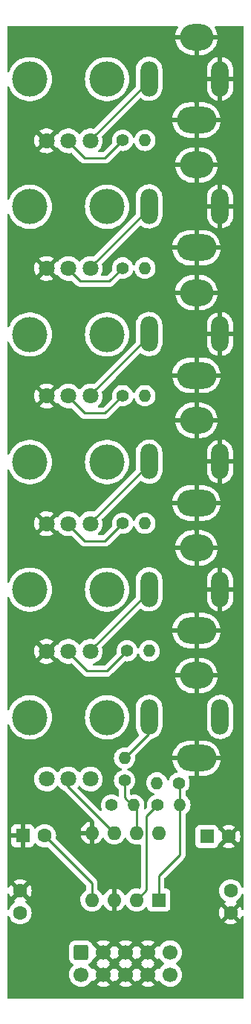
<source format=gbl>
%TF.GenerationSoftware,KiCad,Pcbnew,(6.0.1)*%
%TF.CreationDate,2022-10-13T10:35:51-04:00*%
%TF.ProjectId,SYNTH-MIXER5-01,53594e54-482d-44d4-9958-4552352d3031,1*%
%TF.SameCoordinates,Original*%
%TF.FileFunction,Copper,L2,Bot*%
%TF.FilePolarity,Positive*%
%FSLAX46Y46*%
G04 Gerber Fmt 4.6, Leading zero omitted, Abs format (unit mm)*
G04 Created by KiCad (PCBNEW (6.0.1)) date 2022-10-13 10:35:51*
%MOMM*%
%LPD*%
G01*
G04 APERTURE LIST*
G04 Aperture macros list*
%AMRoundRect*
0 Rectangle with rounded corners*
0 $1 Rounding radius*
0 $2 $3 $4 $5 $6 $7 $8 $9 X,Y pos of 4 corners*
0 Add a 4 corners polygon primitive as box body*
4,1,4,$2,$3,$4,$5,$6,$7,$8,$9,$2,$3,0*
0 Add four circle primitives for the rounded corners*
1,1,$1+$1,$2,$3*
1,1,$1+$1,$4,$5*
1,1,$1+$1,$6,$7*
1,1,$1+$1,$8,$9*
0 Add four rect primitives between the rounded corners*
20,1,$1+$1,$2,$3,$4,$5,0*
20,1,$1+$1,$4,$5,$6,$7,0*
20,1,$1+$1,$6,$7,$8,$9,0*
20,1,$1+$1,$8,$9,$2,$3,0*%
G04 Aperture macros list end*
%TA.AperFunction,WasherPad*%
%ADD10C,4.000000*%
%TD*%
%TA.AperFunction,ComponentPad*%
%ADD11C,1.800000*%
%TD*%
%TA.AperFunction,ComponentPad*%
%ADD12C,1.400000*%
%TD*%
%TA.AperFunction,ComponentPad*%
%ADD13O,1.400000X1.400000*%
%TD*%
%TA.AperFunction,ComponentPad*%
%ADD14O,4.500000X3.000000*%
%TD*%
%TA.AperFunction,ComponentPad*%
%ADD15O,3.800000X3.000000*%
%TD*%
%TA.AperFunction,ComponentPad*%
%ADD16O,2.000000X4.000000*%
%TD*%
%TA.AperFunction,ComponentPad*%
%ADD17RoundRect,0.250000X-0.600000X0.600000X-0.600000X-0.600000X0.600000X-0.600000X0.600000X0.600000X0*%
%TD*%
%TA.AperFunction,ComponentPad*%
%ADD18C,1.700000*%
%TD*%
%TA.AperFunction,ComponentPad*%
%ADD19R,1.600000X1.600000*%
%TD*%
%TA.AperFunction,ComponentPad*%
%ADD20C,1.600000*%
%TD*%
%TA.AperFunction,ComponentPad*%
%ADD21O,1.600000X1.600000*%
%TD*%
%TA.AperFunction,Conductor*%
%ADD22C,0.250000*%
%TD*%
G04 APERTURE END LIST*
D10*
%TO.P,RV5,*%
%TO.N,*%
X13000000Y-58550000D03*
X4200000Y-58550000D03*
D11*
%TO.P,RV5,1,1*%
%TO.N,/VI_4*%
X11100000Y-65550000D03*
%TO.P,RV5,2,2*%
%TO.N,/POTWIPER_4*%
X8600000Y-65550000D03*
%TO.P,RV5,3,3*%
%TO.N,GND*%
X6100000Y-65550000D03*
%TD*%
D12*
%TO.P,R4,1*%
%TO.N,/POTWIPER_4*%
X14780000Y-65500000D03*
D13*
%TO.P,R4,2*%
%TO.N,/VSUM*%
X17320000Y-65500000D03*
%TD*%
D10*
%TO.P,RV1,*%
%TO.N,*%
X13000000Y-87550000D03*
X4200000Y-87550000D03*
D11*
%TO.P,RV1,1,1*%
%TO.N,unconnected-(RV1-Pad1)*%
X11100000Y-94550000D03*
%TO.P,RV1,2,2*%
%TO.N,/VOL2*%
X8600000Y-94550000D03*
%TO.P,RV1,3,3*%
%TO.N,/VOL1*%
X6100000Y-94550000D03*
%TD*%
D10*
%TO.P,RV3,*%
%TO.N,*%
X4200000Y-29550000D03*
X13000000Y-29550000D03*
D11*
%TO.P,RV3,1,1*%
%TO.N,/VI_2*%
X11100000Y-36550000D03*
%TO.P,RV3,2,2*%
%TO.N,/POTWIPER_2*%
X8600000Y-36550000D03*
%TO.P,RV3,3,3*%
%TO.N,GND*%
X6100000Y-36550000D03*
%TD*%
D10*
%TO.P,RV6,*%
%TO.N,*%
X4200000Y-73050000D03*
X13000000Y-73050000D03*
D11*
%TO.P,RV6,1,1*%
%TO.N,/VI_5*%
X11100000Y-80050000D03*
%TO.P,RV6,2,2*%
%TO.N,/POTWIPER_5*%
X8600000Y-80050000D03*
%TO.P,RV6,3,3*%
%TO.N,GND*%
X6100000Y-80050000D03*
%TD*%
D14*
%TO.P,J5,S*%
%TO.N,GND*%
X23200000Y-63200000D03*
D15*
X23200000Y-53800000D03*
D16*
%TO.P,J5,T*%
%TO.N,/VI_4*%
X17800000Y-58500000D03*
%TO.P,J5,TN*%
%TO.N,GND*%
X25900000Y-58500000D03*
%TD*%
D14*
%TO.P,J6,S*%
%TO.N,GND*%
X23200000Y-77700000D03*
D15*
X23200000Y-68300000D03*
D16*
%TO.P,J6,T*%
%TO.N,/VI_5*%
X17800000Y-73000000D03*
%TO.P,J6,TN*%
%TO.N,GND*%
X25900000Y-73000000D03*
%TD*%
D13*
%TO.P,R10,2*%
%TO.N,/OUT*%
X15000000Y-92180000D03*
D12*
%TO.P,R10,1*%
%TO.N,/VO*%
X15000000Y-94720000D03*
%TD*%
D14*
%TO.P,J2,S*%
%TO.N,GND*%
X23200000Y-19700000D03*
D15*
X23200000Y-10300000D03*
D16*
%TO.P,J2,T*%
%TO.N,/VI_1*%
X17800000Y-15000000D03*
%TO.P,J2,TN*%
%TO.N,GND*%
X25900000Y-15000000D03*
%TD*%
%TO.P,J1,TN*%
%TO.N,unconnected-(J1-PadTN)*%
X25900000Y-87500000D03*
%TO.P,J1,T*%
%TO.N,/OUT*%
X17800000Y-87500000D03*
D14*
%TO.P,J1,S*%
%TO.N,GND*%
X23200000Y-92200000D03*
D15*
X23200000Y-82800000D03*
%TD*%
D12*
%TO.P,R3,1*%
%TO.N,/POTWIPER_3*%
X14780000Y-51000000D03*
D13*
%TO.P,R3,2*%
%TO.N,/VSUM*%
X17320000Y-51000000D03*
%TD*%
%TO.P,R9,2*%
%TO.N,/VO*%
X16052000Y-97536000D03*
D12*
%TO.P,R9,1*%
%TO.N,/VOL1*%
X13512000Y-97536000D03*
%TD*%
D14*
%TO.P,J4,S*%
%TO.N,GND*%
X23200000Y-48700000D03*
D15*
X23200000Y-39300000D03*
D16*
%TO.P,J4,T*%
%TO.N,/VI_3*%
X17800000Y-44000000D03*
%TO.P,J4,TN*%
%TO.N,GND*%
X25900000Y-44000000D03*
%TD*%
D10*
%TO.P,RV2,*%
%TO.N,*%
X13000000Y-15050000D03*
X4200000Y-15050000D03*
D11*
%TO.P,RV2,1,1*%
%TO.N,/VI_1*%
X11100000Y-22050000D03*
%TO.P,RV2,2,2*%
%TO.N,/POTWIPER_1*%
X8600000Y-22050000D03*
%TO.P,RV2,3,3*%
%TO.N,GND*%
X6100000Y-22050000D03*
%TD*%
D12*
%TO.P,R1,1*%
%TO.N,/POTWIPER_1*%
X14780000Y-22000000D03*
D13*
%TO.P,R1,2*%
%TO.N,/VSUM*%
X17320000Y-22000000D03*
%TD*%
D10*
%TO.P,RV4,*%
%TO.N,*%
X13000000Y-44050000D03*
X4200000Y-44050000D03*
D11*
%TO.P,RV4,1,1*%
%TO.N,/VI_3*%
X11100000Y-51050000D03*
%TO.P,RV4,2,2*%
%TO.N,/POTWIPER_3*%
X8600000Y-51050000D03*
%TO.P,RV4,3,3*%
%TO.N,GND*%
X6100000Y-51050000D03*
%TD*%
D12*
%TO.P,R2,1*%
%TO.N,/POTWIPER_2*%
X14780000Y-36500000D03*
D13*
%TO.P,R2,2*%
%TO.N,/VSUM*%
X17320000Y-36500000D03*
%TD*%
D15*
%TO.P,J3,S*%
%TO.N,GND*%
X23200000Y-24800000D03*
D14*
X23200000Y-34200000D03*
D16*
%TO.P,J3,T*%
%TO.N,/VI_2*%
X17800000Y-29500000D03*
%TO.P,J3,TN*%
%TO.N,GND*%
X25900000Y-29500000D03*
%TD*%
D17*
%TO.P,J8,1,Pin_1*%
%TO.N,-12V*%
X10020000Y-114247500D03*
D18*
%TO.P,J8,2,Pin_2*%
X10020000Y-116787500D03*
%TO.P,J8,3,Pin_3*%
%TO.N,GND*%
X12560000Y-114247500D03*
%TO.P,J8,4,Pin_4*%
X12560000Y-116787500D03*
%TO.P,J8,5,Pin_5*%
X15100000Y-114247500D03*
%TO.P,J8,6,Pin_6*%
X15100000Y-116787500D03*
%TO.P,J8,7,Pin_7*%
X17640000Y-114247500D03*
%TO.P,J8,8,Pin_8*%
X17640000Y-116787500D03*
%TO.P,J8,9,Pin_9*%
%TO.N,+12V*%
X20180000Y-114247500D03*
%TO.P,J8,10,Pin_10*%
X20180000Y-116787500D03*
%TD*%
D19*
%TO.P,C3,1*%
%TO.N,+12V*%
X24384000Y-101092000D03*
D20*
%TO.P,C3,2*%
%TO.N,GND*%
X26884000Y-101092000D03*
%TD*%
D19*
%TO.P,U1,1*%
%TO.N,Net-(R7-Pad2)*%
X18900000Y-108300000D03*
D21*
%TO.P,U1,2,-*%
%TO.N,/VSUM*%
X16360000Y-108300000D03*
%TO.P,U1,3,+*%
%TO.N,GND*%
X13820000Y-108300000D03*
%TO.P,U1,4,V-*%
%TO.N,-12V*%
X11280000Y-108300000D03*
%TO.P,U1,5,+*%
%TO.N,GND*%
X11280000Y-100680000D03*
%TO.P,U1,6,-*%
%TO.N,/VOL2*%
X13820000Y-100680000D03*
%TO.P,U1,7*%
%TO.N,/VO*%
X16360000Y-100680000D03*
%TO.P,U1,8,V+*%
%TO.N,+12V*%
X18900000Y-100680000D03*
%TD*%
D13*
%TO.P,R7,2*%
%TO.N,Net-(R7-Pad2)*%
X21320000Y-97500000D03*
D12*
%TO.P,R7,1*%
%TO.N,/VSUM*%
X18780000Y-97500000D03*
%TD*%
D20*
%TO.P,C1,1*%
%TO.N,+12V*%
X27100000Y-107250000D03*
%TO.P,C1,2*%
%TO.N,GND*%
X27100000Y-109750000D03*
%TD*%
D12*
%TO.P,R5,1*%
%TO.N,/POTWIPER_5*%
X15280000Y-80000000D03*
D13*
%TO.P,R5,2*%
%TO.N,/VSUM*%
X17820000Y-80000000D03*
%TD*%
D20*
%TO.P,C2,1*%
%TO.N,GND*%
X3100000Y-107250000D03*
%TO.P,C2,2*%
%TO.N,-12V*%
X3100000Y-109750000D03*
%TD*%
D12*
%TO.P,R8,1*%
%TO.N,Net-(R7-Pad2)*%
X21220000Y-95000000D03*
D13*
%TO.P,R8,2*%
%TO.N,/VOL2*%
X18680000Y-95000000D03*
%TD*%
D19*
%TO.P,C4,1*%
%TO.N,GND*%
X3394888Y-101000000D03*
D20*
%TO.P,C4,2*%
%TO.N,-12V*%
X5894888Y-101000000D03*
%TD*%
D22*
%TO.N,-12V*%
X11280000Y-106385112D02*
X5894888Y-101000000D01*
X11280000Y-108300000D02*
X11280000Y-106385112D01*
%TO.N,Net-(R7-Pad2)*%
X21320000Y-103140000D02*
X21320000Y-97500000D01*
X18900000Y-105560000D02*
X21320000Y-103140000D01*
X18900000Y-108300000D02*
X18900000Y-105560000D01*
%TO.N,/POTWIPER_5*%
X10746000Y-82296000D02*
X12984000Y-82296000D01*
X12984000Y-82296000D02*
X15280000Y-80000000D01*
X8500000Y-80050000D02*
X10746000Y-82296000D01*
%TO.N,/VSUM*%
X17484511Y-98795489D02*
X18780000Y-97500000D01*
X17484511Y-107175489D02*
X17484511Y-98795489D01*
X16360000Y-108300000D02*
X17484511Y-107175489D01*
%TO.N,Net-(R7-Pad2)*%
X21320000Y-97500000D02*
X21320000Y-95100000D01*
%TO.N,/VO*%
X15000000Y-96680000D02*
X15820000Y-97500000D01*
X15000000Y-94720000D02*
X15000000Y-96680000D01*
X16360000Y-98040000D02*
X15820000Y-97500000D01*
X16360000Y-100680000D02*
X16360000Y-98040000D01*
%TO.N,/VOL2*%
X8500000Y-95360000D02*
X8500000Y-94550000D01*
X13820000Y-100680000D02*
X8500000Y-95360000D01*
%TO.N,/OUT*%
X17700000Y-89480000D02*
X15000000Y-92180000D01*
X17700000Y-87500000D02*
X17700000Y-89480000D01*
%TO.N,/POTWIPER_4*%
X12780000Y-67500000D02*
X14780000Y-65500000D01*
X10450000Y-67500000D02*
X12780000Y-67500000D01*
X8500000Y-65550000D02*
X10450000Y-67500000D01*
%TO.N,/POTWIPER_3*%
X12780000Y-53000000D02*
X14780000Y-51000000D01*
X10450000Y-53000000D02*
X12780000Y-53000000D01*
X8500000Y-51050000D02*
X10450000Y-53000000D01*
%TO.N,/POTWIPER_2*%
X13280000Y-38000000D02*
X14780000Y-36500000D01*
X9950000Y-38000000D02*
X13280000Y-38000000D01*
X8500000Y-36550000D02*
X9950000Y-38000000D01*
%TO.N,/POTWIPER_1*%
X12780000Y-24000000D02*
X14780000Y-22000000D01*
X10450000Y-24000000D02*
X12780000Y-24000000D01*
X8500000Y-22050000D02*
X10450000Y-24000000D01*
%TO.N,/VI_5*%
X11000000Y-80050000D02*
X17700000Y-73350000D01*
%TO.N,/VI_4*%
X11000000Y-65550000D02*
X17700000Y-58850000D01*
%TO.N,/VI_3*%
X11000000Y-51050000D02*
X17700000Y-44350000D01*
%TO.N,/VI_2*%
X11000000Y-36550000D02*
X17700000Y-29850000D01*
%TO.N,/VI_1*%
X11000000Y-22050000D02*
X17700000Y-15350000D01*
%TD*%
%TA.AperFunction,Conductor*%
%TO.N,GND*%
G36*
X21077181Y-9028002D02*
G01*
X21123674Y-9081658D01*
X21133778Y-9151932D01*
X21118179Y-9197000D01*
X20993016Y-9413789D01*
X20989167Y-9421681D01*
X20887265Y-9673896D01*
X20884549Y-9682254D01*
X20818743Y-9946192D01*
X20817218Y-9954837D01*
X20809530Y-10027985D01*
X20812209Y-10042635D01*
X20824530Y-10046000D01*
X25576074Y-10046000D01*
X25588943Y-10042221D01*
X25590866Y-10027155D01*
X25553873Y-9817358D01*
X25551754Y-9808857D01*
X25467692Y-9550142D01*
X25464401Y-9541995D01*
X25345152Y-9297501D01*
X25340766Y-9289904D01*
X25283133Y-9204458D01*
X25261623Y-9136798D01*
X25280107Y-9068250D01*
X25332717Y-9020577D01*
X25387592Y-9008000D01*
X28466000Y-9008000D01*
X28534121Y-9028002D01*
X28580614Y-9081658D01*
X28592000Y-9134000D01*
X28592000Y-106805500D01*
X28571998Y-106873621D01*
X28518342Y-106920114D01*
X28448068Y-106930218D01*
X28383488Y-106900724D01*
X28344293Y-106838111D01*
X28335707Y-106806067D01*
X28335706Y-106806065D01*
X28334284Y-106800757D01*
X28331961Y-106795775D01*
X28239849Y-106598238D01*
X28239846Y-106598233D01*
X28237523Y-106593251D01*
X28138630Y-106452018D01*
X28109357Y-106410211D01*
X28109355Y-106410208D01*
X28106198Y-106405700D01*
X27944300Y-106243802D01*
X27939792Y-106240645D01*
X27939789Y-106240643D01*
X27813920Y-106152509D01*
X27756749Y-106112477D01*
X27751767Y-106110154D01*
X27751762Y-106110151D01*
X27554225Y-106018039D01*
X27554224Y-106018039D01*
X27549243Y-106015716D01*
X27543935Y-106014294D01*
X27543933Y-106014293D01*
X27333402Y-105957881D01*
X27333400Y-105957881D01*
X27328087Y-105956457D01*
X27100000Y-105936502D01*
X26871913Y-105956457D01*
X26866600Y-105957881D01*
X26866598Y-105957881D01*
X26656067Y-106014293D01*
X26656065Y-106014294D01*
X26650757Y-106015716D01*
X26645776Y-106018039D01*
X26645775Y-106018039D01*
X26448238Y-106110151D01*
X26448233Y-106110154D01*
X26443251Y-106112477D01*
X26386080Y-106152509D01*
X26260211Y-106240643D01*
X26260208Y-106240645D01*
X26255700Y-106243802D01*
X26093802Y-106405700D01*
X26090645Y-106410208D01*
X26090643Y-106410211D01*
X26061370Y-106452018D01*
X25962477Y-106593251D01*
X25960154Y-106598233D01*
X25960151Y-106598238D01*
X25868039Y-106795775D01*
X25865716Y-106800757D01*
X25864294Y-106806065D01*
X25864293Y-106806067D01*
X25807881Y-107016598D01*
X25806457Y-107021913D01*
X25786502Y-107250000D01*
X25806457Y-107478087D01*
X25807881Y-107483400D01*
X25807881Y-107483402D01*
X25845025Y-107622022D01*
X25865716Y-107699243D01*
X25868039Y-107704224D01*
X25868039Y-107704225D01*
X25960151Y-107901762D01*
X25960154Y-107901767D01*
X25962477Y-107906749D01*
X25965634Y-107911257D01*
X26081964Y-108077393D01*
X26093802Y-108094300D01*
X26255700Y-108256198D01*
X26260208Y-108259355D01*
X26260211Y-108259357D01*
X26351911Y-108323566D01*
X26443251Y-108387523D01*
X26448235Y-108389847D01*
X26450528Y-108391171D01*
X26499521Y-108442553D01*
X26512957Y-108512267D01*
X26486571Y-108578178D01*
X26450528Y-108609409D01*
X26438998Y-108616066D01*
X26386952Y-108652509D01*
X26378576Y-108662988D01*
X26385644Y-108676434D01*
X27087188Y-109377978D01*
X27101132Y-109385592D01*
X27102965Y-109385461D01*
X27109580Y-109381210D01*
X27815077Y-108675713D01*
X27821507Y-108663938D01*
X27812211Y-108651923D01*
X27761002Y-108616066D01*
X27749472Y-108609409D01*
X27700479Y-108558027D01*
X27687042Y-108488313D01*
X27713429Y-108422402D01*
X27749472Y-108391171D01*
X27751765Y-108389847D01*
X27756749Y-108387523D01*
X27848089Y-108323566D01*
X27939789Y-108259357D01*
X27939792Y-108259355D01*
X27944300Y-108256198D01*
X28106198Y-108094300D01*
X28118037Y-108077393D01*
X28234366Y-107911257D01*
X28237523Y-107906749D01*
X28239846Y-107901767D01*
X28239849Y-107901762D01*
X28331961Y-107704225D01*
X28331961Y-107704224D01*
X28334284Y-107699243D01*
X28344293Y-107661889D01*
X28381245Y-107601266D01*
X28445105Y-107570245D01*
X28515600Y-107578673D01*
X28570347Y-107623876D01*
X28592000Y-107694500D01*
X28592000Y-109307430D01*
X28571998Y-109375551D01*
X28518342Y-109422044D01*
X28448068Y-109432148D01*
X28383488Y-109402654D01*
X28344293Y-109340041D01*
X28335236Y-109306239D01*
X28331490Y-109295947D01*
X28239414Y-109098489D01*
X28233931Y-109088994D01*
X28197491Y-109036952D01*
X28187012Y-109028576D01*
X28173566Y-109035644D01*
X27472022Y-109737188D01*
X27464408Y-109751132D01*
X27464539Y-109752965D01*
X27468790Y-109759580D01*
X28174287Y-110465077D01*
X28186062Y-110471507D01*
X28198077Y-110462211D01*
X28233931Y-110411006D01*
X28239414Y-110401511D01*
X28331490Y-110204053D01*
X28335236Y-110193761D01*
X28344293Y-110159959D01*
X28381245Y-110099336D01*
X28445105Y-110068315D01*
X28515600Y-110076743D01*
X28570347Y-110121946D01*
X28592000Y-110192570D01*
X28592000Y-119366000D01*
X28571998Y-119434121D01*
X28518342Y-119480614D01*
X28466000Y-119492000D01*
X1734000Y-119492000D01*
X1665879Y-119471998D01*
X1619386Y-119418342D01*
X1608000Y-119366000D01*
X1608000Y-116754195D01*
X8657251Y-116754195D01*
X8657548Y-116759348D01*
X8657548Y-116759351D01*
X8663011Y-116854090D01*
X8670110Y-116977215D01*
X8671247Y-116982261D01*
X8671248Y-116982267D01*
X8691119Y-117070439D01*
X8719222Y-117195139D01*
X8803266Y-117402116D01*
X8840072Y-117462178D01*
X8917288Y-117588183D01*
X8919987Y-117592588D01*
X9066250Y-117761438D01*
X9238126Y-117904132D01*
X9431000Y-118016838D01*
X9639692Y-118096530D01*
X9644760Y-118097561D01*
X9644763Y-118097562D01*
X9749604Y-118118892D01*
X9858597Y-118141067D01*
X9863772Y-118141257D01*
X9863774Y-118141257D01*
X10076673Y-118149064D01*
X10076677Y-118149064D01*
X10081837Y-118149253D01*
X10086957Y-118148597D01*
X10086959Y-118148597D01*
X10298288Y-118121525D01*
X10298289Y-118121525D01*
X10303416Y-118120868D01*
X10308366Y-118119383D01*
X10512429Y-118058161D01*
X10512434Y-118058159D01*
X10517384Y-118056674D01*
X10717994Y-117958396D01*
X10782544Y-117912353D01*
X11799977Y-117912353D01*
X11805258Y-117919407D01*
X11966756Y-118013779D01*
X11976042Y-118018229D01*
X12175001Y-118094203D01*
X12184899Y-118097079D01*
X12393595Y-118139538D01*
X12403823Y-118140757D01*
X12616650Y-118148562D01*
X12626936Y-118148095D01*
X12838185Y-118121034D01*
X12848262Y-118118892D01*
X13052255Y-118057691D01*
X13061842Y-118053933D01*
X13253098Y-117960238D01*
X13261944Y-117954965D01*
X13309247Y-117921223D01*
X13316211Y-117912353D01*
X14339977Y-117912353D01*
X14345258Y-117919407D01*
X14506756Y-118013779D01*
X14516042Y-118018229D01*
X14715001Y-118094203D01*
X14724899Y-118097079D01*
X14933595Y-118139538D01*
X14943823Y-118140757D01*
X15156650Y-118148562D01*
X15166936Y-118148095D01*
X15378185Y-118121034D01*
X15388262Y-118118892D01*
X15592255Y-118057691D01*
X15601842Y-118053933D01*
X15793098Y-117960238D01*
X15801944Y-117954965D01*
X15849247Y-117921223D01*
X15856211Y-117912353D01*
X16879977Y-117912353D01*
X16885258Y-117919407D01*
X17046756Y-118013779D01*
X17056042Y-118018229D01*
X17255001Y-118094203D01*
X17264899Y-118097079D01*
X17473595Y-118139538D01*
X17483823Y-118140757D01*
X17696650Y-118148562D01*
X17706936Y-118148095D01*
X17918185Y-118121034D01*
X17928262Y-118118892D01*
X18132255Y-118057691D01*
X18141842Y-118053933D01*
X18333098Y-117960238D01*
X18341944Y-117954965D01*
X18389247Y-117921223D01*
X18397648Y-117910523D01*
X18390660Y-117897370D01*
X17652812Y-117159522D01*
X17638868Y-117151908D01*
X17637035Y-117152039D01*
X17630420Y-117156290D01*
X16886737Y-117899973D01*
X16879977Y-117912353D01*
X15856211Y-117912353D01*
X15857648Y-117910523D01*
X15850660Y-117897370D01*
X15112812Y-117159522D01*
X15098868Y-117151908D01*
X15097035Y-117152039D01*
X15090420Y-117156290D01*
X14346737Y-117899973D01*
X14339977Y-117912353D01*
X13316211Y-117912353D01*
X13317648Y-117910523D01*
X13310660Y-117897370D01*
X12572812Y-117159522D01*
X12558868Y-117151908D01*
X12557035Y-117152039D01*
X12550420Y-117156290D01*
X11806737Y-117899973D01*
X11799977Y-117912353D01*
X10782544Y-117912353D01*
X10899860Y-117828673D01*
X11058096Y-117670989D01*
X11117594Y-117588189D01*
X11188453Y-117489577D01*
X11189640Y-117490430D01*
X11236960Y-117446862D01*
X11306897Y-117434645D01*
X11372338Y-117462178D01*
X11400166Y-117494012D01*
X11426459Y-117536919D01*
X11436916Y-117546380D01*
X11445694Y-117542596D01*
X12187978Y-116800312D01*
X12194356Y-116788632D01*
X12924408Y-116788632D01*
X12924539Y-116790465D01*
X12928790Y-116797080D01*
X13670474Y-117538764D01*
X13682484Y-117545323D01*
X13694223Y-117536355D01*
X13728022Y-117489319D01*
X13729149Y-117490129D01*
X13776659Y-117446381D01*
X13846596Y-117434161D01*
X13912038Y-117461691D01*
X13939870Y-117493529D01*
X13966459Y-117536919D01*
X13976916Y-117546380D01*
X13985694Y-117542596D01*
X14727978Y-116800312D01*
X14734356Y-116788632D01*
X15464408Y-116788632D01*
X15464539Y-116790465D01*
X15468790Y-116797080D01*
X16210474Y-117538764D01*
X16222484Y-117545323D01*
X16234223Y-117536355D01*
X16268022Y-117489319D01*
X16269149Y-117490129D01*
X16316659Y-117446381D01*
X16386596Y-117434161D01*
X16452038Y-117461691D01*
X16479870Y-117493529D01*
X16506459Y-117536919D01*
X16516916Y-117546380D01*
X16525694Y-117542596D01*
X17267978Y-116800312D01*
X17274356Y-116788632D01*
X18004408Y-116788632D01*
X18004539Y-116790465D01*
X18008790Y-116797080D01*
X18750474Y-117538764D01*
X18762484Y-117545323D01*
X18774223Y-117536355D01*
X18808022Y-117489319D01*
X18809277Y-117490221D01*
X18856391Y-117446855D01*
X18926330Y-117434648D01*
X18991767Y-117462191D01*
X19019580Y-117494013D01*
X19077287Y-117588183D01*
X19077291Y-117588188D01*
X19079987Y-117592588D01*
X19226250Y-117761438D01*
X19398126Y-117904132D01*
X19591000Y-118016838D01*
X19799692Y-118096530D01*
X19804760Y-118097561D01*
X19804763Y-118097562D01*
X19909604Y-118118892D01*
X20018597Y-118141067D01*
X20023772Y-118141257D01*
X20023774Y-118141257D01*
X20236673Y-118149064D01*
X20236677Y-118149064D01*
X20241837Y-118149253D01*
X20246957Y-118148597D01*
X20246959Y-118148597D01*
X20458288Y-118121525D01*
X20458289Y-118121525D01*
X20463416Y-118120868D01*
X20468366Y-118119383D01*
X20672429Y-118058161D01*
X20672434Y-118058159D01*
X20677384Y-118056674D01*
X20877994Y-117958396D01*
X21059860Y-117828673D01*
X21218096Y-117670989D01*
X21277594Y-117588189D01*
X21345435Y-117493777D01*
X21348453Y-117489577D01*
X21361995Y-117462178D01*
X21445136Y-117293953D01*
X21445137Y-117293951D01*
X21447430Y-117289311D01*
X21512370Y-117075569D01*
X21541529Y-116854090D01*
X21543156Y-116787500D01*
X21524852Y-116564861D01*
X21470431Y-116348202D01*
X21381354Y-116143340D01*
X21260014Y-115955777D01*
X21109670Y-115790551D01*
X21105616Y-115787349D01*
X21105615Y-115787348D01*
X20938414Y-115655300D01*
X20938410Y-115655298D01*
X20934359Y-115652098D01*
X20893053Y-115629296D01*
X20843084Y-115578864D01*
X20828312Y-115509421D01*
X20853428Y-115443016D01*
X20880780Y-115416409D01*
X20945110Y-115370523D01*
X21059860Y-115288673D01*
X21218096Y-115130989D01*
X21348453Y-114949577D01*
X21369568Y-114906855D01*
X21445136Y-114753953D01*
X21445137Y-114753951D01*
X21447430Y-114749311D01*
X21512370Y-114535569D01*
X21541529Y-114314090D01*
X21543156Y-114247500D01*
X21524852Y-114024861D01*
X21470431Y-113808202D01*
X21381354Y-113603340D01*
X21296196Y-113471706D01*
X21262822Y-113420117D01*
X21262820Y-113420114D01*
X21260014Y-113415777D01*
X21109670Y-113250551D01*
X21105619Y-113247352D01*
X21105615Y-113247348D01*
X20938414Y-113115300D01*
X20938410Y-113115298D01*
X20934359Y-113112098D01*
X20738789Y-113004138D01*
X20733920Y-113002414D01*
X20733916Y-113002412D01*
X20533087Y-112931295D01*
X20533083Y-112931294D01*
X20528212Y-112929569D01*
X20523119Y-112928662D01*
X20523116Y-112928661D01*
X20313373Y-112891300D01*
X20313367Y-112891299D01*
X20308284Y-112890394D01*
X20234452Y-112889492D01*
X20090081Y-112887728D01*
X20090079Y-112887728D01*
X20084911Y-112887665D01*
X19864091Y-112921455D01*
X19651756Y-112990857D01*
X19573455Y-113031618D01*
X19531678Y-113053366D01*
X19453607Y-113094007D01*
X19449474Y-113097110D01*
X19449471Y-113097112D01*
X19279100Y-113225030D01*
X19274965Y-113228135D01*
X19271393Y-113231873D01*
X19188580Y-113318532D01*
X19120629Y-113389638D01*
X19047693Y-113496559D01*
X19012898Y-113547566D01*
X18957987Y-113592569D01*
X18887462Y-113600740D01*
X18823715Y-113569486D01*
X18803017Y-113545001D01*
X18773062Y-113498697D01*
X18762377Y-113489495D01*
X18752812Y-113493898D01*
X18012022Y-114234688D01*
X18004408Y-114248632D01*
X18004539Y-114250465D01*
X18008790Y-114257080D01*
X18750474Y-114998764D01*
X18762484Y-115005323D01*
X18774223Y-114996355D01*
X18808022Y-114949319D01*
X18809277Y-114950221D01*
X18856391Y-114906855D01*
X18926330Y-114894648D01*
X18991767Y-114922191D01*
X19019580Y-114954013D01*
X19077287Y-115048183D01*
X19077291Y-115048188D01*
X19079987Y-115052588D01*
X19226250Y-115221438D01*
X19398126Y-115364132D01*
X19409063Y-115370523D01*
X19471445Y-115406976D01*
X19520169Y-115458614D01*
X19533240Y-115528397D01*
X19506509Y-115594169D01*
X19466055Y-115627527D01*
X19453607Y-115634007D01*
X19449474Y-115637110D01*
X19449471Y-115637112D01*
X19279100Y-115765030D01*
X19274965Y-115768135D01*
X19120629Y-115929638D01*
X19047693Y-116036559D01*
X19012898Y-116087566D01*
X18957987Y-116132569D01*
X18887462Y-116140740D01*
X18823715Y-116109486D01*
X18803017Y-116085001D01*
X18773062Y-116038697D01*
X18762377Y-116029495D01*
X18752812Y-116033898D01*
X18012022Y-116774688D01*
X18004408Y-116788632D01*
X17274356Y-116788632D01*
X17275592Y-116786368D01*
X17275461Y-116784535D01*
X17271210Y-116777920D01*
X16529849Y-116036559D01*
X16518313Y-116030259D01*
X16506028Y-116039884D01*
X16473192Y-116088020D01*
X16418281Y-116133023D01*
X16347756Y-116141194D01*
X16284009Y-116109940D01*
X16263311Y-116085455D01*
X16233062Y-116038697D01*
X16222377Y-116029495D01*
X16212812Y-116033898D01*
X15472022Y-116774688D01*
X15464408Y-116788632D01*
X14734356Y-116788632D01*
X14735592Y-116786368D01*
X14735461Y-116784535D01*
X14731210Y-116777920D01*
X13989849Y-116036559D01*
X13978313Y-116030259D01*
X13966028Y-116039884D01*
X13933192Y-116088020D01*
X13878281Y-116133023D01*
X13807756Y-116141194D01*
X13744009Y-116109940D01*
X13723311Y-116085455D01*
X13693062Y-116038697D01*
X13682377Y-116029495D01*
X13672812Y-116033898D01*
X12932022Y-116774688D01*
X12924408Y-116788632D01*
X12194356Y-116788632D01*
X12195592Y-116786368D01*
X12195461Y-116784535D01*
X12191210Y-116777920D01*
X11449849Y-116036559D01*
X11438313Y-116030259D01*
X11426031Y-116039882D01*
X11393499Y-116087572D01*
X11338587Y-116132575D01*
X11268063Y-116140746D01*
X11204316Y-116109492D01*
X11183618Y-116085008D01*
X11102822Y-115960117D01*
X11102820Y-115960114D01*
X11100014Y-115955777D01*
X10949670Y-115790551D01*
X10907006Y-115756857D01*
X10865944Y-115698941D01*
X10862712Y-115628018D01*
X10898337Y-115566607D01*
X10931647Y-115543876D01*
X10937007Y-115541365D01*
X10943946Y-115539050D01*
X11094348Y-115445978D01*
X11167845Y-115372353D01*
X11799977Y-115372353D01*
X11805258Y-115379407D01*
X11852479Y-115407001D01*
X11901203Y-115458639D01*
X11914274Y-115528422D01*
X11887543Y-115594194D01*
X11847087Y-115627553D01*
X11838466Y-115632041D01*
X11829734Y-115637539D01*
X11809677Y-115652599D01*
X11801223Y-115663927D01*
X11807968Y-115676258D01*
X12547188Y-116415478D01*
X12561132Y-116423092D01*
X12562965Y-116422961D01*
X12569580Y-116418710D01*
X13313389Y-115674901D01*
X13320410Y-115662044D01*
X13313611Y-115652713D01*
X13309559Y-115650021D01*
X13272116Y-115629352D01*
X13222145Y-115578920D01*
X13207373Y-115509477D01*
X13232489Y-115443072D01*
X13259840Y-115416465D01*
X13309247Y-115381223D01*
X13316211Y-115372353D01*
X14339977Y-115372353D01*
X14345258Y-115379407D01*
X14392479Y-115407001D01*
X14441203Y-115458639D01*
X14454274Y-115528422D01*
X14427543Y-115594194D01*
X14387087Y-115627553D01*
X14378466Y-115632041D01*
X14369734Y-115637539D01*
X14349677Y-115652599D01*
X14341223Y-115663927D01*
X14347968Y-115676258D01*
X15087188Y-116415478D01*
X15101132Y-116423092D01*
X15102965Y-116422961D01*
X15109580Y-116418710D01*
X15853389Y-115674901D01*
X15860410Y-115662044D01*
X15853611Y-115652713D01*
X15849559Y-115650021D01*
X15812116Y-115629352D01*
X15762145Y-115578920D01*
X15747373Y-115509477D01*
X15772489Y-115443072D01*
X15799840Y-115416465D01*
X15849247Y-115381223D01*
X15856211Y-115372353D01*
X16879977Y-115372353D01*
X16885258Y-115379407D01*
X16932479Y-115407001D01*
X16981203Y-115458639D01*
X16994274Y-115528422D01*
X16967543Y-115594194D01*
X16927087Y-115627553D01*
X16918466Y-115632041D01*
X16909734Y-115637539D01*
X16889677Y-115652599D01*
X16881223Y-115663927D01*
X16887968Y-115676258D01*
X17627188Y-116415478D01*
X17641132Y-116423092D01*
X17642965Y-116422961D01*
X17649580Y-116418710D01*
X18393389Y-115674901D01*
X18400410Y-115662044D01*
X18393611Y-115652713D01*
X18389559Y-115650021D01*
X18352116Y-115629352D01*
X18302145Y-115578920D01*
X18287373Y-115509477D01*
X18312489Y-115443072D01*
X18339840Y-115416465D01*
X18389247Y-115381223D01*
X18397648Y-115370523D01*
X18390660Y-115357370D01*
X17652812Y-114619522D01*
X17638868Y-114611908D01*
X17637035Y-114612039D01*
X17630420Y-114616290D01*
X16886737Y-115359973D01*
X16879977Y-115372353D01*
X15856211Y-115372353D01*
X15857648Y-115370523D01*
X15850660Y-115357370D01*
X15112812Y-114619522D01*
X15098868Y-114611908D01*
X15097035Y-114612039D01*
X15090420Y-114616290D01*
X14346737Y-115359973D01*
X14339977Y-115372353D01*
X13316211Y-115372353D01*
X13317648Y-115370523D01*
X13310660Y-115357370D01*
X12572812Y-114619522D01*
X12558868Y-114611908D01*
X12557035Y-114612039D01*
X12550420Y-114616290D01*
X11806737Y-115359973D01*
X11799977Y-115372353D01*
X11167845Y-115372353D01*
X11219305Y-115320803D01*
X11241357Y-115285029D01*
X11308275Y-115176468D01*
X11308276Y-115176466D01*
X11312115Y-115170238D01*
X11336913Y-115095475D01*
X11377342Y-115037116D01*
X11406630Y-115019434D01*
X11445694Y-115002596D01*
X12187978Y-114260312D01*
X12194356Y-114248632D01*
X12924408Y-114248632D01*
X12924539Y-114250465D01*
X12928790Y-114257080D01*
X13670474Y-114998764D01*
X13682484Y-115005323D01*
X13694223Y-114996355D01*
X13728022Y-114949319D01*
X13729149Y-114950129D01*
X13776659Y-114906381D01*
X13846596Y-114894161D01*
X13912038Y-114921691D01*
X13939870Y-114953529D01*
X13966459Y-114996919D01*
X13976916Y-115006380D01*
X13985694Y-115002596D01*
X14727978Y-114260312D01*
X14734356Y-114248632D01*
X15464408Y-114248632D01*
X15464539Y-114250465D01*
X15468790Y-114257080D01*
X16210474Y-114998764D01*
X16222484Y-115005323D01*
X16234223Y-114996355D01*
X16268022Y-114949319D01*
X16269149Y-114950129D01*
X16316659Y-114906381D01*
X16386596Y-114894161D01*
X16452038Y-114921691D01*
X16479870Y-114953529D01*
X16506459Y-114996919D01*
X16516916Y-115006380D01*
X16525694Y-115002596D01*
X17267978Y-114260312D01*
X17275592Y-114246368D01*
X17275461Y-114244535D01*
X17271210Y-114237920D01*
X16529849Y-113496559D01*
X16518313Y-113490259D01*
X16506028Y-113499884D01*
X16473192Y-113548020D01*
X16418281Y-113593023D01*
X16347756Y-113601194D01*
X16284009Y-113569940D01*
X16263311Y-113545455D01*
X16233062Y-113498697D01*
X16222377Y-113489495D01*
X16212812Y-113493898D01*
X15472022Y-114234688D01*
X15464408Y-114248632D01*
X14734356Y-114248632D01*
X14735592Y-114246368D01*
X14735461Y-114244535D01*
X14731210Y-114237920D01*
X13989849Y-113496559D01*
X13978313Y-113490259D01*
X13966028Y-113499884D01*
X13933192Y-113548020D01*
X13878281Y-113593023D01*
X13807756Y-113601194D01*
X13744009Y-113569940D01*
X13723311Y-113545455D01*
X13693062Y-113498697D01*
X13682377Y-113489495D01*
X13672812Y-113493898D01*
X12932022Y-114234688D01*
X12924408Y-114248632D01*
X12194356Y-114248632D01*
X12195592Y-114246368D01*
X12195461Y-114244535D01*
X12191210Y-114237920D01*
X11449849Y-113496559D01*
X11409510Y-113474531D01*
X11396523Y-113471706D01*
X11346322Y-113421503D01*
X11337388Y-113400997D01*
X11313870Y-113330507D01*
X11313869Y-113330505D01*
X11311550Y-113323554D01*
X11218478Y-113173152D01*
X11169167Y-113123927D01*
X11801223Y-113123927D01*
X11807968Y-113136258D01*
X12547188Y-113875478D01*
X12561132Y-113883092D01*
X12562965Y-113882961D01*
X12569580Y-113878710D01*
X13313389Y-113134901D01*
X13319382Y-113123927D01*
X14341223Y-113123927D01*
X14347968Y-113136258D01*
X15087188Y-113875478D01*
X15101132Y-113883092D01*
X15102965Y-113882961D01*
X15109580Y-113878710D01*
X15853389Y-113134901D01*
X15859382Y-113123927D01*
X16881223Y-113123927D01*
X16887968Y-113136258D01*
X17627188Y-113875478D01*
X17641132Y-113883092D01*
X17642965Y-113882961D01*
X17649580Y-113878710D01*
X18393389Y-113134901D01*
X18400410Y-113122044D01*
X18393611Y-113112713D01*
X18389554Y-113110018D01*
X18203117Y-113007099D01*
X18193705Y-113002869D01*
X17992959Y-112931780D01*
X17982989Y-112929146D01*
X17773327Y-112891801D01*
X17763073Y-112890831D01*
X17550116Y-112888228D01*
X17539832Y-112888948D01*
X17329321Y-112921161D01*
X17319293Y-112923550D01*
X17116868Y-112989712D01*
X17107359Y-112993709D01*
X16918466Y-113092040D01*
X16909734Y-113097539D01*
X16889677Y-113112599D01*
X16881223Y-113123927D01*
X15859382Y-113123927D01*
X15860410Y-113122044D01*
X15853611Y-113112713D01*
X15849554Y-113110018D01*
X15663117Y-113007099D01*
X15653705Y-113002869D01*
X15452959Y-112931780D01*
X15442989Y-112929146D01*
X15233327Y-112891801D01*
X15223073Y-112890831D01*
X15010116Y-112888228D01*
X14999832Y-112888948D01*
X14789321Y-112921161D01*
X14779293Y-112923550D01*
X14576868Y-112989712D01*
X14567359Y-112993709D01*
X14378466Y-113092040D01*
X14369734Y-113097539D01*
X14349677Y-113112599D01*
X14341223Y-113123927D01*
X13319382Y-113123927D01*
X13320410Y-113122044D01*
X13313611Y-113112713D01*
X13309554Y-113110018D01*
X13123117Y-113007099D01*
X13113705Y-113002869D01*
X12912959Y-112931780D01*
X12902989Y-112929146D01*
X12693327Y-112891801D01*
X12683073Y-112890831D01*
X12470116Y-112888228D01*
X12459832Y-112888948D01*
X12249321Y-112921161D01*
X12239293Y-112923550D01*
X12036868Y-112989712D01*
X12027359Y-112993709D01*
X11838466Y-113092040D01*
X11829734Y-113097539D01*
X11809677Y-113112599D01*
X11801223Y-113123927D01*
X11169167Y-113123927D01*
X11093303Y-113048195D01*
X11087072Y-113044354D01*
X10948968Y-112959225D01*
X10948966Y-112959224D01*
X10942738Y-112955385D01*
X10782254Y-112902155D01*
X10781389Y-112901868D01*
X10781387Y-112901868D01*
X10774861Y-112899703D01*
X10768025Y-112899003D01*
X10768022Y-112899002D01*
X10724969Y-112894591D01*
X10670400Y-112889000D01*
X9369600Y-112889000D01*
X9366354Y-112889337D01*
X9366350Y-112889337D01*
X9270692Y-112899262D01*
X9270688Y-112899263D01*
X9263834Y-112899974D01*
X9257298Y-112902155D01*
X9257296Y-112902155D01*
X9194631Y-112923062D01*
X9096054Y-112955950D01*
X8945652Y-113049022D01*
X8940479Y-113054204D01*
X8884762Y-113110018D01*
X8820695Y-113174197D01*
X8816855Y-113180427D01*
X8816854Y-113180428D01*
X8773630Y-113250551D01*
X8727885Y-113324762D01*
X8672203Y-113492639D01*
X8671503Y-113499475D01*
X8671502Y-113499478D01*
X8667091Y-113542531D01*
X8661500Y-113597100D01*
X8661500Y-114897900D01*
X8661837Y-114901146D01*
X8661837Y-114901150D01*
X8667298Y-114953777D01*
X8672474Y-115003666D01*
X8674655Y-115010202D01*
X8674655Y-115010204D01*
X8718728Y-115142306D01*
X8728450Y-115171446D01*
X8821522Y-115321848D01*
X8946697Y-115446805D01*
X8952927Y-115450645D01*
X8952928Y-115450646D01*
X9079104Y-115528422D01*
X9097262Y-115539615D01*
X9104209Y-115541919D01*
X9106276Y-115542883D01*
X9159561Y-115589799D01*
X9179023Y-115658076D01*
X9158482Y-115726036D01*
X9128681Y-115757837D01*
X9114965Y-115768135D01*
X8960629Y-115929638D01*
X8834743Y-116114180D01*
X8740688Y-116316805D01*
X8680989Y-116532070D01*
X8657251Y-116754195D01*
X1608000Y-116754195D01*
X1608000Y-110194500D01*
X1628002Y-110126379D01*
X1681658Y-110079886D01*
X1751932Y-110069782D01*
X1816512Y-110099276D01*
X1855707Y-110161889D01*
X1865716Y-110199243D01*
X1868039Y-110204224D01*
X1868039Y-110204225D01*
X1960151Y-110401762D01*
X1960154Y-110401767D01*
X1962477Y-110406749D01*
X2093802Y-110594300D01*
X2255700Y-110756198D01*
X2260208Y-110759355D01*
X2260211Y-110759357D01*
X2338389Y-110814098D01*
X2443251Y-110887523D01*
X2448233Y-110889846D01*
X2448238Y-110889849D01*
X2644765Y-110981490D01*
X2650757Y-110984284D01*
X2656065Y-110985706D01*
X2656067Y-110985707D01*
X2866598Y-111042119D01*
X2866600Y-111042119D01*
X2871913Y-111043543D01*
X3100000Y-111063498D01*
X3328087Y-111043543D01*
X3333400Y-111042119D01*
X3333402Y-111042119D01*
X3543933Y-110985707D01*
X3543935Y-110985706D01*
X3549243Y-110984284D01*
X3555235Y-110981490D01*
X3751762Y-110889849D01*
X3751767Y-110889846D01*
X3756749Y-110887523D01*
X3830243Y-110836062D01*
X26378493Y-110836062D01*
X26387789Y-110848077D01*
X26438994Y-110883931D01*
X26448489Y-110889414D01*
X26645947Y-110981490D01*
X26656239Y-110985236D01*
X26866688Y-111041625D01*
X26877481Y-111043528D01*
X27094525Y-111062517D01*
X27105475Y-111062517D01*
X27322519Y-111043528D01*
X27333312Y-111041625D01*
X27543761Y-110985236D01*
X27554053Y-110981490D01*
X27751511Y-110889414D01*
X27761006Y-110883931D01*
X27813048Y-110847491D01*
X27821424Y-110837012D01*
X27814356Y-110823566D01*
X27112812Y-110122022D01*
X27098868Y-110114408D01*
X27097035Y-110114539D01*
X27090420Y-110118790D01*
X26384923Y-110824287D01*
X26378493Y-110836062D01*
X3830243Y-110836062D01*
X3861611Y-110814098D01*
X3939789Y-110759357D01*
X3939792Y-110759355D01*
X3944300Y-110756198D01*
X4106198Y-110594300D01*
X4237523Y-110406749D01*
X4239846Y-110401767D01*
X4239849Y-110401762D01*
X4331961Y-110204225D01*
X4331961Y-110204224D01*
X4334284Y-110199243D01*
X4354976Y-110122022D01*
X4392119Y-109983402D01*
X4392119Y-109983400D01*
X4393543Y-109978087D01*
X4413019Y-109755475D01*
X25787483Y-109755475D01*
X25806472Y-109972519D01*
X25808375Y-109983312D01*
X25864764Y-110193761D01*
X25868510Y-110204053D01*
X25960586Y-110401511D01*
X25966069Y-110411006D01*
X26002509Y-110463048D01*
X26012988Y-110471424D01*
X26026434Y-110464356D01*
X26727978Y-109762812D01*
X26735592Y-109748868D01*
X26735461Y-109747035D01*
X26731210Y-109740420D01*
X26025713Y-109034923D01*
X26013938Y-109028493D01*
X26001923Y-109037789D01*
X25966069Y-109088994D01*
X25960586Y-109098489D01*
X25868510Y-109295947D01*
X25864764Y-109306239D01*
X25808375Y-109516688D01*
X25806472Y-109527481D01*
X25787483Y-109744525D01*
X25787483Y-109755475D01*
X4413019Y-109755475D01*
X4413498Y-109750000D01*
X4393543Y-109521913D01*
X4369968Y-109433931D01*
X4335707Y-109306067D01*
X4335706Y-109306065D01*
X4334284Y-109300757D01*
X4292111Y-109210316D01*
X4239849Y-109098238D01*
X4239846Y-109098233D01*
X4237523Y-109093251D01*
X4145100Y-108961257D01*
X4109357Y-108910211D01*
X4109355Y-108910208D01*
X4106198Y-108905700D01*
X3944300Y-108743802D01*
X3939792Y-108740645D01*
X3939789Y-108740643D01*
X3813920Y-108652509D01*
X3756749Y-108612477D01*
X3751765Y-108610153D01*
X3749472Y-108608829D01*
X3700479Y-108557447D01*
X3687043Y-108487733D01*
X3713429Y-108421822D01*
X3749472Y-108390591D01*
X3761002Y-108383934D01*
X3813048Y-108347491D01*
X3821424Y-108337012D01*
X3814356Y-108323566D01*
X3112812Y-107622022D01*
X3098868Y-107614408D01*
X3097035Y-107614539D01*
X3090420Y-107618790D01*
X2384923Y-108324287D01*
X2378493Y-108336062D01*
X2387789Y-108348077D01*
X2438998Y-108383934D01*
X2450528Y-108390591D01*
X2499521Y-108441973D01*
X2512958Y-108511687D01*
X2486571Y-108577598D01*
X2450528Y-108608829D01*
X2448235Y-108610153D01*
X2443251Y-108612477D01*
X2386080Y-108652509D01*
X2260211Y-108740643D01*
X2260208Y-108740645D01*
X2255700Y-108743802D01*
X2093802Y-108905700D01*
X2090645Y-108910208D01*
X2090643Y-108910211D01*
X2054900Y-108961257D01*
X1962477Y-109093251D01*
X1960154Y-109098233D01*
X1960151Y-109098238D01*
X1907889Y-109210316D01*
X1865716Y-109300757D01*
X1864294Y-109306065D01*
X1864293Y-109306067D01*
X1855707Y-109338111D01*
X1818755Y-109398734D01*
X1754895Y-109429755D01*
X1684400Y-109421327D01*
X1629653Y-109376124D01*
X1608000Y-109305500D01*
X1608000Y-107692570D01*
X1628002Y-107624449D01*
X1681658Y-107577956D01*
X1751932Y-107567852D01*
X1816512Y-107597346D01*
X1855707Y-107659959D01*
X1864764Y-107693761D01*
X1868510Y-107704053D01*
X1960586Y-107901511D01*
X1966069Y-107911006D01*
X2002509Y-107963048D01*
X2012988Y-107971424D01*
X2026434Y-107964356D01*
X2727978Y-107262812D01*
X2734356Y-107251132D01*
X3464408Y-107251132D01*
X3464539Y-107252965D01*
X3468790Y-107259580D01*
X4174287Y-107965077D01*
X4186062Y-107971507D01*
X4198077Y-107962211D01*
X4233931Y-107911006D01*
X4239414Y-107901511D01*
X4331490Y-107704053D01*
X4335236Y-107693761D01*
X4391625Y-107483312D01*
X4393528Y-107472519D01*
X4412517Y-107255475D01*
X4412517Y-107244525D01*
X4393528Y-107027481D01*
X4391625Y-107016688D01*
X4335236Y-106806239D01*
X4331490Y-106795947D01*
X4239414Y-106598489D01*
X4233931Y-106588994D01*
X4197491Y-106536952D01*
X4187012Y-106528576D01*
X4173566Y-106535644D01*
X3472022Y-107237188D01*
X3464408Y-107251132D01*
X2734356Y-107251132D01*
X2735592Y-107248868D01*
X2735461Y-107247035D01*
X2731210Y-107240420D01*
X2025713Y-106534923D01*
X2013938Y-106528493D01*
X2001923Y-106537789D01*
X1966069Y-106588994D01*
X1960586Y-106598489D01*
X1868510Y-106795947D01*
X1864764Y-106806239D01*
X1855707Y-106840041D01*
X1818755Y-106900664D01*
X1754895Y-106931685D01*
X1684400Y-106923257D01*
X1629653Y-106878054D01*
X1608000Y-106807430D01*
X1608000Y-106162988D01*
X2378576Y-106162988D01*
X2385644Y-106176434D01*
X3087188Y-106877978D01*
X3101132Y-106885592D01*
X3102965Y-106885461D01*
X3109580Y-106881210D01*
X3815077Y-106175713D01*
X3821507Y-106163938D01*
X3812211Y-106151923D01*
X3761006Y-106116069D01*
X3751511Y-106110586D01*
X3554053Y-106018510D01*
X3543761Y-106014764D01*
X3333312Y-105958375D01*
X3322519Y-105956472D01*
X3105475Y-105937483D01*
X3094525Y-105937483D01*
X2877481Y-105956472D01*
X2866688Y-105958375D01*
X2656239Y-106014764D01*
X2645947Y-106018510D01*
X2448489Y-106110586D01*
X2438994Y-106116069D01*
X2386952Y-106152509D01*
X2378576Y-106162988D01*
X1608000Y-106162988D01*
X1608000Y-101844669D01*
X2086889Y-101844669D01*
X2087259Y-101851490D01*
X2092783Y-101902352D01*
X2096409Y-101917604D01*
X2141564Y-102038054D01*
X2150102Y-102053649D01*
X2226603Y-102155724D01*
X2239164Y-102168285D01*
X2341239Y-102244786D01*
X2356834Y-102253324D01*
X2477282Y-102298478D01*
X2492537Y-102302105D01*
X2543402Y-102307631D01*
X2550216Y-102308000D01*
X3122773Y-102308000D01*
X3138012Y-102303525D01*
X3139217Y-102302135D01*
X3140888Y-102294452D01*
X3140888Y-102289884D01*
X3648888Y-102289884D01*
X3653363Y-102305123D01*
X3654753Y-102306328D01*
X3662436Y-102307999D01*
X4239557Y-102307999D01*
X4246378Y-102307629D01*
X4297240Y-102302105D01*
X4312492Y-102298479D01*
X4432942Y-102253324D01*
X4448537Y-102244786D01*
X4550612Y-102168285D01*
X4563173Y-102155724D01*
X4639674Y-102053649D01*
X4648212Y-102038054D01*
X4696140Y-101910207D01*
X4698000Y-101910904D01*
X4728019Y-101858372D01*
X4790978Y-101825558D01*
X4861682Y-101831992D01*
X4904469Y-101860079D01*
X5050588Y-102006198D01*
X5055096Y-102009355D01*
X5055099Y-102009357D01*
X5096083Y-102038054D01*
X5238139Y-102137523D01*
X5243121Y-102139846D01*
X5243126Y-102139849D01*
X5439490Y-102231414D01*
X5445645Y-102234284D01*
X5450953Y-102235706D01*
X5450955Y-102235707D01*
X5661486Y-102292119D01*
X5661488Y-102292119D01*
X5666801Y-102293543D01*
X5894888Y-102313498D01*
X6122975Y-102293543D01*
X6128286Y-102292120D01*
X6128297Y-102292118D01*
X6186429Y-102276541D01*
X6257405Y-102278230D01*
X6308136Y-102309152D01*
X10609595Y-106610611D01*
X10643621Y-106672923D01*
X10646500Y-106699706D01*
X10646500Y-107080606D01*
X10626498Y-107148727D01*
X10592771Y-107183819D01*
X10440211Y-107290643D01*
X10440208Y-107290645D01*
X10435700Y-107293802D01*
X10273802Y-107455700D01*
X10270645Y-107460208D01*
X10270643Y-107460211D01*
X10258126Y-107478087D01*
X10142477Y-107643251D01*
X10140154Y-107648233D01*
X10140151Y-107648238D01*
X10099576Y-107735253D01*
X10045716Y-107850757D01*
X9986457Y-108071913D01*
X9966502Y-108300000D01*
X9986457Y-108528087D01*
X9987881Y-108533400D01*
X9987881Y-108533402D01*
X10043412Y-108740643D01*
X10045716Y-108749243D01*
X10048039Y-108754224D01*
X10048039Y-108754225D01*
X10140151Y-108951762D01*
X10140154Y-108951767D01*
X10142477Y-108956749D01*
X10273802Y-109144300D01*
X10435700Y-109306198D01*
X10440208Y-109309355D01*
X10440211Y-109309357D01*
X10493550Y-109346705D01*
X10623251Y-109437523D01*
X10628233Y-109439846D01*
X10628238Y-109439849D01*
X10792829Y-109516598D01*
X10830757Y-109534284D01*
X10836065Y-109535706D01*
X10836067Y-109535707D01*
X11046598Y-109592119D01*
X11046600Y-109592119D01*
X11051913Y-109593543D01*
X11280000Y-109613498D01*
X11508087Y-109593543D01*
X11513400Y-109592119D01*
X11513402Y-109592119D01*
X11723933Y-109535707D01*
X11723935Y-109535706D01*
X11729243Y-109534284D01*
X11767171Y-109516598D01*
X11931762Y-109439849D01*
X11931767Y-109439846D01*
X11936749Y-109437523D01*
X12066450Y-109346705D01*
X12119789Y-109309357D01*
X12119792Y-109309355D01*
X12124300Y-109306198D01*
X12286198Y-109144300D01*
X12417523Y-108956749D01*
X12419846Y-108951767D01*
X12419849Y-108951762D01*
X12436081Y-108916951D01*
X12482998Y-108863666D01*
X12551275Y-108844205D01*
X12619235Y-108864747D01*
X12664471Y-108916951D01*
X12680586Y-108951511D01*
X12686069Y-108961007D01*
X12811028Y-109139467D01*
X12818084Y-109147875D01*
X12972125Y-109301916D01*
X12980533Y-109308972D01*
X13158993Y-109433931D01*
X13168489Y-109439414D01*
X13365947Y-109531490D01*
X13376239Y-109535236D01*
X13548503Y-109581394D01*
X13562599Y-109581058D01*
X13566000Y-109573116D01*
X13566000Y-107032033D01*
X13562027Y-107018502D01*
X13553478Y-107017273D01*
X13376239Y-107064764D01*
X13365947Y-107068510D01*
X13168489Y-107160586D01*
X13158993Y-107166069D01*
X12980533Y-107291028D01*
X12972125Y-107298084D01*
X12818084Y-107452125D01*
X12811028Y-107460533D01*
X12686069Y-107638993D01*
X12680586Y-107648489D01*
X12664471Y-107683049D01*
X12617554Y-107736334D01*
X12549277Y-107755795D01*
X12481317Y-107735253D01*
X12436081Y-107683049D01*
X12419849Y-107648238D01*
X12419846Y-107648233D01*
X12417523Y-107643251D01*
X12301874Y-107478087D01*
X12289357Y-107460211D01*
X12289355Y-107460208D01*
X12286198Y-107455700D01*
X12124300Y-107293802D01*
X12119792Y-107290645D01*
X12119789Y-107290643D01*
X11967229Y-107183819D01*
X11922901Y-107128362D01*
X11913500Y-107080606D01*
X11913500Y-106463875D01*
X11914027Y-106452691D01*
X11915701Y-106445203D01*
X11913562Y-106377144D01*
X11913500Y-106373187D01*
X11913500Y-106345256D01*
X11912994Y-106341250D01*
X11912061Y-106329404D01*
X11910922Y-106293149D01*
X11910673Y-106285222D01*
X11905022Y-106265770D01*
X11901014Y-106246418D01*
X11899468Y-106234180D01*
X11899467Y-106234178D01*
X11898474Y-106226315D01*
X11882194Y-106185198D01*
X11878359Y-106173997D01*
X11866018Y-106131518D01*
X11861985Y-106124699D01*
X11861983Y-106124694D01*
X11855707Y-106114083D01*
X11847010Y-106096333D01*
X11839552Y-106077495D01*
X11813571Y-106041735D01*
X11807053Y-106031813D01*
X11788578Y-106000572D01*
X11788574Y-106000567D01*
X11784542Y-105993749D01*
X11770218Y-105979425D01*
X11757376Y-105964390D01*
X11752647Y-105957881D01*
X11745472Y-105948005D01*
X11711406Y-105919823D01*
X11702627Y-105911834D01*
X7204040Y-101413247D01*
X7170014Y-101350935D01*
X7171428Y-101291541D01*
X7177857Y-101267548D01*
X7188431Y-101228087D01*
X7208386Y-101000000D01*
X7203707Y-100946522D01*
X9997273Y-100946522D01*
X10044764Y-101123761D01*
X10048510Y-101134053D01*
X10140586Y-101331511D01*
X10146069Y-101341007D01*
X10271028Y-101519467D01*
X10278084Y-101527875D01*
X10432125Y-101681916D01*
X10440533Y-101688972D01*
X10618993Y-101813931D01*
X10628489Y-101819414D01*
X10825947Y-101911490D01*
X10836239Y-101915236D01*
X11008503Y-101961394D01*
X11022599Y-101961058D01*
X11026000Y-101953116D01*
X11026000Y-100952115D01*
X11021525Y-100936876D01*
X11020135Y-100935671D01*
X11012452Y-100934000D01*
X10012033Y-100934000D01*
X9998502Y-100937973D01*
X9997273Y-100946522D01*
X7203707Y-100946522D01*
X7188431Y-100771913D01*
X7179916Y-100740135D01*
X7130595Y-100556067D01*
X7130594Y-100556065D01*
X7129172Y-100550757D01*
X7083081Y-100451913D01*
X7062839Y-100408503D01*
X9998606Y-100408503D01*
X9998942Y-100422599D01*
X10006884Y-100426000D01*
X11007885Y-100426000D01*
X11023124Y-100421525D01*
X11024329Y-100420135D01*
X11026000Y-100412452D01*
X11026000Y-99412033D01*
X11022027Y-99398502D01*
X11013478Y-99397273D01*
X10836239Y-99444764D01*
X10825947Y-99448510D01*
X10628489Y-99540586D01*
X10618993Y-99546069D01*
X10440533Y-99671028D01*
X10432125Y-99678084D01*
X10278084Y-99832125D01*
X10271028Y-99840533D01*
X10146069Y-100018993D01*
X10140586Y-100028489D01*
X10048510Y-100225947D01*
X10044764Y-100236239D01*
X9998606Y-100408503D01*
X7062839Y-100408503D01*
X7034737Y-100348238D01*
X7034734Y-100348233D01*
X7032411Y-100343251D01*
X6924781Y-100189540D01*
X6904245Y-100160211D01*
X6904243Y-100160208D01*
X6901086Y-100155700D01*
X6739188Y-99993802D01*
X6734680Y-99990645D01*
X6734677Y-99990643D01*
X6638584Y-99923358D01*
X6551637Y-99862477D01*
X6546655Y-99860154D01*
X6546650Y-99860151D01*
X6349113Y-99768039D01*
X6349112Y-99768039D01*
X6344131Y-99765716D01*
X6338823Y-99764294D01*
X6338821Y-99764293D01*
X6128290Y-99707881D01*
X6128288Y-99707881D01*
X6122975Y-99706457D01*
X5894888Y-99686502D01*
X5666801Y-99706457D01*
X5661488Y-99707881D01*
X5661486Y-99707881D01*
X5450955Y-99764293D01*
X5450953Y-99764294D01*
X5445645Y-99765716D01*
X5440664Y-99768039D01*
X5440663Y-99768039D01*
X5243126Y-99860151D01*
X5243121Y-99860154D01*
X5238139Y-99862477D01*
X5151192Y-99923358D01*
X5055099Y-99990643D01*
X5055096Y-99990645D01*
X5050588Y-99993802D01*
X4904468Y-100139922D01*
X4842156Y-100173948D01*
X4771341Y-100168883D01*
X4714505Y-100126336D01*
X4697205Y-100089394D01*
X4696140Y-100089793D01*
X4648212Y-99961946D01*
X4639674Y-99946351D01*
X4563173Y-99844276D01*
X4550612Y-99831715D01*
X4448537Y-99755214D01*
X4432942Y-99746676D01*
X4312494Y-99701522D01*
X4297239Y-99697895D01*
X4246374Y-99692369D01*
X4239560Y-99692000D01*
X3667003Y-99692000D01*
X3651764Y-99696475D01*
X3650559Y-99697865D01*
X3648888Y-99705548D01*
X3648888Y-102289884D01*
X3140888Y-102289884D01*
X3140888Y-101272115D01*
X3136413Y-101256876D01*
X3135023Y-101255671D01*
X3127340Y-101254000D01*
X2105004Y-101254000D01*
X2089765Y-101258475D01*
X2088560Y-101259865D01*
X2086889Y-101267548D01*
X2086889Y-101844669D01*
X1608000Y-101844669D01*
X1608000Y-100727885D01*
X2086888Y-100727885D01*
X2091363Y-100743124D01*
X2092753Y-100744329D01*
X2100436Y-100746000D01*
X3122773Y-100746000D01*
X3138012Y-100741525D01*
X3139217Y-100740135D01*
X3140888Y-100732452D01*
X3140888Y-99710116D01*
X3136413Y-99694877D01*
X3135023Y-99693672D01*
X3127340Y-99692001D01*
X2550219Y-99692001D01*
X2543398Y-99692371D01*
X2492536Y-99697895D01*
X2477284Y-99701521D01*
X2356834Y-99746676D01*
X2341239Y-99755214D01*
X2239164Y-99831715D01*
X2226603Y-99844276D01*
X2150102Y-99946351D01*
X2141564Y-99961946D01*
X2096410Y-100082394D01*
X2092783Y-100097649D01*
X2087257Y-100148514D01*
X2086888Y-100155328D01*
X2086888Y-100727885D01*
X1608000Y-100727885D01*
X1608000Y-94515469D01*
X4687095Y-94515469D01*
X4687392Y-94520622D01*
X4687392Y-94520625D01*
X4692903Y-94616204D01*
X4700427Y-94746697D01*
X4701564Y-94751743D01*
X4701565Y-94751749D01*
X4733741Y-94894523D01*
X4751346Y-94972642D01*
X4753288Y-94977424D01*
X4753289Y-94977428D01*
X4815080Y-95129600D01*
X4838484Y-95187237D01*
X4959501Y-95384719D01*
X5111147Y-95559784D01*
X5289349Y-95707730D01*
X5489322Y-95824584D01*
X5705694Y-95907209D01*
X5710760Y-95908240D01*
X5710761Y-95908240D01*
X5763846Y-95919040D01*
X5932656Y-95953385D01*
X6062307Y-95958139D01*
X6158949Y-95961683D01*
X6158953Y-95961683D01*
X6164113Y-95961872D01*
X6169233Y-95961216D01*
X6169235Y-95961216D01*
X6242270Y-95951860D01*
X6393847Y-95932442D01*
X6398795Y-95930957D01*
X6398802Y-95930956D01*
X6610747Y-95867369D01*
X6615690Y-95865886D01*
X6696236Y-95826427D01*
X6819049Y-95766262D01*
X6819052Y-95766260D01*
X6823684Y-95763991D01*
X7012243Y-95629494D01*
X7176303Y-95466005D01*
X7213019Y-95414910D01*
X7245370Y-95369888D01*
X7301365Y-95326240D01*
X7372068Y-95319794D01*
X7435033Y-95352597D01*
X7455128Y-95377584D01*
X7456799Y-95380311D01*
X7456804Y-95380317D01*
X7459501Y-95384719D01*
X7611147Y-95559784D01*
X7789349Y-95707730D01*
X7989322Y-95824584D01*
X8092580Y-95864015D01*
X8136725Y-95892629D01*
X11508772Y-99264676D01*
X11542798Y-99326988D01*
X11535504Y-99403370D01*
X11534000Y-99406882D01*
X11534000Y-101947967D01*
X11537973Y-101961498D01*
X11546522Y-101962727D01*
X11723761Y-101915236D01*
X11734053Y-101911490D01*
X11931511Y-101819414D01*
X11941007Y-101813931D01*
X12119467Y-101688972D01*
X12127875Y-101681916D01*
X12281916Y-101527875D01*
X12288972Y-101519467D01*
X12413931Y-101341007D01*
X12419414Y-101331511D01*
X12435529Y-101296951D01*
X12482446Y-101243666D01*
X12550723Y-101224205D01*
X12618683Y-101244747D01*
X12663919Y-101296951D01*
X12680151Y-101331762D01*
X12680154Y-101331767D01*
X12682477Y-101336749D01*
X12813802Y-101524300D01*
X12975700Y-101686198D01*
X12980208Y-101689355D01*
X12980211Y-101689357D01*
X13038011Y-101729829D01*
X13163251Y-101817523D01*
X13168233Y-101819846D01*
X13168238Y-101819849D01*
X13364765Y-101911490D01*
X13370757Y-101914284D01*
X13376065Y-101915706D01*
X13376067Y-101915707D01*
X13586598Y-101972119D01*
X13586600Y-101972119D01*
X13591913Y-101973543D01*
X13820000Y-101993498D01*
X14048087Y-101973543D01*
X14053400Y-101972119D01*
X14053402Y-101972119D01*
X14263933Y-101915707D01*
X14263935Y-101915706D01*
X14269243Y-101914284D01*
X14275235Y-101911490D01*
X14471762Y-101819849D01*
X14471767Y-101819846D01*
X14476749Y-101817523D01*
X14601989Y-101729829D01*
X14659789Y-101689357D01*
X14659792Y-101689355D01*
X14664300Y-101686198D01*
X14826198Y-101524300D01*
X14957523Y-101336749D01*
X14959846Y-101331767D01*
X14959849Y-101331762D01*
X14975805Y-101297543D01*
X15022722Y-101244258D01*
X15090999Y-101224797D01*
X15158959Y-101245339D01*
X15204195Y-101297543D01*
X15220151Y-101331762D01*
X15220154Y-101331767D01*
X15222477Y-101336749D01*
X15353802Y-101524300D01*
X15515700Y-101686198D01*
X15520208Y-101689355D01*
X15520211Y-101689357D01*
X15578011Y-101729829D01*
X15703251Y-101817523D01*
X15708233Y-101819846D01*
X15708238Y-101819849D01*
X15904765Y-101911490D01*
X15910757Y-101914284D01*
X15916065Y-101915706D01*
X15916067Y-101915707D01*
X16126598Y-101972119D01*
X16126600Y-101972119D01*
X16131913Y-101973543D01*
X16360000Y-101993498D01*
X16588087Y-101973543D01*
X16692401Y-101945592D01*
X16763376Y-101947282D01*
X16822172Y-101987076D01*
X16850120Y-102052340D01*
X16851011Y-102067299D01*
X16851011Y-106860895D01*
X16831009Y-106929016D01*
X16814106Y-106949990D01*
X16773248Y-106990848D01*
X16710936Y-107024874D01*
X16651541Y-107023459D01*
X16593409Y-107007882D01*
X16593398Y-107007880D01*
X16588087Y-107006457D01*
X16360000Y-106986502D01*
X16131913Y-107006457D01*
X16126600Y-107007881D01*
X16126598Y-107007881D01*
X15916067Y-107064293D01*
X15916065Y-107064294D01*
X15910757Y-107065716D01*
X15905776Y-107068039D01*
X15905775Y-107068039D01*
X15708238Y-107160151D01*
X15708233Y-107160154D01*
X15703251Y-107162477D01*
X15672772Y-107183819D01*
X15520211Y-107290643D01*
X15520208Y-107290645D01*
X15515700Y-107293802D01*
X15353802Y-107455700D01*
X15350645Y-107460208D01*
X15350643Y-107460211D01*
X15338126Y-107478087D01*
X15222477Y-107643251D01*
X15220154Y-107648233D01*
X15220151Y-107648238D01*
X15203919Y-107683049D01*
X15157002Y-107736334D01*
X15088725Y-107755795D01*
X15020765Y-107735253D01*
X14975529Y-107683049D01*
X14959414Y-107648489D01*
X14953931Y-107638993D01*
X14828972Y-107460533D01*
X14821916Y-107452125D01*
X14667875Y-107298084D01*
X14659467Y-107291028D01*
X14481007Y-107166069D01*
X14471511Y-107160586D01*
X14274053Y-107068510D01*
X14263761Y-107064764D01*
X14091497Y-107018606D01*
X14077401Y-107018942D01*
X14074000Y-107026884D01*
X14074000Y-109567967D01*
X14077973Y-109581498D01*
X14086522Y-109582727D01*
X14263761Y-109535236D01*
X14274053Y-109531490D01*
X14471511Y-109439414D01*
X14481007Y-109433931D01*
X14659467Y-109308972D01*
X14667875Y-109301916D01*
X14821916Y-109147875D01*
X14828972Y-109139467D01*
X14953931Y-108961007D01*
X14959414Y-108951511D01*
X14975529Y-108916951D01*
X15022446Y-108863666D01*
X15090723Y-108844205D01*
X15158683Y-108864747D01*
X15203919Y-108916951D01*
X15220151Y-108951762D01*
X15220154Y-108951767D01*
X15222477Y-108956749D01*
X15353802Y-109144300D01*
X15515700Y-109306198D01*
X15520208Y-109309355D01*
X15520211Y-109309357D01*
X15573550Y-109346705D01*
X15703251Y-109437523D01*
X15708233Y-109439846D01*
X15708238Y-109439849D01*
X15872829Y-109516598D01*
X15910757Y-109534284D01*
X15916065Y-109535706D01*
X15916067Y-109535707D01*
X16126598Y-109592119D01*
X16126600Y-109592119D01*
X16131913Y-109593543D01*
X16360000Y-109613498D01*
X16588087Y-109593543D01*
X16593400Y-109592119D01*
X16593402Y-109592119D01*
X16803933Y-109535707D01*
X16803935Y-109535706D01*
X16809243Y-109534284D01*
X16847171Y-109516598D01*
X17011762Y-109439849D01*
X17011767Y-109439846D01*
X17016749Y-109437523D01*
X17146450Y-109346705D01*
X17199789Y-109309357D01*
X17199792Y-109309355D01*
X17204300Y-109306198D01*
X17366198Y-109144300D01*
X17369357Y-109139789D01*
X17372892Y-109135576D01*
X17374026Y-109136527D01*
X17424071Y-109096529D01*
X17494690Y-109089224D01*
X17558049Y-109121258D01*
X17594030Y-109182462D01*
X17597082Y-109199517D01*
X17598255Y-109210316D01*
X17649385Y-109346705D01*
X17736739Y-109463261D01*
X17853295Y-109550615D01*
X17989684Y-109601745D01*
X18051866Y-109608500D01*
X19748134Y-109608500D01*
X19810316Y-109601745D01*
X19946705Y-109550615D01*
X20063261Y-109463261D01*
X20150615Y-109346705D01*
X20201745Y-109210316D01*
X20208500Y-109148134D01*
X20208500Y-107451866D01*
X20201745Y-107389684D01*
X20150615Y-107253295D01*
X20063261Y-107136739D01*
X19946705Y-107049385D01*
X19810316Y-106998255D01*
X19748134Y-106991500D01*
X19659500Y-106991500D01*
X19591379Y-106971498D01*
X19544886Y-106917842D01*
X19533500Y-106865500D01*
X19533500Y-105874594D01*
X19553502Y-105806473D01*
X19570405Y-105785499D01*
X21712253Y-103643652D01*
X21720539Y-103636112D01*
X21727018Y-103632000D01*
X21773644Y-103582348D01*
X21776398Y-103579507D01*
X21796135Y-103559770D01*
X21798615Y-103556573D01*
X21806320Y-103547551D01*
X21831159Y-103521100D01*
X21836586Y-103515321D01*
X21840405Y-103508375D01*
X21840407Y-103508372D01*
X21846348Y-103497566D01*
X21857199Y-103481047D01*
X21864758Y-103471301D01*
X21869614Y-103465041D01*
X21872759Y-103457772D01*
X21872762Y-103457768D01*
X21887174Y-103424463D01*
X21892391Y-103413813D01*
X21913695Y-103375060D01*
X21918733Y-103355437D01*
X21925137Y-103336734D01*
X21930033Y-103325420D01*
X21930033Y-103325419D01*
X21933181Y-103318145D01*
X21934420Y-103310322D01*
X21934423Y-103310312D01*
X21940099Y-103274476D01*
X21942505Y-103262856D01*
X21951528Y-103227711D01*
X21951528Y-103227710D01*
X21953500Y-103220030D01*
X21953500Y-103199776D01*
X21955051Y-103180065D01*
X21956980Y-103167886D01*
X21958220Y-103160057D01*
X21954059Y-103116038D01*
X21953500Y-103104181D01*
X21953500Y-101940134D01*
X23075500Y-101940134D01*
X23082255Y-102002316D01*
X23133385Y-102138705D01*
X23220739Y-102255261D01*
X23337295Y-102342615D01*
X23473684Y-102393745D01*
X23535866Y-102400500D01*
X25232134Y-102400500D01*
X25294316Y-102393745D01*
X25430705Y-102342615D01*
X25547261Y-102255261D01*
X25605119Y-102178062D01*
X26162493Y-102178062D01*
X26171789Y-102190077D01*
X26222994Y-102225931D01*
X26232489Y-102231414D01*
X26429947Y-102323490D01*
X26440239Y-102327236D01*
X26650688Y-102383625D01*
X26661481Y-102385528D01*
X26878525Y-102404517D01*
X26889475Y-102404517D01*
X27106519Y-102385528D01*
X27117312Y-102383625D01*
X27327761Y-102327236D01*
X27338053Y-102323490D01*
X27535511Y-102231414D01*
X27545006Y-102225931D01*
X27597048Y-102189491D01*
X27605424Y-102179012D01*
X27598356Y-102165566D01*
X26896812Y-101464022D01*
X26882868Y-101456408D01*
X26881035Y-101456539D01*
X26874420Y-101460790D01*
X26168923Y-102166287D01*
X26162493Y-102178062D01*
X25605119Y-102178062D01*
X25634615Y-102138705D01*
X25685745Y-102002316D01*
X25691649Y-101947967D01*
X25692133Y-101943514D01*
X25692133Y-101943511D01*
X25692500Y-101940134D01*
X25692500Y-101936815D01*
X25716153Y-101869890D01*
X25762156Y-101834196D01*
X25761141Y-101832266D01*
X25772000Y-101826558D01*
X25772245Y-101826368D01*
X25772403Y-101826347D01*
X25810434Y-101806356D01*
X26511978Y-101104812D01*
X26518356Y-101093132D01*
X27248408Y-101093132D01*
X27248539Y-101094965D01*
X27252790Y-101101580D01*
X27958287Y-101807077D01*
X27970062Y-101813507D01*
X27982077Y-101804211D01*
X28017931Y-101753006D01*
X28023414Y-101743511D01*
X28115490Y-101546053D01*
X28119236Y-101535761D01*
X28175625Y-101325312D01*
X28177528Y-101314519D01*
X28196517Y-101097475D01*
X28196517Y-101086525D01*
X28177528Y-100869481D01*
X28175625Y-100858688D01*
X28119236Y-100648239D01*
X28115490Y-100637947D01*
X28023414Y-100440489D01*
X28017931Y-100430994D01*
X27981491Y-100378952D01*
X27971012Y-100370576D01*
X27957566Y-100377644D01*
X27256022Y-101079188D01*
X27248408Y-101093132D01*
X26518356Y-101093132D01*
X26519592Y-101090868D01*
X26519461Y-101089035D01*
X26515210Y-101082420D01*
X25809713Y-100376923D01*
X25767971Y-100354129D01*
X25757971Y-100351953D01*
X25707773Y-100301747D01*
X25692549Y-100248186D01*
X25692500Y-100247281D01*
X25692500Y-100243866D01*
X25691672Y-100236239D01*
X25686598Y-100189540D01*
X25685745Y-100181684D01*
X25634615Y-100045295D01*
X25604407Y-100004988D01*
X26162576Y-100004988D01*
X26169644Y-100018434D01*
X26871188Y-100719978D01*
X26885132Y-100727592D01*
X26886965Y-100727461D01*
X26893580Y-100723210D01*
X27599077Y-100017713D01*
X27605507Y-100005938D01*
X27596211Y-99993923D01*
X27545006Y-99958069D01*
X27535511Y-99952586D01*
X27338053Y-99860510D01*
X27327761Y-99856764D01*
X27117312Y-99800375D01*
X27106519Y-99798472D01*
X26889475Y-99779483D01*
X26878525Y-99779483D01*
X26661481Y-99798472D01*
X26650688Y-99800375D01*
X26440239Y-99856764D01*
X26429947Y-99860510D01*
X26232489Y-99952586D01*
X26222994Y-99958069D01*
X26170952Y-99994509D01*
X26162576Y-100004988D01*
X25604407Y-100004988D01*
X25547261Y-99928739D01*
X25430705Y-99841385D01*
X25294316Y-99790255D01*
X25232134Y-99783500D01*
X23535866Y-99783500D01*
X23473684Y-99790255D01*
X23337295Y-99841385D01*
X23220739Y-99928739D01*
X23133385Y-100045295D01*
X23082255Y-100181684D01*
X23075500Y-100243866D01*
X23075500Y-101940134D01*
X21953500Y-101940134D01*
X21953500Y-98597315D01*
X21973502Y-98529194D01*
X22007230Y-98494102D01*
X22095264Y-98432460D01*
X22099776Y-98429301D01*
X22249301Y-98279776D01*
X22370589Y-98106558D01*
X22375843Y-98095292D01*
X22457633Y-97919892D01*
X22457634Y-97919891D01*
X22459956Y-97914910D01*
X22468833Y-97881783D01*
X22513262Y-97715970D01*
X22513262Y-97715968D01*
X22514686Y-97710655D01*
X22533116Y-97500000D01*
X22514686Y-97289345D01*
X22459956Y-97085090D01*
X22387376Y-96929442D01*
X22372912Y-96898423D01*
X22372910Y-96898420D01*
X22370589Y-96893442D01*
X22249301Y-96720224D01*
X22099776Y-96570699D01*
X22007230Y-96505898D01*
X21962901Y-96450441D01*
X21953500Y-96402685D01*
X21953500Y-96026260D01*
X21973502Y-95958139D01*
X21997472Y-95930915D01*
X21999776Y-95929301D01*
X22149301Y-95779776D01*
X22270589Y-95606558D01*
X22290861Y-95563086D01*
X22357633Y-95419892D01*
X22357634Y-95419891D01*
X22359956Y-95414910D01*
X22369958Y-95377584D01*
X22413262Y-95215970D01*
X22413262Y-95215968D01*
X22414686Y-95210655D01*
X22433116Y-95000000D01*
X22414686Y-94789345D01*
X22404612Y-94751749D01*
X22361379Y-94590400D01*
X22361378Y-94590398D01*
X22359956Y-94585090D01*
X22357633Y-94580108D01*
X22272915Y-94398429D01*
X22272912Y-94398423D01*
X22270589Y-94393442D01*
X22271162Y-94393175D01*
X22255352Y-94328005D01*
X22278572Y-94260913D01*
X22334379Y-94217026D01*
X22381209Y-94208000D01*
X22927885Y-94208000D01*
X22943124Y-94203525D01*
X22944329Y-94202135D01*
X22946000Y-94194452D01*
X22946000Y-94189885D01*
X23454000Y-94189885D01*
X23458475Y-94205124D01*
X23459865Y-94206329D01*
X23467548Y-94208000D01*
X24017923Y-94208000D01*
X24022308Y-94207847D01*
X24225757Y-94193621D01*
X24234438Y-94192401D01*
X24500530Y-94135841D01*
X24508967Y-94133422D01*
X24764587Y-94040383D01*
X24772603Y-94036814D01*
X25012790Y-93909105D01*
X25020238Y-93904451D01*
X25240306Y-93744562D01*
X25247036Y-93738915D01*
X25442716Y-93549949D01*
X25448588Y-93543427D01*
X25616064Y-93329067D01*
X25620970Y-93321793D01*
X25756984Y-93086211D01*
X25760833Y-93078319D01*
X25862735Y-92826104D01*
X25865451Y-92817746D01*
X25931257Y-92553808D01*
X25932782Y-92545163D01*
X25940470Y-92472015D01*
X25937791Y-92457365D01*
X25925470Y-92454000D01*
X23472115Y-92454000D01*
X23456876Y-92458475D01*
X23455671Y-92459865D01*
X23454000Y-92467548D01*
X23454000Y-94189885D01*
X22946000Y-94189885D01*
X22946000Y-92472115D01*
X22941525Y-92456876D01*
X22940135Y-92455671D01*
X22932452Y-92454000D01*
X20473926Y-92454000D01*
X20461057Y-92457779D01*
X20459134Y-92472845D01*
X20496127Y-92682642D01*
X20498246Y-92691143D01*
X20582308Y-92949858D01*
X20585599Y-92958005D01*
X20704848Y-93202499D01*
X20709233Y-93210096D01*
X20861352Y-93435621D01*
X20866757Y-93442538D01*
X21020044Y-93612782D01*
X21050762Y-93676789D01*
X21041997Y-93747243D01*
X20996534Y-93801774D01*
X20959020Y-93818799D01*
X20886556Y-93838215D01*
X20810400Y-93858621D01*
X20810398Y-93858622D01*
X20805090Y-93860044D01*
X20800109Y-93862366D01*
X20800108Y-93862367D01*
X20618423Y-93947088D01*
X20618420Y-93947090D01*
X20613442Y-93949411D01*
X20440224Y-94070699D01*
X20290699Y-94220224D01*
X20169411Y-94393442D01*
X20167090Y-94398420D01*
X20167088Y-94398423D01*
X20082367Y-94580108D01*
X20080044Y-94585090D01*
X20078622Y-94590398D01*
X20078621Y-94590400D01*
X20071707Y-94616204D01*
X20034755Y-94676827D01*
X19970894Y-94707848D01*
X19900400Y-94699420D01*
X19845653Y-94654217D01*
X19828293Y-94616204D01*
X19821379Y-94590400D01*
X19821378Y-94590398D01*
X19819956Y-94585090D01*
X19817633Y-94580108D01*
X19732912Y-94398423D01*
X19732910Y-94398420D01*
X19730589Y-94393442D01*
X19609301Y-94220224D01*
X19459776Y-94070699D01*
X19286558Y-93949411D01*
X19281580Y-93947090D01*
X19281577Y-93947088D01*
X19099892Y-93862367D01*
X19099891Y-93862366D01*
X19094910Y-93860044D01*
X19089602Y-93858622D01*
X19089600Y-93858621D01*
X18895970Y-93806738D01*
X18895968Y-93806738D01*
X18890655Y-93805314D01*
X18680000Y-93786884D01*
X18469345Y-93805314D01*
X18464032Y-93806738D01*
X18464030Y-93806738D01*
X18270400Y-93858621D01*
X18270398Y-93858622D01*
X18265090Y-93860044D01*
X18260109Y-93862366D01*
X18260108Y-93862367D01*
X18078423Y-93947088D01*
X18078420Y-93947090D01*
X18073442Y-93949411D01*
X17900224Y-94070699D01*
X17750699Y-94220224D01*
X17629411Y-94393442D01*
X17627090Y-94398420D01*
X17627088Y-94398423D01*
X17542367Y-94580108D01*
X17540044Y-94585090D01*
X17538622Y-94590398D01*
X17538621Y-94590400D01*
X17495388Y-94751749D01*
X17485314Y-94789345D01*
X17466884Y-95000000D01*
X17485314Y-95210655D01*
X17486738Y-95215968D01*
X17486738Y-95215970D01*
X17530043Y-95377584D01*
X17540044Y-95414910D01*
X17542366Y-95419891D01*
X17542367Y-95419892D01*
X17609140Y-95563086D01*
X17629411Y-95606558D01*
X17750699Y-95779776D01*
X17900224Y-95929301D01*
X18073442Y-96050589D01*
X18078420Y-96052910D01*
X18078423Y-96052912D01*
X18214591Y-96116408D01*
X18265090Y-96139956D01*
X18270397Y-96141378D01*
X18270408Y-96141382D01*
X18293954Y-96147691D01*
X18354576Y-96184642D01*
X18385598Y-96248503D01*
X18377169Y-96318998D01*
X18331965Y-96373744D01*
X18314596Y-96383590D01*
X18242993Y-96416979D01*
X18178423Y-96447088D01*
X18178420Y-96447090D01*
X18173442Y-96449411D01*
X18000224Y-96570699D01*
X17850699Y-96720224D01*
X17729411Y-96893442D01*
X17727090Y-96898420D01*
X17727088Y-96898423D01*
X17712624Y-96929442D01*
X17640044Y-97085090D01*
X17585314Y-97289345D01*
X17566884Y-97500000D01*
X17567363Y-97505475D01*
X17584835Y-97705175D01*
X17585314Y-97710655D01*
X17586736Y-97715961D01*
X17587547Y-97720561D01*
X17579679Y-97791121D01*
X17552557Y-97831538D01*
X17436168Y-97947927D01*
X17373856Y-97981953D01*
X17303041Y-97976888D01*
X17246205Y-97934341D01*
X17221394Y-97867821D01*
X17225366Y-97826224D01*
X17246686Y-97746655D01*
X17265116Y-97536000D01*
X17246686Y-97325345D01*
X17215203Y-97207848D01*
X17193379Y-97126400D01*
X17193378Y-97126398D01*
X17191956Y-97121090D01*
X17102589Y-96929442D01*
X16981301Y-96756224D01*
X16831776Y-96606699D01*
X16658558Y-96485411D01*
X16653580Y-96483090D01*
X16653577Y-96483088D01*
X16471892Y-96398367D01*
X16471891Y-96398366D01*
X16466910Y-96396044D01*
X16461602Y-96394622D01*
X16461600Y-96394621D01*
X16267970Y-96342738D01*
X16267968Y-96342738D01*
X16262655Y-96341314D01*
X16052000Y-96322884D01*
X15841345Y-96341314D01*
X15836032Y-96342738D01*
X15836030Y-96342738D01*
X15792111Y-96354506D01*
X15721134Y-96352816D01*
X15662339Y-96313022D01*
X15634391Y-96247757D01*
X15633500Y-96232799D01*
X15633500Y-95817315D01*
X15653502Y-95749194D01*
X15687230Y-95714102D01*
X15775264Y-95652460D01*
X15779776Y-95649301D01*
X15929301Y-95499776D01*
X16050589Y-95326558D01*
X16104636Y-95210655D01*
X16137633Y-95139892D01*
X16137634Y-95139891D01*
X16139956Y-95134910D01*
X16194686Y-94930655D01*
X16213116Y-94720000D01*
X16194686Y-94509345D01*
X16164965Y-94398423D01*
X16141379Y-94310400D01*
X16141378Y-94310398D01*
X16139956Y-94305090D01*
X16119356Y-94260913D01*
X16052912Y-94118423D01*
X16052910Y-94118420D01*
X16050589Y-94113442D01*
X15929301Y-93940224D01*
X15779776Y-93790699D01*
X15606558Y-93669411D01*
X15601580Y-93667090D01*
X15601577Y-93667088D01*
X15419892Y-93582367D01*
X15419891Y-93582366D01*
X15414910Y-93580044D01*
X15409602Y-93578622D01*
X15409600Y-93578621D01*
X15383796Y-93571707D01*
X15323173Y-93534755D01*
X15292152Y-93470894D01*
X15300580Y-93400400D01*
X15345783Y-93345653D01*
X15383796Y-93328293D01*
X15409600Y-93321379D01*
X15409602Y-93321378D01*
X15414910Y-93319956D01*
X15536253Y-93263373D01*
X15601577Y-93232912D01*
X15601580Y-93232910D01*
X15606558Y-93230589D01*
X15779776Y-93109301D01*
X15929301Y-92959776D01*
X16050589Y-92786558D01*
X16139956Y-92594910D01*
X16194686Y-92390655D01*
X16213116Y-92180000D01*
X16194686Y-91969345D01*
X16193262Y-91964029D01*
X16192452Y-91959437D01*
X16195960Y-91927985D01*
X20459530Y-91927985D01*
X20462209Y-91942635D01*
X20474530Y-91946000D01*
X22927885Y-91946000D01*
X22943124Y-91941525D01*
X22944329Y-91940135D01*
X22946000Y-91932452D01*
X22946000Y-91927885D01*
X23454000Y-91927885D01*
X23458475Y-91943124D01*
X23459865Y-91944329D01*
X23467548Y-91946000D01*
X25926074Y-91946000D01*
X25938943Y-91942221D01*
X25940866Y-91927155D01*
X25903873Y-91717358D01*
X25901754Y-91708857D01*
X25817692Y-91450142D01*
X25814401Y-91441995D01*
X25695152Y-91197501D01*
X25690767Y-91189904D01*
X25538648Y-90964379D01*
X25533244Y-90957462D01*
X25351224Y-90755309D01*
X25344909Y-90749210D01*
X25136529Y-90574358D01*
X25129424Y-90569196D01*
X24898725Y-90425039D01*
X24890991Y-90420927D01*
X24642467Y-90310277D01*
X24634226Y-90307278D01*
X24372733Y-90232296D01*
X24364153Y-90230472D01*
X24094765Y-90192612D01*
X24086016Y-90192000D01*
X23472115Y-90192000D01*
X23456876Y-90196475D01*
X23455671Y-90197865D01*
X23454000Y-90205548D01*
X23454000Y-91927885D01*
X22946000Y-91927885D01*
X22946000Y-90210115D01*
X22941525Y-90194876D01*
X22940135Y-90193671D01*
X22932452Y-90192000D01*
X22382077Y-90192000D01*
X22377692Y-90192153D01*
X22174243Y-90206379D01*
X22165562Y-90207599D01*
X21899470Y-90264159D01*
X21891033Y-90266578D01*
X21635413Y-90359617D01*
X21627397Y-90363186D01*
X21387210Y-90490895D01*
X21379762Y-90495549D01*
X21159694Y-90655438D01*
X21152964Y-90661085D01*
X20957284Y-90850051D01*
X20951412Y-90856573D01*
X20783936Y-91070933D01*
X20779030Y-91078207D01*
X20643016Y-91313789D01*
X20639167Y-91321681D01*
X20537265Y-91573896D01*
X20534549Y-91582254D01*
X20468743Y-91846192D01*
X20467218Y-91854837D01*
X20459530Y-91927985D01*
X16195960Y-91927985D01*
X16200321Y-91888877D01*
X16227443Y-91848461D01*
X18067069Y-90008835D01*
X18121857Y-89976691D01*
X18322658Y-89919870D01*
X18322669Y-89919866D01*
X18327532Y-89918490D01*
X18332108Y-89916356D01*
X18332114Y-89916354D01*
X18542954Y-89818038D01*
X18542958Y-89818036D01*
X18547536Y-89815901D01*
X18748307Y-89679456D01*
X18924681Y-89512668D01*
X19002901Y-89410361D01*
X19069047Y-89323846D01*
X19069050Y-89323842D01*
X19072120Y-89319826D01*
X19186831Y-89105891D01*
X19265862Y-88876369D01*
X19307179Y-88637164D01*
X19308500Y-88608075D01*
X19308500Y-88561001D01*
X24391500Y-88561001D01*
X24391702Y-88563509D01*
X24391702Y-88563514D01*
X24397943Y-88641074D01*
X24406060Y-88741965D01*
X24463963Y-88977706D01*
X24558812Y-89201156D01*
X24688167Y-89406567D01*
X24691512Y-89410361D01*
X24845350Y-89584858D01*
X24845353Y-89584861D01*
X24848698Y-89588655D01*
X24852606Y-89591865D01*
X24852607Y-89591866D01*
X24959242Y-89679456D01*
X25036278Y-89742734D01*
X25246078Y-89864841D01*
X25250801Y-89866654D01*
X25467978Y-89950020D01*
X25467982Y-89950021D01*
X25472702Y-89951833D01*
X25477652Y-89952867D01*
X25477655Y-89952868D01*
X25705369Y-90000440D01*
X25705373Y-90000440D01*
X25710320Y-90001474D01*
X25952817Y-90012486D01*
X25957837Y-90011905D01*
X25957841Y-90011905D01*
X26188929Y-89985167D01*
X26188933Y-89985166D01*
X26193956Y-89984585D01*
X26198820Y-89983209D01*
X26198823Y-89983208D01*
X26422669Y-89919866D01*
X26422668Y-89919866D01*
X26427532Y-89918490D01*
X26432108Y-89916356D01*
X26432114Y-89916354D01*
X26642954Y-89818038D01*
X26642958Y-89818036D01*
X26647536Y-89815901D01*
X26848307Y-89679456D01*
X27024681Y-89512668D01*
X27102901Y-89410361D01*
X27169047Y-89323846D01*
X27169050Y-89323842D01*
X27172120Y-89319826D01*
X27286831Y-89105891D01*
X27365862Y-88876369D01*
X27407179Y-88637164D01*
X27408500Y-88608075D01*
X27408500Y-86438999D01*
X27408298Y-86436486D01*
X27394346Y-86263076D01*
X27394345Y-86263071D01*
X27393940Y-86258035D01*
X27349223Y-86075976D01*
X27337244Y-86027208D01*
X27336037Y-86022294D01*
X27241188Y-85798844D01*
X27111833Y-85593433D01*
X27071633Y-85547834D01*
X26954650Y-85415142D01*
X26954647Y-85415139D01*
X26951302Y-85411345D01*
X26844993Y-85324022D01*
X26767628Y-85260474D01*
X26767625Y-85260472D01*
X26763722Y-85257266D01*
X26634337Y-85181962D01*
X26558290Y-85137701D01*
X26558288Y-85137700D01*
X26553922Y-85135159D01*
X26419725Y-85083646D01*
X26332022Y-85049980D01*
X26332018Y-85049979D01*
X26327298Y-85048167D01*
X26322348Y-85047133D01*
X26322345Y-85047132D01*
X26094631Y-84999560D01*
X26094627Y-84999560D01*
X26089680Y-84998526D01*
X25847183Y-84987514D01*
X25842163Y-84988095D01*
X25842159Y-84988095D01*
X25611071Y-85014833D01*
X25611067Y-85014834D01*
X25606044Y-85015415D01*
X25601180Y-85016791D01*
X25601177Y-85016792D01*
X25493958Y-85047132D01*
X25372468Y-85081510D01*
X25367892Y-85083644D01*
X25367886Y-85083646D01*
X25157046Y-85181962D01*
X25157042Y-85181964D01*
X25152464Y-85184099D01*
X24951693Y-85320544D01*
X24775319Y-85487332D01*
X24772241Y-85491358D01*
X24772240Y-85491359D01*
X24630953Y-85676154D01*
X24630950Y-85676158D01*
X24627880Y-85680174D01*
X24513169Y-85894109D01*
X24434138Y-86123631D01*
X24433276Y-86128623D01*
X24397494Y-86335784D01*
X24392821Y-86362836D01*
X24391500Y-86391925D01*
X24391500Y-88561001D01*
X19308500Y-88561001D01*
X19308500Y-86438999D01*
X19308298Y-86436486D01*
X19294346Y-86263076D01*
X19294345Y-86263071D01*
X19293940Y-86258035D01*
X19249223Y-86075976D01*
X19237244Y-86027208D01*
X19236037Y-86022294D01*
X19141188Y-85798844D01*
X19011833Y-85593433D01*
X18971633Y-85547834D01*
X18854650Y-85415142D01*
X18854647Y-85415139D01*
X18851302Y-85411345D01*
X18744993Y-85324022D01*
X18667628Y-85260474D01*
X18667625Y-85260472D01*
X18663722Y-85257266D01*
X18534337Y-85181962D01*
X18458290Y-85137701D01*
X18458288Y-85137700D01*
X18453922Y-85135159D01*
X18319725Y-85083646D01*
X18232022Y-85049980D01*
X18232018Y-85049979D01*
X18227298Y-85048167D01*
X18222348Y-85047133D01*
X18222345Y-85047132D01*
X17994631Y-84999560D01*
X17994627Y-84999560D01*
X17989680Y-84998526D01*
X17747183Y-84987514D01*
X17742163Y-84988095D01*
X17742159Y-84988095D01*
X17511071Y-85014833D01*
X17511067Y-85014834D01*
X17506044Y-85015415D01*
X17501180Y-85016791D01*
X17501177Y-85016792D01*
X17393958Y-85047132D01*
X17272468Y-85081510D01*
X17267892Y-85083644D01*
X17267886Y-85083646D01*
X17057046Y-85181962D01*
X17057042Y-85181964D01*
X17052464Y-85184099D01*
X16851693Y-85320544D01*
X16675319Y-85487332D01*
X16672241Y-85491358D01*
X16672240Y-85491359D01*
X16530953Y-85676154D01*
X16530950Y-85676158D01*
X16527880Y-85680174D01*
X16413169Y-85894109D01*
X16334138Y-86123631D01*
X16333276Y-86128623D01*
X16297494Y-86335784D01*
X16292821Y-86362836D01*
X16291500Y-86391925D01*
X16291500Y-88561001D01*
X16291702Y-88563509D01*
X16291702Y-88563514D01*
X16297943Y-88641074D01*
X16306060Y-88741965D01*
X16363963Y-88977706D01*
X16458812Y-89201156D01*
X16588167Y-89406567D01*
X16591512Y-89410361D01*
X16645498Y-89471597D01*
X16675543Y-89535923D01*
X16666042Y-89606281D01*
X16640079Y-89644017D01*
X15331538Y-90952557D01*
X15269226Y-90986583D01*
X15220561Y-90987547D01*
X15215961Y-90986736D01*
X15210655Y-90985314D01*
X15205188Y-90984836D01*
X15205184Y-90984835D01*
X15005475Y-90967363D01*
X15000000Y-90966884D01*
X14789345Y-90985314D01*
X14784032Y-90986738D01*
X14784030Y-90986738D01*
X14590400Y-91038621D01*
X14590398Y-91038622D01*
X14585090Y-91040044D01*
X14580109Y-91042366D01*
X14580108Y-91042367D01*
X14398423Y-91127088D01*
X14398420Y-91127090D01*
X14393442Y-91129411D01*
X14220224Y-91250699D01*
X14070699Y-91400224D01*
X13949411Y-91573442D01*
X13860044Y-91765090D01*
X13858622Y-91770398D01*
X13858621Y-91770400D01*
X13816619Y-91927155D01*
X13805314Y-91969345D01*
X13786884Y-92180000D01*
X13805314Y-92390655D01*
X13860044Y-92594910D01*
X13949411Y-92786558D01*
X14070699Y-92959776D01*
X14220224Y-93109301D01*
X14393442Y-93230589D01*
X14398420Y-93232910D01*
X14398423Y-93232912D01*
X14463747Y-93263373D01*
X14585090Y-93319956D01*
X14590398Y-93321378D01*
X14590400Y-93321379D01*
X14616204Y-93328293D01*
X14676827Y-93365245D01*
X14707848Y-93429106D01*
X14699420Y-93499600D01*
X14654217Y-93554347D01*
X14616204Y-93571707D01*
X14590400Y-93578621D01*
X14590398Y-93578622D01*
X14585090Y-93580044D01*
X14580109Y-93582366D01*
X14580108Y-93582367D01*
X14398423Y-93667088D01*
X14398420Y-93667090D01*
X14393442Y-93669411D01*
X14220224Y-93790699D01*
X14070699Y-93940224D01*
X13949411Y-94113442D01*
X13947090Y-94118420D01*
X13947088Y-94118423D01*
X13880644Y-94260913D01*
X13860044Y-94305090D01*
X13858622Y-94310398D01*
X13858621Y-94310400D01*
X13835035Y-94398423D01*
X13805314Y-94509345D01*
X13786884Y-94720000D01*
X13805314Y-94930655D01*
X13860044Y-95134910D01*
X13862366Y-95139891D01*
X13862367Y-95139892D01*
X13895365Y-95210655D01*
X13949411Y-95326558D01*
X14070699Y-95499776D01*
X14220224Y-95649301D01*
X14224736Y-95652460D01*
X14312770Y-95714102D01*
X14357099Y-95769559D01*
X14366500Y-95817315D01*
X14366500Y-96416979D01*
X14346498Y-96485100D01*
X14292842Y-96531593D01*
X14222568Y-96541697D01*
X14168233Y-96520193D01*
X14118558Y-96485411D01*
X14113580Y-96483090D01*
X14113577Y-96483088D01*
X13931892Y-96398367D01*
X13931891Y-96398366D01*
X13926910Y-96396044D01*
X13921602Y-96394622D01*
X13921600Y-96394621D01*
X13727970Y-96342738D01*
X13727968Y-96342738D01*
X13722655Y-96341314D01*
X13512000Y-96322884D01*
X13301345Y-96341314D01*
X13296032Y-96342738D01*
X13296030Y-96342738D01*
X13102400Y-96394621D01*
X13102398Y-96394622D01*
X13097090Y-96396044D01*
X13092109Y-96398366D01*
X13092108Y-96398367D01*
X12910423Y-96483088D01*
X12910420Y-96483090D01*
X12905442Y-96485411D01*
X12732224Y-96606699D01*
X12582699Y-96756224D01*
X12461411Y-96929442D01*
X12372044Y-97121090D01*
X12370622Y-97126398D01*
X12370621Y-97126400D01*
X12348797Y-97207848D01*
X12317314Y-97325345D01*
X12298884Y-97536000D01*
X12317314Y-97746655D01*
X12318737Y-97751967D01*
X12318738Y-97751970D01*
X12329229Y-97791121D01*
X12372044Y-97950910D01*
X12374366Y-97955891D01*
X12374367Y-97955892D01*
X12406640Y-98025101D01*
X12417301Y-98095292D01*
X12388321Y-98160105D01*
X12328902Y-98198962D01*
X12257907Y-98199525D01*
X12203350Y-98167446D01*
X9678036Y-95642132D01*
X9644010Y-95579820D01*
X9649075Y-95509005D01*
X9671179Y-95471372D01*
X9672642Y-95469653D01*
X9676303Y-95466005D01*
X9745370Y-95369888D01*
X9801365Y-95326240D01*
X9872068Y-95319794D01*
X9935033Y-95352597D01*
X9955128Y-95377584D01*
X9956799Y-95380311D01*
X9956804Y-95380317D01*
X9959501Y-95384719D01*
X10111147Y-95559784D01*
X10289349Y-95707730D01*
X10489322Y-95824584D01*
X10705694Y-95907209D01*
X10710760Y-95908240D01*
X10710761Y-95908240D01*
X10763846Y-95919040D01*
X10932656Y-95953385D01*
X11062307Y-95958139D01*
X11158949Y-95961683D01*
X11158953Y-95961683D01*
X11164113Y-95961872D01*
X11169233Y-95961216D01*
X11169235Y-95961216D01*
X11242270Y-95951860D01*
X11393847Y-95932442D01*
X11398795Y-95930957D01*
X11398802Y-95930956D01*
X11610747Y-95867369D01*
X11615690Y-95865886D01*
X11696236Y-95826427D01*
X11819049Y-95766262D01*
X11819052Y-95766260D01*
X11823684Y-95763991D01*
X12012243Y-95629494D01*
X12176303Y-95466005D01*
X12311458Y-95277917D01*
X12358641Y-95182450D01*
X12411784Y-95074922D01*
X12411785Y-95074920D01*
X12414078Y-95070280D01*
X12481408Y-94848671D01*
X12511640Y-94619041D01*
X12512470Y-94585090D01*
X12513245Y-94553365D01*
X12513245Y-94553361D01*
X12513327Y-94550000D01*
X12495076Y-94328005D01*
X12494773Y-94324318D01*
X12494772Y-94324312D01*
X12494349Y-94319167D01*
X12437925Y-94094533D01*
X12435866Y-94089797D01*
X12347630Y-93886868D01*
X12347628Y-93886865D01*
X12345570Y-93882131D01*
X12219764Y-93687665D01*
X12201041Y-93667088D01*
X12123950Y-93582367D01*
X12063887Y-93516358D01*
X12059836Y-93513159D01*
X12059832Y-93513155D01*
X11886177Y-93376011D01*
X11886172Y-93376008D01*
X11882123Y-93372810D01*
X11877607Y-93370317D01*
X11877604Y-93370315D01*
X11683879Y-93263373D01*
X11683875Y-93263371D01*
X11679355Y-93260876D01*
X11674486Y-93259152D01*
X11674482Y-93259150D01*
X11465903Y-93185288D01*
X11465899Y-93185287D01*
X11461028Y-93183562D01*
X11455935Y-93182655D01*
X11455932Y-93182654D01*
X11238095Y-93143851D01*
X11238089Y-93143850D01*
X11233006Y-93142945D01*
X11160096Y-93142054D01*
X11006581Y-93140179D01*
X11006579Y-93140179D01*
X11001411Y-93140116D01*
X10772464Y-93175150D01*
X10552314Y-93247106D01*
X10547726Y-93249494D01*
X10547722Y-93249496D01*
X10394868Y-93329067D01*
X10346872Y-93354052D01*
X10342739Y-93357155D01*
X10342736Y-93357157D01*
X10191253Y-93470894D01*
X10161655Y-93493117D01*
X10158083Y-93496855D01*
X10047301Y-93612782D01*
X10001639Y-93660564D01*
X9954836Y-93729174D01*
X9899927Y-93774175D01*
X9829402Y-93782346D01*
X9765655Y-93751092D01*
X9744959Y-93726609D01*
X9722577Y-93692013D01*
X9722574Y-93692009D01*
X9719764Y-93687665D01*
X9701041Y-93667088D01*
X9623950Y-93582367D01*
X9563887Y-93516358D01*
X9559836Y-93513159D01*
X9559832Y-93513155D01*
X9386177Y-93376011D01*
X9386172Y-93376008D01*
X9382123Y-93372810D01*
X9377607Y-93370317D01*
X9377604Y-93370315D01*
X9183879Y-93263373D01*
X9183875Y-93263371D01*
X9179355Y-93260876D01*
X9174486Y-93259152D01*
X9174482Y-93259150D01*
X8965903Y-93185288D01*
X8965899Y-93185287D01*
X8961028Y-93183562D01*
X8955935Y-93182655D01*
X8955932Y-93182654D01*
X8738095Y-93143851D01*
X8738089Y-93143850D01*
X8733006Y-93142945D01*
X8660096Y-93142054D01*
X8506581Y-93140179D01*
X8506579Y-93140179D01*
X8501411Y-93140116D01*
X8272464Y-93175150D01*
X8052314Y-93247106D01*
X8047726Y-93249494D01*
X8047722Y-93249496D01*
X7894868Y-93329067D01*
X7846872Y-93354052D01*
X7842739Y-93357155D01*
X7842736Y-93357157D01*
X7691253Y-93470894D01*
X7661655Y-93493117D01*
X7658083Y-93496855D01*
X7547301Y-93612782D01*
X7501639Y-93660564D01*
X7454836Y-93729174D01*
X7399927Y-93774175D01*
X7329402Y-93782346D01*
X7265655Y-93751092D01*
X7244959Y-93726609D01*
X7222577Y-93692013D01*
X7222574Y-93692009D01*
X7219764Y-93687665D01*
X7201041Y-93667088D01*
X7123950Y-93582367D01*
X7063887Y-93516358D01*
X7059836Y-93513159D01*
X7059832Y-93513155D01*
X6886177Y-93376011D01*
X6886172Y-93376008D01*
X6882123Y-93372810D01*
X6877607Y-93370317D01*
X6877604Y-93370315D01*
X6683879Y-93263373D01*
X6683875Y-93263371D01*
X6679355Y-93260876D01*
X6674486Y-93259152D01*
X6674482Y-93259150D01*
X6465903Y-93185288D01*
X6465899Y-93185287D01*
X6461028Y-93183562D01*
X6455935Y-93182655D01*
X6455932Y-93182654D01*
X6238095Y-93143851D01*
X6238089Y-93143850D01*
X6233006Y-93142945D01*
X6160096Y-93142054D01*
X6006581Y-93140179D01*
X6006579Y-93140179D01*
X6001411Y-93140116D01*
X5772464Y-93175150D01*
X5552314Y-93247106D01*
X5547726Y-93249494D01*
X5547722Y-93249496D01*
X5394868Y-93329067D01*
X5346872Y-93354052D01*
X5342739Y-93357155D01*
X5342736Y-93357157D01*
X5191253Y-93470894D01*
X5161655Y-93493117D01*
X5158083Y-93496855D01*
X5047301Y-93612782D01*
X5001639Y-93660564D01*
X4998730Y-93664829D01*
X4998724Y-93664837D01*
X4944339Y-93744562D01*
X4871119Y-93851899D01*
X4773602Y-94061981D01*
X4711707Y-94285169D01*
X4687095Y-94515469D01*
X1608000Y-94515469D01*
X1608000Y-88485853D01*
X1628002Y-88417732D01*
X1681658Y-88371239D01*
X1751932Y-88361135D01*
X1816512Y-88390629D01*
X1853833Y-88446917D01*
X1863044Y-88475266D01*
X1864731Y-88478852D01*
X1864733Y-88478856D01*
X1995750Y-88757283D01*
X1995754Y-88757290D01*
X1997438Y-88760869D01*
X2166568Y-89027375D01*
X2367767Y-89270582D01*
X2597860Y-89486654D01*
X2853221Y-89672184D01*
X2856690Y-89674091D01*
X2856693Y-89674093D01*
X2871625Y-89682302D01*
X3129821Y-89824247D01*
X3133490Y-89825700D01*
X3133495Y-89825702D01*
X3419628Y-89938990D01*
X3423298Y-89940443D01*
X3729025Y-90018940D01*
X4042179Y-90058500D01*
X4357821Y-90058500D01*
X4670975Y-90018940D01*
X4976702Y-89940443D01*
X4980372Y-89938990D01*
X5266505Y-89825702D01*
X5266510Y-89825700D01*
X5270179Y-89824247D01*
X5528375Y-89682302D01*
X5543307Y-89674093D01*
X5543310Y-89674091D01*
X5546779Y-89672184D01*
X5802140Y-89486654D01*
X6032233Y-89270582D01*
X6233432Y-89027375D01*
X6402562Y-88760869D01*
X6404246Y-88757290D01*
X6404250Y-88757283D01*
X6535267Y-88478856D01*
X6535269Y-88478852D01*
X6536956Y-88475266D01*
X6634495Y-88175072D01*
X6693641Y-87865020D01*
X6713460Y-87550000D01*
X10486540Y-87550000D01*
X10506359Y-87865020D01*
X10565505Y-88175072D01*
X10663044Y-88475266D01*
X10664731Y-88478852D01*
X10664733Y-88478856D01*
X10795750Y-88757283D01*
X10795754Y-88757290D01*
X10797438Y-88760869D01*
X10966568Y-89027375D01*
X11167767Y-89270582D01*
X11397860Y-89486654D01*
X11653221Y-89672184D01*
X11656690Y-89674091D01*
X11656693Y-89674093D01*
X11671625Y-89682302D01*
X11929821Y-89824247D01*
X11933490Y-89825700D01*
X11933495Y-89825702D01*
X12219628Y-89938990D01*
X12223298Y-89940443D01*
X12529025Y-90018940D01*
X12842179Y-90058500D01*
X13157821Y-90058500D01*
X13470975Y-90018940D01*
X13776702Y-89940443D01*
X13780372Y-89938990D01*
X14066505Y-89825702D01*
X14066510Y-89825700D01*
X14070179Y-89824247D01*
X14328375Y-89682302D01*
X14343307Y-89674093D01*
X14343310Y-89674091D01*
X14346779Y-89672184D01*
X14602140Y-89486654D01*
X14832233Y-89270582D01*
X15033432Y-89027375D01*
X15202562Y-88760869D01*
X15204246Y-88757290D01*
X15204250Y-88757283D01*
X15335267Y-88478856D01*
X15335269Y-88478852D01*
X15336956Y-88475266D01*
X15434495Y-88175072D01*
X15493641Y-87865020D01*
X15513460Y-87550000D01*
X15493641Y-87234980D01*
X15434495Y-86924928D01*
X15336956Y-86624734D01*
X15331974Y-86614147D01*
X15204250Y-86342717D01*
X15204246Y-86342710D01*
X15202562Y-86339131D01*
X15033432Y-86072625D01*
X14832233Y-85829418D01*
X14602140Y-85613346D01*
X14346779Y-85427816D01*
X14323726Y-85415142D01*
X14073648Y-85277660D01*
X14073647Y-85277659D01*
X14070179Y-85275753D01*
X14066510Y-85274300D01*
X14066505Y-85274298D01*
X13780372Y-85161010D01*
X13780371Y-85161010D01*
X13776702Y-85159557D01*
X13470975Y-85081060D01*
X13157821Y-85041500D01*
X12842179Y-85041500D01*
X12529025Y-85081060D01*
X12223298Y-85159557D01*
X12219629Y-85161010D01*
X12219628Y-85161010D01*
X11933495Y-85274298D01*
X11933490Y-85274300D01*
X11929821Y-85275753D01*
X11926353Y-85277659D01*
X11926352Y-85277660D01*
X11676275Y-85415142D01*
X11653221Y-85427816D01*
X11397860Y-85613346D01*
X11167767Y-85829418D01*
X10966568Y-86072625D01*
X10797438Y-86339131D01*
X10795754Y-86342710D01*
X10795750Y-86342717D01*
X10668026Y-86614147D01*
X10663044Y-86624734D01*
X10565505Y-86924928D01*
X10506359Y-87234980D01*
X10486540Y-87550000D01*
X6713460Y-87550000D01*
X6693641Y-87234980D01*
X6634495Y-86924928D01*
X6536956Y-86624734D01*
X6531974Y-86614147D01*
X6404250Y-86342717D01*
X6404246Y-86342710D01*
X6402562Y-86339131D01*
X6233432Y-86072625D01*
X6032233Y-85829418D01*
X5802140Y-85613346D01*
X5546779Y-85427816D01*
X5523726Y-85415142D01*
X5273648Y-85277660D01*
X5273647Y-85277659D01*
X5270179Y-85275753D01*
X5266510Y-85274300D01*
X5266505Y-85274298D01*
X4980372Y-85161010D01*
X4980371Y-85161010D01*
X4976702Y-85159557D01*
X4670975Y-85081060D01*
X4357821Y-85041500D01*
X4042179Y-85041500D01*
X3729025Y-85081060D01*
X3423298Y-85159557D01*
X3419629Y-85161010D01*
X3419628Y-85161010D01*
X3133495Y-85274298D01*
X3133490Y-85274300D01*
X3129821Y-85275753D01*
X3126353Y-85277659D01*
X3126352Y-85277660D01*
X2876275Y-85415142D01*
X2853221Y-85427816D01*
X2597860Y-85613346D01*
X2367767Y-85829418D01*
X2166568Y-86072625D01*
X1997438Y-86339131D01*
X1995754Y-86342710D01*
X1995750Y-86342717D01*
X1868026Y-86614147D01*
X1863044Y-86624734D01*
X1861820Y-86628500D01*
X1861818Y-86628506D01*
X1853833Y-86653083D01*
X1813760Y-86711688D01*
X1748364Y-86739326D01*
X1678407Y-86727219D01*
X1626100Y-86679214D01*
X1608000Y-86614147D01*
X1608000Y-83072845D01*
X20809134Y-83072845D01*
X20846127Y-83282642D01*
X20848246Y-83291143D01*
X20932308Y-83549858D01*
X20935599Y-83558005D01*
X21054848Y-83802499D01*
X21059233Y-83810096D01*
X21211352Y-84035621D01*
X21216756Y-84042538D01*
X21398776Y-84244691D01*
X21405091Y-84250790D01*
X21613471Y-84425642D01*
X21620576Y-84430804D01*
X21851275Y-84574961D01*
X21859009Y-84579073D01*
X22107533Y-84689723D01*
X22115774Y-84692722D01*
X22377267Y-84767704D01*
X22385847Y-84769528D01*
X22655235Y-84807388D01*
X22663984Y-84808000D01*
X22927885Y-84808000D01*
X22943124Y-84803525D01*
X22944329Y-84802135D01*
X22946000Y-84794452D01*
X22946000Y-84789885D01*
X23454000Y-84789885D01*
X23458475Y-84805124D01*
X23459865Y-84806329D01*
X23467548Y-84808000D01*
X23667923Y-84808000D01*
X23672308Y-84807847D01*
X23875757Y-84793621D01*
X23884438Y-84792401D01*
X24150530Y-84735841D01*
X24158967Y-84733422D01*
X24414587Y-84640383D01*
X24422603Y-84636814D01*
X24662790Y-84509105D01*
X24670238Y-84504451D01*
X24890306Y-84344562D01*
X24897036Y-84338915D01*
X25092716Y-84149949D01*
X25098588Y-84143427D01*
X25266064Y-83929067D01*
X25270970Y-83921793D01*
X25406984Y-83686211D01*
X25410833Y-83678319D01*
X25512735Y-83426104D01*
X25515451Y-83417746D01*
X25581257Y-83153808D01*
X25582782Y-83145163D01*
X25590470Y-83072015D01*
X25587791Y-83057365D01*
X25575470Y-83054000D01*
X23472115Y-83054000D01*
X23456876Y-83058475D01*
X23455671Y-83059865D01*
X23454000Y-83067548D01*
X23454000Y-84789885D01*
X22946000Y-84789885D01*
X22946000Y-83072115D01*
X22941525Y-83056876D01*
X22940135Y-83055671D01*
X22932452Y-83054000D01*
X20823926Y-83054000D01*
X20811057Y-83057779D01*
X20809134Y-83072845D01*
X1608000Y-83072845D01*
X1608000Y-81211406D01*
X5303423Y-81211406D01*
X5308704Y-81218461D01*
X5485080Y-81321527D01*
X5494363Y-81325974D01*
X5701003Y-81404883D01*
X5710901Y-81407759D01*
X5927653Y-81451857D01*
X5937883Y-81453076D01*
X6158914Y-81461182D01*
X6169223Y-81460714D01*
X6388623Y-81432608D01*
X6398688Y-81430468D01*
X6610557Y-81366905D01*
X6620152Y-81363144D01*
X6818778Y-81265838D01*
X6827636Y-81260559D01*
X6885097Y-81219572D01*
X6893497Y-81208874D01*
X6886510Y-81195721D01*
X6112811Y-80422021D01*
X6098868Y-80414408D01*
X6097034Y-80414539D01*
X6090420Y-80418790D01*
X5310180Y-81199031D01*
X5303423Y-81211406D01*
X1608000Y-81211406D01*
X1608000Y-80020638D01*
X4687893Y-80020638D01*
X4700627Y-80241468D01*
X4702061Y-80251670D01*
X4750685Y-80467439D01*
X4753773Y-80477292D01*
X4836986Y-80682220D01*
X4841634Y-80691421D01*
X4930097Y-80835781D01*
X4940553Y-80845242D01*
X4949331Y-80841458D01*
X5727979Y-80062811D01*
X5734356Y-80051132D01*
X6464408Y-80051132D01*
X6464539Y-80052966D01*
X6468790Y-80059580D01*
X7246307Y-80837096D01*
X7258313Y-80843652D01*
X7267244Y-80836829D01*
X7333519Y-80811370D01*
X7403037Y-80825783D01*
X7451165Y-80871117D01*
X7456802Y-80880315D01*
X7459501Y-80884719D01*
X7611147Y-81059784D01*
X7789349Y-81207730D01*
X7989322Y-81324584D01*
X8205694Y-81407209D01*
X8210760Y-81408240D01*
X8210761Y-81408240D01*
X8224578Y-81411051D01*
X8432656Y-81453385D01*
X8563324Y-81458176D01*
X8658949Y-81461683D01*
X8658953Y-81461683D01*
X8664113Y-81461872D01*
X8669233Y-81461216D01*
X8669235Y-81461216D01*
X8888722Y-81433099D01*
X8888727Y-81433098D01*
X8893847Y-81432442D01*
X8898793Y-81430958D01*
X8903018Y-81430060D01*
X8973808Y-81435463D01*
X9018308Y-81464212D01*
X10242343Y-82688247D01*
X10249887Y-82696537D01*
X10254000Y-82703018D01*
X10259777Y-82708443D01*
X10303667Y-82749658D01*
X10306509Y-82752413D01*
X10326231Y-82772135D01*
X10329355Y-82774558D01*
X10329359Y-82774562D01*
X10329424Y-82774612D01*
X10338445Y-82782317D01*
X10370679Y-82812586D01*
X10377627Y-82816405D01*
X10377629Y-82816407D01*
X10388432Y-82822346D01*
X10404959Y-82833202D01*
X10414698Y-82840757D01*
X10414700Y-82840758D01*
X10420960Y-82845614D01*
X10461540Y-82863174D01*
X10472188Y-82868391D01*
X10496976Y-82882018D01*
X10510940Y-82889695D01*
X10518616Y-82891666D01*
X10518619Y-82891667D01*
X10530562Y-82894733D01*
X10549267Y-82901137D01*
X10567855Y-82909181D01*
X10575678Y-82910420D01*
X10575688Y-82910423D01*
X10611524Y-82916099D01*
X10623144Y-82918505D01*
X10654959Y-82926673D01*
X10665970Y-82929500D01*
X10686224Y-82929500D01*
X10705934Y-82931051D01*
X10725943Y-82934220D01*
X10733835Y-82933474D01*
X10752580Y-82931702D01*
X10769962Y-82930059D01*
X10781819Y-82929500D01*
X12905233Y-82929500D01*
X12916416Y-82930027D01*
X12923909Y-82931702D01*
X12931835Y-82931453D01*
X12931836Y-82931453D01*
X12991986Y-82929562D01*
X12995945Y-82929500D01*
X13023856Y-82929500D01*
X13027791Y-82929003D01*
X13027856Y-82928995D01*
X13039693Y-82928062D01*
X13071951Y-82927048D01*
X13075970Y-82926922D01*
X13083889Y-82926673D01*
X13103343Y-82921021D01*
X13122700Y-82917013D01*
X13134930Y-82915468D01*
X13134931Y-82915468D01*
X13142797Y-82914474D01*
X13150168Y-82911555D01*
X13150170Y-82911555D01*
X13183912Y-82898196D01*
X13195142Y-82894351D01*
X13229983Y-82884229D01*
X13229984Y-82884229D01*
X13237593Y-82882018D01*
X13244412Y-82877985D01*
X13244417Y-82877983D01*
X13255028Y-82871707D01*
X13272776Y-82863012D01*
X13291617Y-82855552D01*
X13327387Y-82829564D01*
X13337307Y-82823048D01*
X13368535Y-82804580D01*
X13368538Y-82804578D01*
X13375362Y-82800542D01*
X13389683Y-82786221D01*
X13404717Y-82773380D01*
X13406431Y-82772135D01*
X13421107Y-82761472D01*
X13449298Y-82727395D01*
X13457288Y-82718616D01*
X13647919Y-82527985D01*
X20809530Y-82527985D01*
X20812209Y-82542635D01*
X20824530Y-82546000D01*
X22927885Y-82546000D01*
X22943124Y-82541525D01*
X22944329Y-82540135D01*
X22946000Y-82532452D01*
X22946000Y-82527885D01*
X23454000Y-82527885D01*
X23458475Y-82543124D01*
X23459865Y-82544329D01*
X23467548Y-82546000D01*
X25576074Y-82546000D01*
X25588943Y-82542221D01*
X25590866Y-82527155D01*
X25553873Y-82317358D01*
X25551754Y-82308857D01*
X25467692Y-82050142D01*
X25464401Y-82041995D01*
X25345152Y-81797501D01*
X25340767Y-81789904D01*
X25188648Y-81564379D01*
X25183244Y-81557462D01*
X25001224Y-81355309D01*
X24994909Y-81349210D01*
X24786529Y-81174358D01*
X24779424Y-81169196D01*
X24548725Y-81025039D01*
X24540991Y-81020927D01*
X24292467Y-80910277D01*
X24284226Y-80907278D01*
X24022733Y-80832296D01*
X24014153Y-80830472D01*
X23744765Y-80792612D01*
X23736016Y-80792000D01*
X23472115Y-80792000D01*
X23456876Y-80796475D01*
X23455671Y-80797865D01*
X23454000Y-80805548D01*
X23454000Y-82527885D01*
X22946000Y-82527885D01*
X22946000Y-80810115D01*
X22941525Y-80794876D01*
X22940135Y-80793671D01*
X22932452Y-80792000D01*
X22732077Y-80792000D01*
X22727692Y-80792153D01*
X22524243Y-80806379D01*
X22515562Y-80807599D01*
X22249470Y-80864159D01*
X22241033Y-80866578D01*
X21985413Y-80959617D01*
X21977397Y-80963186D01*
X21737210Y-81090895D01*
X21729762Y-81095549D01*
X21509694Y-81255438D01*
X21502964Y-81261085D01*
X21307284Y-81450051D01*
X21301412Y-81456573D01*
X21133936Y-81670933D01*
X21129030Y-81678207D01*
X20993016Y-81913789D01*
X20989167Y-81921681D01*
X20887265Y-82173896D01*
X20884549Y-82182254D01*
X20818743Y-82446192D01*
X20817218Y-82454837D01*
X20809530Y-82527985D01*
X13647919Y-82527985D01*
X14948461Y-81227443D01*
X15010773Y-81193417D01*
X15059437Y-81192452D01*
X15064029Y-81193262D01*
X15069345Y-81194686D01*
X15280000Y-81213116D01*
X15490655Y-81194686D01*
X15495968Y-81193262D01*
X15495970Y-81193262D01*
X15689600Y-81141379D01*
X15689602Y-81141378D01*
X15694910Y-81139956D01*
X15717346Y-81129494D01*
X15881577Y-81052912D01*
X15881580Y-81052910D01*
X15886558Y-81050589D01*
X16059776Y-80929301D01*
X16209301Y-80779776D01*
X16330589Y-80606558D01*
X16349815Y-80565329D01*
X16417633Y-80419892D01*
X16417634Y-80419891D01*
X16419956Y-80414910D01*
X16428293Y-80383796D01*
X16465245Y-80323173D01*
X16529106Y-80292152D01*
X16599600Y-80300580D01*
X16654347Y-80345783D01*
X16671707Y-80383796D01*
X16680044Y-80414910D01*
X16682366Y-80419891D01*
X16682367Y-80419892D01*
X16750186Y-80565329D01*
X16769411Y-80606558D01*
X16890699Y-80779776D01*
X17040224Y-80929301D01*
X17213442Y-81050589D01*
X17218420Y-81052910D01*
X17218423Y-81052912D01*
X17382654Y-81129494D01*
X17405090Y-81139956D01*
X17410398Y-81141378D01*
X17410400Y-81141379D01*
X17604030Y-81193262D01*
X17604032Y-81193262D01*
X17609345Y-81194686D01*
X17820000Y-81213116D01*
X18030655Y-81194686D01*
X18035968Y-81193262D01*
X18035970Y-81193262D01*
X18229600Y-81141379D01*
X18229602Y-81141378D01*
X18234910Y-81139956D01*
X18257346Y-81129494D01*
X18421577Y-81052912D01*
X18421580Y-81052910D01*
X18426558Y-81050589D01*
X18599776Y-80929301D01*
X18749301Y-80779776D01*
X18870589Y-80606558D01*
X18889815Y-80565329D01*
X18957633Y-80419892D01*
X18957634Y-80419891D01*
X18959956Y-80414910D01*
X18976380Y-80353617D01*
X19013262Y-80215970D01*
X19013262Y-80215968D01*
X19014686Y-80210655D01*
X19033116Y-80000000D01*
X19014686Y-79789345D01*
X18990591Y-79699420D01*
X18961379Y-79590400D01*
X18961378Y-79590398D01*
X18959956Y-79585090D01*
X18949180Y-79561981D01*
X18872912Y-79398423D01*
X18872910Y-79398420D01*
X18870589Y-79393442D01*
X18749301Y-79220224D01*
X18599776Y-79070699D01*
X18426558Y-78949411D01*
X18421580Y-78947090D01*
X18421577Y-78947088D01*
X18239892Y-78862367D01*
X18239891Y-78862366D01*
X18234910Y-78860044D01*
X18229602Y-78858622D01*
X18229600Y-78858621D01*
X18035970Y-78806738D01*
X18035968Y-78806738D01*
X18030655Y-78805314D01*
X17820000Y-78786884D01*
X17609345Y-78805314D01*
X17604032Y-78806738D01*
X17604030Y-78806738D01*
X17410400Y-78858621D01*
X17410398Y-78858622D01*
X17405090Y-78860044D01*
X17400109Y-78862366D01*
X17400108Y-78862367D01*
X17218423Y-78947088D01*
X17218420Y-78947090D01*
X17213442Y-78949411D01*
X17040224Y-79070699D01*
X16890699Y-79220224D01*
X16769411Y-79393442D01*
X16767090Y-79398420D01*
X16767088Y-79398423D01*
X16690820Y-79561981D01*
X16680044Y-79585090D01*
X16678622Y-79590398D01*
X16678621Y-79590400D01*
X16671707Y-79616204D01*
X16634755Y-79676827D01*
X16570894Y-79707848D01*
X16500400Y-79699420D01*
X16445653Y-79654217D01*
X16428293Y-79616204D01*
X16421379Y-79590400D01*
X16421378Y-79590398D01*
X16419956Y-79585090D01*
X16409180Y-79561981D01*
X16332912Y-79398423D01*
X16332910Y-79398420D01*
X16330589Y-79393442D01*
X16209301Y-79220224D01*
X16059776Y-79070699D01*
X15886558Y-78949411D01*
X15881580Y-78947090D01*
X15881577Y-78947088D01*
X15699892Y-78862367D01*
X15699891Y-78862366D01*
X15694910Y-78860044D01*
X15689602Y-78858622D01*
X15689600Y-78858621D01*
X15495970Y-78806738D01*
X15495968Y-78806738D01*
X15490655Y-78805314D01*
X15280000Y-78786884D01*
X15069345Y-78805314D01*
X15064032Y-78806738D01*
X15064030Y-78806738D01*
X14870400Y-78858621D01*
X14870398Y-78858622D01*
X14865090Y-78860044D01*
X14860109Y-78862366D01*
X14860108Y-78862367D01*
X14678423Y-78947088D01*
X14678420Y-78947090D01*
X14673442Y-78949411D01*
X14500224Y-79070699D01*
X14350699Y-79220224D01*
X14229411Y-79393442D01*
X14227090Y-79398420D01*
X14227088Y-79398423D01*
X14150820Y-79561981D01*
X14140044Y-79585090D01*
X14138622Y-79590398D01*
X14138621Y-79590400D01*
X14109409Y-79699420D01*
X14085314Y-79789345D01*
X14066884Y-80000000D01*
X14067363Y-80005475D01*
X14084835Y-80205175D01*
X14085314Y-80210655D01*
X14086736Y-80215961D01*
X14087547Y-80220561D01*
X14079679Y-80291121D01*
X14052557Y-80331538D01*
X12758500Y-81625595D01*
X12696188Y-81659621D01*
X12669405Y-81662500D01*
X11485478Y-81662500D01*
X11417357Y-81642498D01*
X11370864Y-81588842D01*
X11360760Y-81518568D01*
X11390254Y-81453988D01*
X11449271Y-81415814D01*
X11610747Y-81367369D01*
X11615690Y-81365886D01*
X11621287Y-81363144D01*
X11819049Y-81266262D01*
X11819052Y-81266260D01*
X11823684Y-81263991D01*
X12012243Y-81129494D01*
X12176303Y-80966005D01*
X12311458Y-80777917D01*
X12396149Y-80606558D01*
X12411784Y-80574922D01*
X12411785Y-80574920D01*
X12414078Y-80570280D01*
X12481408Y-80348671D01*
X12511640Y-80119041D01*
X12513327Y-80050000D01*
X12507032Y-79973434D01*
X12494773Y-79824318D01*
X12494772Y-79824312D01*
X12494349Y-79819167D01*
X12437950Y-79594633D01*
X12440754Y-79523695D01*
X12471059Y-79474845D01*
X13973059Y-77972845D01*
X20459134Y-77972845D01*
X20496127Y-78182642D01*
X20498246Y-78191143D01*
X20582308Y-78449858D01*
X20585599Y-78458005D01*
X20704848Y-78702499D01*
X20709233Y-78710096D01*
X20861352Y-78935621D01*
X20866756Y-78942538D01*
X21048776Y-79144691D01*
X21055091Y-79150790D01*
X21263471Y-79325642D01*
X21270576Y-79330804D01*
X21501275Y-79474961D01*
X21509009Y-79479073D01*
X21757533Y-79589723D01*
X21765774Y-79592722D01*
X22027267Y-79667704D01*
X22035847Y-79669528D01*
X22305235Y-79707388D01*
X22313984Y-79708000D01*
X22927885Y-79708000D01*
X22943124Y-79703525D01*
X22944329Y-79702135D01*
X22946000Y-79694452D01*
X22946000Y-79689885D01*
X23454000Y-79689885D01*
X23458475Y-79705124D01*
X23459865Y-79706329D01*
X23467548Y-79708000D01*
X24017923Y-79708000D01*
X24022308Y-79707847D01*
X24225757Y-79693621D01*
X24234438Y-79692401D01*
X24500530Y-79635841D01*
X24508967Y-79633422D01*
X24764587Y-79540383D01*
X24772603Y-79536814D01*
X25012790Y-79409105D01*
X25020238Y-79404451D01*
X25240306Y-79244562D01*
X25247036Y-79238915D01*
X25442716Y-79049949D01*
X25448588Y-79043427D01*
X25616064Y-78829067D01*
X25620970Y-78821793D01*
X25756984Y-78586211D01*
X25760833Y-78578319D01*
X25862735Y-78326104D01*
X25865451Y-78317746D01*
X25931257Y-78053808D01*
X25932782Y-78045163D01*
X25940470Y-77972015D01*
X25937791Y-77957365D01*
X25925470Y-77954000D01*
X23472115Y-77954000D01*
X23456876Y-77958475D01*
X23455671Y-77959865D01*
X23454000Y-77967548D01*
X23454000Y-79689885D01*
X22946000Y-79689885D01*
X22946000Y-77972115D01*
X22941525Y-77956876D01*
X22940135Y-77955671D01*
X22932452Y-77954000D01*
X20473926Y-77954000D01*
X20461057Y-77957779D01*
X20459134Y-77972845D01*
X13973059Y-77972845D01*
X14517919Y-77427985D01*
X20459530Y-77427985D01*
X20462209Y-77442635D01*
X20474530Y-77446000D01*
X22927885Y-77446000D01*
X22943124Y-77441525D01*
X22944329Y-77440135D01*
X22946000Y-77432452D01*
X22946000Y-77427885D01*
X23454000Y-77427885D01*
X23458475Y-77443124D01*
X23459865Y-77444329D01*
X23467548Y-77446000D01*
X25926074Y-77446000D01*
X25938943Y-77442221D01*
X25940866Y-77427155D01*
X25903873Y-77217358D01*
X25901754Y-77208857D01*
X25817692Y-76950142D01*
X25814401Y-76941995D01*
X25695152Y-76697501D01*
X25690767Y-76689904D01*
X25538648Y-76464379D01*
X25533244Y-76457462D01*
X25351224Y-76255309D01*
X25344909Y-76249210D01*
X25136529Y-76074358D01*
X25129424Y-76069196D01*
X24898725Y-75925039D01*
X24890991Y-75920927D01*
X24642467Y-75810277D01*
X24634226Y-75807278D01*
X24372733Y-75732296D01*
X24364153Y-75730472D01*
X24094765Y-75692612D01*
X24086016Y-75692000D01*
X23472115Y-75692000D01*
X23456876Y-75696475D01*
X23455671Y-75697865D01*
X23454000Y-75705548D01*
X23454000Y-77427885D01*
X22946000Y-77427885D01*
X22946000Y-75710115D01*
X22941525Y-75694876D01*
X22940135Y-75693671D01*
X22932452Y-75692000D01*
X22382077Y-75692000D01*
X22377692Y-75692153D01*
X22174243Y-75706379D01*
X22165562Y-75707599D01*
X21899470Y-75764159D01*
X21891033Y-75766578D01*
X21635413Y-75859617D01*
X21627397Y-75863186D01*
X21387210Y-75990895D01*
X21379762Y-75995549D01*
X21159694Y-76155438D01*
X21152964Y-76161085D01*
X20957284Y-76350051D01*
X20951412Y-76356573D01*
X20783936Y-76570933D01*
X20779030Y-76578207D01*
X20643016Y-76813789D01*
X20639167Y-76821681D01*
X20537265Y-77073896D01*
X20534549Y-77082254D01*
X20468743Y-77346192D01*
X20467218Y-77354837D01*
X20459530Y-77427985D01*
X14517919Y-77427985D01*
X16727509Y-75218396D01*
X16789821Y-75184370D01*
X16860637Y-75189435D01*
X16896580Y-75210126D01*
X16936278Y-75242734D01*
X16940646Y-75245276D01*
X17140924Y-75361841D01*
X17146078Y-75364841D01*
X17150801Y-75366654D01*
X17367978Y-75450020D01*
X17367982Y-75450021D01*
X17372702Y-75451833D01*
X17377652Y-75452867D01*
X17377655Y-75452868D01*
X17605369Y-75500440D01*
X17605373Y-75500440D01*
X17610320Y-75501474D01*
X17852817Y-75512486D01*
X17857837Y-75511905D01*
X17857841Y-75511905D01*
X18088929Y-75485167D01*
X18088933Y-75485166D01*
X18093956Y-75484585D01*
X18098820Y-75483209D01*
X18098823Y-75483208D01*
X18322669Y-75419866D01*
X18322668Y-75419866D01*
X18327532Y-75418490D01*
X18332108Y-75416356D01*
X18332114Y-75416354D01*
X18542954Y-75318038D01*
X18542958Y-75318036D01*
X18547536Y-75315901D01*
X18748307Y-75179456D01*
X18924681Y-75012668D01*
X19009303Y-74901987D01*
X19069047Y-74823846D01*
X19069050Y-74823842D01*
X19072120Y-74819826D01*
X19186831Y-74605891D01*
X19265862Y-74376369D01*
X19307179Y-74137164D01*
X19308500Y-74108075D01*
X19308500Y-74058456D01*
X24392000Y-74058456D01*
X24392202Y-74063488D01*
X24406150Y-74236843D01*
X24407762Y-74246796D01*
X24463233Y-74472633D01*
X24466416Y-74482203D01*
X24557280Y-74696265D01*
X24561955Y-74705207D01*
X24685874Y-74901987D01*
X24691914Y-74910060D01*
X24845703Y-75084500D01*
X24852956Y-75091504D01*
X25032654Y-75239110D01*
X25040936Y-75244866D01*
X25241919Y-75361841D01*
X25251024Y-75366203D01*
X25468115Y-75449537D01*
X25477804Y-75452388D01*
X25628264Y-75483821D01*
X25642325Y-75482698D01*
X25646000Y-75472590D01*
X25646000Y-75470590D01*
X26154000Y-75470590D01*
X26158136Y-75484676D01*
X26171114Y-75486725D01*
X26188830Y-75484675D01*
X26198727Y-75482715D01*
X26422494Y-75419396D01*
X26431938Y-75415884D01*
X26642705Y-75317601D01*
X26651471Y-75312622D01*
X26843802Y-75181913D01*
X26851677Y-75175581D01*
X27020626Y-75015814D01*
X27027387Y-75008305D01*
X27168625Y-74823574D01*
X27174089Y-74815095D01*
X27283978Y-74610153D01*
X27288020Y-74600901D01*
X27363727Y-74381029D01*
X27366236Y-74371257D01*
X27406004Y-74141029D01*
X27406859Y-74133157D01*
X27407936Y-74109449D01*
X27408000Y-74106616D01*
X27408000Y-73272115D01*
X27403525Y-73256876D01*
X27402135Y-73255671D01*
X27394452Y-73254000D01*
X26172115Y-73254000D01*
X26156876Y-73258475D01*
X26155671Y-73259865D01*
X26154000Y-73267548D01*
X26154000Y-75470590D01*
X25646000Y-75470590D01*
X25646000Y-73272115D01*
X25641525Y-73256876D01*
X25640135Y-73255671D01*
X25632452Y-73254000D01*
X24410115Y-73254000D01*
X24394876Y-73258475D01*
X24393671Y-73259865D01*
X24392000Y-73267548D01*
X24392000Y-74058456D01*
X19308500Y-74058456D01*
X19308500Y-72727885D01*
X24392000Y-72727885D01*
X24396475Y-72743124D01*
X24397865Y-72744329D01*
X24405548Y-72746000D01*
X25627885Y-72746000D01*
X25643124Y-72741525D01*
X25644329Y-72740135D01*
X25646000Y-72732452D01*
X25646000Y-72727885D01*
X26154000Y-72727885D01*
X26158475Y-72743124D01*
X26159865Y-72744329D01*
X26167548Y-72746000D01*
X27389885Y-72746000D01*
X27405124Y-72741525D01*
X27406329Y-72740135D01*
X27408000Y-72732452D01*
X27408000Y-71941544D01*
X27407798Y-71936512D01*
X27393850Y-71763157D01*
X27392238Y-71753204D01*
X27336767Y-71527367D01*
X27333584Y-71517797D01*
X27242720Y-71303735D01*
X27238045Y-71294793D01*
X27114126Y-71098013D01*
X27108086Y-71089940D01*
X26954297Y-70915500D01*
X26947044Y-70908496D01*
X26767346Y-70760890D01*
X26759064Y-70755134D01*
X26558081Y-70638159D01*
X26548976Y-70633797D01*
X26331885Y-70550463D01*
X26322196Y-70547612D01*
X26171736Y-70516179D01*
X26157675Y-70517302D01*
X26154000Y-70527410D01*
X26154000Y-72727885D01*
X25646000Y-72727885D01*
X25646000Y-70529410D01*
X25641864Y-70515324D01*
X25628886Y-70513275D01*
X25611170Y-70515325D01*
X25601273Y-70517285D01*
X25377506Y-70580604D01*
X25368062Y-70584116D01*
X25157295Y-70682399D01*
X25148529Y-70687378D01*
X24956198Y-70818087D01*
X24948323Y-70824419D01*
X24779374Y-70984186D01*
X24772613Y-70991695D01*
X24631375Y-71176426D01*
X24625911Y-71184905D01*
X24516022Y-71389847D01*
X24511980Y-71399099D01*
X24436273Y-71618971D01*
X24433764Y-71628743D01*
X24393996Y-71858971D01*
X24393141Y-71866843D01*
X24392064Y-71890551D01*
X24392000Y-71893384D01*
X24392000Y-72727885D01*
X19308500Y-72727885D01*
X19308500Y-71938999D01*
X19304830Y-71893384D01*
X19294346Y-71763076D01*
X19294345Y-71763071D01*
X19293940Y-71758035D01*
X19249223Y-71575976D01*
X19237244Y-71527208D01*
X19236037Y-71522294D01*
X19141188Y-71298844D01*
X19022907Y-71111018D01*
X19014528Y-71097712D01*
X19014526Y-71097709D01*
X19011833Y-71093433D01*
X18922140Y-70991695D01*
X18854650Y-70915142D01*
X18854647Y-70915139D01*
X18851302Y-70911345D01*
X18744993Y-70824022D01*
X18667628Y-70760474D01*
X18667625Y-70760472D01*
X18663722Y-70757266D01*
X18534337Y-70681962D01*
X18458290Y-70637701D01*
X18458288Y-70637700D01*
X18453922Y-70635159D01*
X18449199Y-70633346D01*
X18232022Y-70549980D01*
X18232018Y-70549979D01*
X18227298Y-70548167D01*
X18222348Y-70547133D01*
X18222345Y-70547132D01*
X17994631Y-70499560D01*
X17994627Y-70499560D01*
X17989680Y-70498526D01*
X17747183Y-70487514D01*
X17742163Y-70488095D01*
X17742159Y-70488095D01*
X17511071Y-70514833D01*
X17511067Y-70514834D01*
X17506044Y-70515415D01*
X17501180Y-70516791D01*
X17501177Y-70516792D01*
X17390300Y-70548167D01*
X17272468Y-70581510D01*
X17267892Y-70583644D01*
X17267886Y-70583646D01*
X17057046Y-70681962D01*
X17057042Y-70681964D01*
X17052464Y-70684099D01*
X16851693Y-70820544D01*
X16675319Y-70987332D01*
X16672241Y-70991358D01*
X16672240Y-70991359D01*
X16530953Y-71176154D01*
X16530950Y-71176158D01*
X16527880Y-71180174D01*
X16413169Y-71394109D01*
X16334138Y-71623631D01*
X16333276Y-71628623D01*
X16297494Y-71835784D01*
X16292821Y-71862836D01*
X16291500Y-71891925D01*
X16291500Y-73810406D01*
X16271498Y-73878527D01*
X16254595Y-73899501D01*
X11515575Y-78638520D01*
X11453263Y-78672546D01*
X11404384Y-78673472D01*
X11238095Y-78643851D01*
X11238089Y-78643850D01*
X11233006Y-78642945D01*
X11160096Y-78642054D01*
X11006581Y-78640179D01*
X11006579Y-78640179D01*
X11001411Y-78640116D01*
X10772464Y-78675150D01*
X10552314Y-78747106D01*
X10547726Y-78749494D01*
X10547722Y-78749496D01*
X10408841Y-78821793D01*
X10346872Y-78854052D01*
X10342739Y-78857155D01*
X10342736Y-78857157D01*
X10165790Y-78990012D01*
X10161655Y-78993117D01*
X10158083Y-78996855D01*
X10016808Y-79144691D01*
X10001639Y-79160564D01*
X9954836Y-79229174D01*
X9899927Y-79274175D01*
X9829402Y-79282346D01*
X9765655Y-79251092D01*
X9744959Y-79226609D01*
X9722577Y-79192013D01*
X9722576Y-79192012D01*
X9719764Y-79187665D01*
X9686211Y-79150790D01*
X9670134Y-79133122D01*
X9563887Y-79016358D01*
X9559836Y-79013159D01*
X9559832Y-79013155D01*
X9386177Y-78876011D01*
X9386172Y-78876008D01*
X9382123Y-78872810D01*
X9377607Y-78870317D01*
X9377604Y-78870315D01*
X9183879Y-78763373D01*
X9183875Y-78763371D01*
X9179355Y-78760876D01*
X9174486Y-78759152D01*
X9174482Y-78759150D01*
X8965903Y-78685288D01*
X8965899Y-78685287D01*
X8961028Y-78683562D01*
X8955935Y-78682655D01*
X8955932Y-78682654D01*
X8738095Y-78643851D01*
X8738089Y-78643850D01*
X8733006Y-78642945D01*
X8660096Y-78642054D01*
X8506581Y-78640179D01*
X8506579Y-78640179D01*
X8501411Y-78640116D01*
X8272464Y-78675150D01*
X8052314Y-78747106D01*
X8047726Y-78749494D01*
X8047722Y-78749496D01*
X7908841Y-78821793D01*
X7846872Y-78854052D01*
X7842739Y-78857155D01*
X7842736Y-78857157D01*
X7665790Y-78990012D01*
X7661655Y-78993117D01*
X7658083Y-78996855D01*
X7516808Y-79144691D01*
X7501639Y-79160564D01*
X7498730Y-79164829D01*
X7498724Y-79164837D01*
X7450199Y-79235972D01*
X7395288Y-79280975D01*
X7324763Y-79289146D01*
X7263884Y-79260439D01*
X7258538Y-79255835D01*
X7248973Y-79260238D01*
X6472021Y-80037189D01*
X6464408Y-80051132D01*
X5734356Y-80051132D01*
X5735592Y-80048868D01*
X5735461Y-80047034D01*
X5731210Y-80040420D01*
X4953862Y-79263073D01*
X4942330Y-79256776D01*
X4930048Y-79266399D01*
X4874467Y-79347877D01*
X4869379Y-79356833D01*
X4776252Y-79557459D01*
X4772689Y-79567146D01*
X4713581Y-79780280D01*
X4711650Y-79790400D01*
X4688145Y-80010349D01*
X4687893Y-80020638D01*
X1608000Y-80020638D01*
X1608000Y-78890711D01*
X5305508Y-78890711D01*
X5312251Y-78903040D01*
X6087189Y-79677979D01*
X6101132Y-79685592D01*
X6102966Y-79685461D01*
X6109580Y-79681210D01*
X6888994Y-78901795D01*
X6896011Y-78888944D01*
X6888237Y-78878274D01*
X6885902Y-78876430D01*
X6877320Y-78870729D01*
X6683678Y-78763833D01*
X6674272Y-78759606D01*
X6465772Y-78685772D01*
X6455809Y-78683140D01*
X6238047Y-78644350D01*
X6227796Y-78643381D01*
X6006616Y-78640679D01*
X5996332Y-78641399D01*
X5777693Y-78674855D01*
X5767666Y-78677244D01*
X5557426Y-78745961D01*
X5547916Y-78749958D01*
X5351725Y-78852089D01*
X5343007Y-78857578D01*
X5313961Y-78879386D01*
X5305508Y-78890711D01*
X1608000Y-78890711D01*
X1608000Y-73985853D01*
X1628002Y-73917732D01*
X1681658Y-73871239D01*
X1751932Y-73861135D01*
X1816512Y-73890629D01*
X1853833Y-73946917D01*
X1863044Y-73975266D01*
X1864731Y-73978852D01*
X1864733Y-73978856D01*
X1995750Y-74257283D01*
X1995754Y-74257290D01*
X1997438Y-74260869D01*
X2166568Y-74527375D01*
X2367767Y-74770582D01*
X2597860Y-74986654D01*
X2853221Y-75172184D01*
X2856690Y-75174091D01*
X2856693Y-75174093D01*
X2974958Y-75239110D01*
X3129821Y-75324247D01*
X3133490Y-75325700D01*
X3133495Y-75325702D01*
X3419628Y-75438990D01*
X3423298Y-75440443D01*
X3729025Y-75518940D01*
X4042179Y-75558500D01*
X4357821Y-75558500D01*
X4670975Y-75518940D01*
X4976702Y-75440443D01*
X4980372Y-75438990D01*
X5266505Y-75325702D01*
X5266510Y-75325700D01*
X5270179Y-75324247D01*
X5425042Y-75239110D01*
X5543307Y-75174093D01*
X5543310Y-75174091D01*
X5546779Y-75172184D01*
X5802140Y-74986654D01*
X6032233Y-74770582D01*
X6233432Y-74527375D01*
X6402562Y-74260869D01*
X6404246Y-74257290D01*
X6404250Y-74257283D01*
X6535267Y-73978856D01*
X6535269Y-73978852D01*
X6536956Y-73975266D01*
X6634495Y-73675072D01*
X6693641Y-73365020D01*
X6713460Y-73050000D01*
X10486540Y-73050000D01*
X10506359Y-73365020D01*
X10565505Y-73675072D01*
X10663044Y-73975266D01*
X10664731Y-73978852D01*
X10664733Y-73978856D01*
X10795750Y-74257283D01*
X10795754Y-74257290D01*
X10797438Y-74260869D01*
X10966568Y-74527375D01*
X11167767Y-74770582D01*
X11397860Y-74986654D01*
X11653221Y-75172184D01*
X11656690Y-75174091D01*
X11656693Y-75174093D01*
X11774958Y-75239110D01*
X11929821Y-75324247D01*
X11933490Y-75325700D01*
X11933495Y-75325702D01*
X12219628Y-75438990D01*
X12223298Y-75440443D01*
X12529025Y-75518940D01*
X12842179Y-75558500D01*
X13157821Y-75558500D01*
X13470975Y-75518940D01*
X13776702Y-75440443D01*
X13780372Y-75438990D01*
X14066505Y-75325702D01*
X14066510Y-75325700D01*
X14070179Y-75324247D01*
X14225042Y-75239110D01*
X14343307Y-75174093D01*
X14343310Y-75174091D01*
X14346779Y-75172184D01*
X14602140Y-74986654D01*
X14832233Y-74770582D01*
X15033432Y-74527375D01*
X15202562Y-74260869D01*
X15204246Y-74257290D01*
X15204250Y-74257283D01*
X15335267Y-73978856D01*
X15335269Y-73978852D01*
X15336956Y-73975266D01*
X15434495Y-73675072D01*
X15493641Y-73365020D01*
X15513460Y-73050000D01*
X15493641Y-72734980D01*
X15434495Y-72424928D01*
X15336956Y-72124734D01*
X15250754Y-71941544D01*
X15204250Y-71842717D01*
X15204246Y-71842710D01*
X15202562Y-71839131D01*
X15033432Y-71572625D01*
X14832233Y-71329418D01*
X14602140Y-71113346D01*
X14346779Y-70927816D01*
X14324377Y-70915500D01*
X14073648Y-70777660D01*
X14073647Y-70777659D01*
X14070179Y-70775753D01*
X14066510Y-70774300D01*
X14066505Y-70774298D01*
X13780372Y-70661010D01*
X13780371Y-70661010D01*
X13776702Y-70659557D01*
X13470975Y-70581060D01*
X13157821Y-70541500D01*
X12842179Y-70541500D01*
X12529025Y-70581060D01*
X12223298Y-70659557D01*
X12219629Y-70661010D01*
X12219628Y-70661010D01*
X11933495Y-70774298D01*
X11933490Y-70774300D01*
X11929821Y-70775753D01*
X11926353Y-70777659D01*
X11926352Y-70777660D01*
X11675624Y-70915500D01*
X11653221Y-70927816D01*
X11397860Y-71113346D01*
X11167767Y-71329418D01*
X10966568Y-71572625D01*
X10797438Y-71839131D01*
X10795754Y-71842710D01*
X10795750Y-71842717D01*
X10749246Y-71941544D01*
X10663044Y-72124734D01*
X10565505Y-72424928D01*
X10506359Y-72734980D01*
X10486540Y-73050000D01*
X6713460Y-73050000D01*
X6693641Y-72734980D01*
X6634495Y-72424928D01*
X6536956Y-72124734D01*
X6450754Y-71941544D01*
X6404250Y-71842717D01*
X6404246Y-71842710D01*
X6402562Y-71839131D01*
X6233432Y-71572625D01*
X6032233Y-71329418D01*
X5802140Y-71113346D01*
X5546779Y-70927816D01*
X5524377Y-70915500D01*
X5273648Y-70777660D01*
X5273647Y-70777659D01*
X5270179Y-70775753D01*
X5266510Y-70774300D01*
X5266505Y-70774298D01*
X4980372Y-70661010D01*
X4980371Y-70661010D01*
X4976702Y-70659557D01*
X4670975Y-70581060D01*
X4357821Y-70541500D01*
X4042179Y-70541500D01*
X3729025Y-70581060D01*
X3423298Y-70659557D01*
X3419629Y-70661010D01*
X3419628Y-70661010D01*
X3133495Y-70774298D01*
X3133490Y-70774300D01*
X3129821Y-70775753D01*
X3126353Y-70777659D01*
X3126352Y-70777660D01*
X2875624Y-70915500D01*
X2853221Y-70927816D01*
X2597860Y-71113346D01*
X2367767Y-71329418D01*
X2166568Y-71572625D01*
X1997438Y-71839131D01*
X1995754Y-71842710D01*
X1995750Y-71842717D01*
X1949246Y-71941544D01*
X1863044Y-72124734D01*
X1861820Y-72128500D01*
X1861818Y-72128506D01*
X1853833Y-72153083D01*
X1813760Y-72211688D01*
X1748364Y-72239326D01*
X1678407Y-72227219D01*
X1626100Y-72179214D01*
X1608000Y-72114147D01*
X1608000Y-68572845D01*
X20809134Y-68572845D01*
X20846127Y-68782642D01*
X20848246Y-68791143D01*
X20932308Y-69049858D01*
X20935599Y-69058005D01*
X21054848Y-69302499D01*
X21059233Y-69310096D01*
X21211352Y-69535621D01*
X21216756Y-69542538D01*
X21398776Y-69744691D01*
X21405091Y-69750790D01*
X21613471Y-69925642D01*
X21620576Y-69930804D01*
X21851275Y-70074961D01*
X21859009Y-70079073D01*
X22107533Y-70189723D01*
X22115774Y-70192722D01*
X22377267Y-70267704D01*
X22385847Y-70269528D01*
X22655235Y-70307388D01*
X22663984Y-70308000D01*
X22927885Y-70308000D01*
X22943124Y-70303525D01*
X22944329Y-70302135D01*
X22946000Y-70294452D01*
X22946000Y-70289885D01*
X23454000Y-70289885D01*
X23458475Y-70305124D01*
X23459865Y-70306329D01*
X23467548Y-70308000D01*
X23667923Y-70308000D01*
X23672308Y-70307847D01*
X23875757Y-70293621D01*
X23884438Y-70292401D01*
X24150530Y-70235841D01*
X24158967Y-70233422D01*
X24414587Y-70140383D01*
X24422603Y-70136814D01*
X24662790Y-70009105D01*
X24670238Y-70004451D01*
X24890306Y-69844562D01*
X24897036Y-69838915D01*
X25092716Y-69649949D01*
X25098588Y-69643427D01*
X25266064Y-69429067D01*
X25270970Y-69421793D01*
X25406984Y-69186211D01*
X25410833Y-69178319D01*
X25512735Y-68926104D01*
X25515451Y-68917746D01*
X25581257Y-68653808D01*
X25582782Y-68645163D01*
X25590470Y-68572015D01*
X25587791Y-68557365D01*
X25575470Y-68554000D01*
X23472115Y-68554000D01*
X23456876Y-68558475D01*
X23455671Y-68559865D01*
X23454000Y-68567548D01*
X23454000Y-70289885D01*
X22946000Y-70289885D01*
X22946000Y-68572115D01*
X22941525Y-68556876D01*
X22940135Y-68555671D01*
X22932452Y-68554000D01*
X20823926Y-68554000D01*
X20811057Y-68557779D01*
X20809134Y-68572845D01*
X1608000Y-68572845D01*
X1608000Y-66711406D01*
X5303423Y-66711406D01*
X5308704Y-66718461D01*
X5485080Y-66821527D01*
X5494363Y-66825974D01*
X5701003Y-66904883D01*
X5710901Y-66907759D01*
X5927653Y-66951857D01*
X5937883Y-66953076D01*
X6158914Y-66961182D01*
X6169223Y-66960714D01*
X6388623Y-66932608D01*
X6398688Y-66930468D01*
X6610557Y-66866905D01*
X6620152Y-66863144D01*
X6818778Y-66765838D01*
X6827636Y-66760559D01*
X6885097Y-66719572D01*
X6893497Y-66708874D01*
X6886510Y-66695721D01*
X6112811Y-65922021D01*
X6098868Y-65914408D01*
X6097034Y-65914539D01*
X6090420Y-65918790D01*
X5310180Y-66699031D01*
X5303423Y-66711406D01*
X1608000Y-66711406D01*
X1608000Y-65520638D01*
X4687893Y-65520638D01*
X4700627Y-65741468D01*
X4702061Y-65751670D01*
X4750685Y-65967439D01*
X4753773Y-65977292D01*
X4836986Y-66182220D01*
X4841634Y-66191421D01*
X4930097Y-66335781D01*
X4940553Y-66345242D01*
X4949331Y-66341458D01*
X5727979Y-65562811D01*
X5734356Y-65551132D01*
X6464408Y-65551132D01*
X6464539Y-65552966D01*
X6468790Y-65559580D01*
X7246307Y-66337096D01*
X7258313Y-66343652D01*
X7267244Y-66336829D01*
X7333519Y-66311370D01*
X7403037Y-66325783D01*
X7451165Y-66371117D01*
X7456802Y-66380315D01*
X7459501Y-66384719D01*
X7611147Y-66559784D01*
X7789349Y-66707730D01*
X7989322Y-66824584D01*
X8205694Y-66907209D01*
X8210760Y-66908240D01*
X8210761Y-66908240D01*
X8224578Y-66911051D01*
X8432656Y-66953385D01*
X8563324Y-66958176D01*
X8658949Y-66961683D01*
X8658953Y-66961683D01*
X8664113Y-66961872D01*
X8669233Y-66961216D01*
X8669235Y-66961216D01*
X8888722Y-66933099D01*
X8888727Y-66933098D01*
X8893847Y-66932442D01*
X8898793Y-66930958D01*
X8903018Y-66930060D01*
X8973808Y-66935463D01*
X9018308Y-66964212D01*
X9946343Y-67892247D01*
X9953887Y-67900537D01*
X9958000Y-67907018D01*
X9963777Y-67912443D01*
X10007667Y-67953658D01*
X10010509Y-67956413D01*
X10030230Y-67976134D01*
X10033425Y-67978612D01*
X10042447Y-67986318D01*
X10074679Y-68016586D01*
X10081628Y-68020406D01*
X10092432Y-68026346D01*
X10108956Y-68037199D01*
X10124959Y-68049613D01*
X10165543Y-68067176D01*
X10176173Y-68072383D01*
X10214940Y-68093695D01*
X10222617Y-68095666D01*
X10222622Y-68095668D01*
X10234558Y-68098732D01*
X10253266Y-68105137D01*
X10271855Y-68113181D01*
X10279680Y-68114420D01*
X10279682Y-68114421D01*
X10315519Y-68120097D01*
X10327140Y-68122504D01*
X10358959Y-68130673D01*
X10369970Y-68133500D01*
X10390231Y-68133500D01*
X10409940Y-68135051D01*
X10429943Y-68138219D01*
X10437835Y-68137473D01*
X10443062Y-68136979D01*
X10473954Y-68134059D01*
X10485811Y-68133500D01*
X12701233Y-68133500D01*
X12712416Y-68134027D01*
X12719909Y-68135702D01*
X12727835Y-68135453D01*
X12727836Y-68135453D01*
X12787986Y-68133562D01*
X12791945Y-68133500D01*
X12819856Y-68133500D01*
X12823791Y-68133003D01*
X12823856Y-68132995D01*
X12835693Y-68132062D01*
X12867951Y-68131048D01*
X12871970Y-68130922D01*
X12879889Y-68130673D01*
X12899343Y-68125021D01*
X12918700Y-68121013D01*
X12930930Y-68119468D01*
X12930931Y-68119468D01*
X12938797Y-68118474D01*
X12946168Y-68115555D01*
X12946170Y-68115555D01*
X12979912Y-68102196D01*
X12991142Y-68098351D01*
X13025983Y-68088229D01*
X13025984Y-68088229D01*
X13033593Y-68086018D01*
X13040412Y-68081985D01*
X13040417Y-68081983D01*
X13051028Y-68075707D01*
X13068776Y-68067012D01*
X13087617Y-68059552D01*
X13107987Y-68044753D01*
X13123387Y-68033564D01*
X13131881Y-68027985D01*
X20809530Y-68027985D01*
X20812209Y-68042635D01*
X20824530Y-68046000D01*
X22927885Y-68046000D01*
X22943124Y-68041525D01*
X22944329Y-68040135D01*
X22946000Y-68032452D01*
X22946000Y-68027885D01*
X23454000Y-68027885D01*
X23458475Y-68043124D01*
X23459865Y-68044329D01*
X23467548Y-68046000D01*
X25576074Y-68046000D01*
X25588943Y-68042221D01*
X25590866Y-68027155D01*
X25553873Y-67817358D01*
X25551754Y-67808857D01*
X25467692Y-67550142D01*
X25464401Y-67541995D01*
X25345152Y-67297501D01*
X25340767Y-67289904D01*
X25188648Y-67064379D01*
X25183244Y-67057462D01*
X25001224Y-66855309D01*
X24994909Y-66849210D01*
X24786529Y-66674358D01*
X24779424Y-66669196D01*
X24548725Y-66525039D01*
X24540991Y-66520927D01*
X24292467Y-66410277D01*
X24284226Y-66407278D01*
X24022733Y-66332296D01*
X24014153Y-66330472D01*
X23744765Y-66292612D01*
X23736016Y-66292000D01*
X23472115Y-66292000D01*
X23456876Y-66296475D01*
X23455671Y-66297865D01*
X23454000Y-66305548D01*
X23454000Y-68027885D01*
X22946000Y-68027885D01*
X22946000Y-66310115D01*
X22941525Y-66294876D01*
X22940135Y-66293671D01*
X22932452Y-66292000D01*
X22732077Y-66292000D01*
X22727692Y-66292153D01*
X22524243Y-66306379D01*
X22515562Y-66307599D01*
X22249470Y-66364159D01*
X22241033Y-66366578D01*
X21985413Y-66459617D01*
X21977397Y-66463186D01*
X21737210Y-66590895D01*
X21729762Y-66595549D01*
X21509694Y-66755438D01*
X21502964Y-66761085D01*
X21307284Y-66950051D01*
X21301412Y-66956573D01*
X21133936Y-67170933D01*
X21129030Y-67178207D01*
X20993016Y-67413789D01*
X20989167Y-67421681D01*
X20887265Y-67673896D01*
X20884549Y-67682254D01*
X20818743Y-67946192D01*
X20817218Y-67954837D01*
X20809530Y-68027985D01*
X13131881Y-68027985D01*
X13133307Y-68027048D01*
X13164535Y-68008580D01*
X13164538Y-68008578D01*
X13171362Y-68004542D01*
X13185683Y-67990221D01*
X13200717Y-67977380D01*
X13202432Y-67976134D01*
X13217107Y-67965472D01*
X13245298Y-67931395D01*
X13253288Y-67922616D01*
X14448462Y-66727443D01*
X14510774Y-66693417D01*
X14559439Y-66692453D01*
X14564039Y-66693264D01*
X14569345Y-66694686D01*
X14574812Y-66695164D01*
X14574816Y-66695165D01*
X14774525Y-66712637D01*
X14780000Y-66713116D01*
X14990655Y-66694686D01*
X14995968Y-66693262D01*
X14995970Y-66693262D01*
X15189600Y-66641379D01*
X15189602Y-66641378D01*
X15194910Y-66639956D01*
X15217346Y-66629494D01*
X15381577Y-66552912D01*
X15381580Y-66552910D01*
X15386558Y-66550589D01*
X15559776Y-66429301D01*
X15709301Y-66279776D01*
X15830589Y-66106558D01*
X15849815Y-66065329D01*
X15917633Y-65919892D01*
X15917634Y-65919891D01*
X15919956Y-65914910D01*
X15928293Y-65883796D01*
X15965245Y-65823173D01*
X16029106Y-65792152D01*
X16099600Y-65800580D01*
X16154347Y-65845783D01*
X16171707Y-65883796D01*
X16180044Y-65914910D01*
X16182366Y-65919891D01*
X16182367Y-65919892D01*
X16250186Y-66065329D01*
X16269411Y-66106558D01*
X16390699Y-66279776D01*
X16540224Y-66429301D01*
X16713442Y-66550589D01*
X16718420Y-66552910D01*
X16718423Y-66552912D01*
X16882654Y-66629494D01*
X16905090Y-66639956D01*
X16910398Y-66641378D01*
X16910400Y-66641379D01*
X17104030Y-66693262D01*
X17104032Y-66693262D01*
X17109345Y-66694686D01*
X17320000Y-66713116D01*
X17530655Y-66694686D01*
X17535968Y-66693262D01*
X17535970Y-66693262D01*
X17729600Y-66641379D01*
X17729602Y-66641378D01*
X17734910Y-66639956D01*
X17757346Y-66629494D01*
X17921577Y-66552912D01*
X17921580Y-66552910D01*
X17926558Y-66550589D01*
X18099776Y-66429301D01*
X18249301Y-66279776D01*
X18370589Y-66106558D01*
X18389815Y-66065329D01*
X18457633Y-65919892D01*
X18457634Y-65919891D01*
X18459956Y-65914910D01*
X18476380Y-65853617D01*
X18513262Y-65715970D01*
X18513262Y-65715968D01*
X18514686Y-65710655D01*
X18533116Y-65500000D01*
X18514686Y-65289345D01*
X18490591Y-65199420D01*
X18461379Y-65090400D01*
X18461378Y-65090398D01*
X18459956Y-65085090D01*
X18449180Y-65061981D01*
X18372912Y-64898423D01*
X18372910Y-64898420D01*
X18370589Y-64893442D01*
X18249301Y-64720224D01*
X18099776Y-64570699D01*
X17926558Y-64449411D01*
X17921580Y-64447090D01*
X17921577Y-64447088D01*
X17739892Y-64362367D01*
X17739891Y-64362366D01*
X17734910Y-64360044D01*
X17729602Y-64358622D01*
X17729600Y-64358621D01*
X17535970Y-64306738D01*
X17535968Y-64306738D01*
X17530655Y-64305314D01*
X17320000Y-64286884D01*
X17109345Y-64305314D01*
X17104032Y-64306738D01*
X17104030Y-64306738D01*
X16910400Y-64358621D01*
X16910398Y-64358622D01*
X16905090Y-64360044D01*
X16900109Y-64362366D01*
X16900108Y-64362367D01*
X16718423Y-64447088D01*
X16718420Y-64447090D01*
X16713442Y-64449411D01*
X16540224Y-64570699D01*
X16390699Y-64720224D01*
X16269411Y-64893442D01*
X16267090Y-64898420D01*
X16267088Y-64898423D01*
X16190820Y-65061981D01*
X16180044Y-65085090D01*
X16178622Y-65090398D01*
X16178621Y-65090400D01*
X16171707Y-65116204D01*
X16134755Y-65176827D01*
X16070894Y-65207848D01*
X16000400Y-65199420D01*
X15945653Y-65154217D01*
X15928293Y-65116204D01*
X15921379Y-65090400D01*
X15921378Y-65090398D01*
X15919956Y-65085090D01*
X15909180Y-65061981D01*
X15832912Y-64898423D01*
X15832910Y-64898420D01*
X15830589Y-64893442D01*
X15709301Y-64720224D01*
X15559776Y-64570699D01*
X15386558Y-64449411D01*
X15381580Y-64447090D01*
X15381577Y-64447088D01*
X15199892Y-64362367D01*
X15199891Y-64362366D01*
X15194910Y-64360044D01*
X15189602Y-64358622D01*
X15189600Y-64358621D01*
X14995970Y-64306738D01*
X14995968Y-64306738D01*
X14990655Y-64305314D01*
X14780000Y-64286884D01*
X14569345Y-64305314D01*
X14564032Y-64306738D01*
X14564030Y-64306738D01*
X14370400Y-64358621D01*
X14370398Y-64358622D01*
X14365090Y-64360044D01*
X14360109Y-64362366D01*
X14360108Y-64362367D01*
X14178423Y-64447088D01*
X14178420Y-64447090D01*
X14173442Y-64449411D01*
X14000224Y-64570699D01*
X13850699Y-64720224D01*
X13729411Y-64893442D01*
X13727090Y-64898420D01*
X13727088Y-64898423D01*
X13650820Y-65061981D01*
X13640044Y-65085090D01*
X13638622Y-65090398D01*
X13638621Y-65090400D01*
X13609409Y-65199420D01*
X13585314Y-65289345D01*
X13566884Y-65500000D01*
X13567363Y-65505475D01*
X13584835Y-65705175D01*
X13585314Y-65710655D01*
X13586736Y-65715961D01*
X13587547Y-65720561D01*
X13579679Y-65791121D01*
X13552557Y-65831538D01*
X12554500Y-66829595D01*
X12492188Y-66863621D01*
X12465405Y-66866500D01*
X12073597Y-66866500D01*
X12005476Y-66846498D01*
X11958983Y-66792842D01*
X11948879Y-66722568D01*
X11978373Y-66657988D01*
X12000428Y-66637922D01*
X12008037Y-66632495D01*
X12008044Y-66632489D01*
X12012243Y-66629494D01*
X12176303Y-66466005D01*
X12311458Y-66277917D01*
X12396149Y-66106558D01*
X12411784Y-66074922D01*
X12411785Y-66074920D01*
X12414078Y-66070280D01*
X12481408Y-65848671D01*
X12511640Y-65619041D01*
X12513327Y-65550000D01*
X12507032Y-65473434D01*
X12494773Y-65324318D01*
X12494772Y-65324312D01*
X12494349Y-65319167D01*
X12437950Y-65094633D01*
X12440754Y-65023695D01*
X12471059Y-64974845D01*
X13973059Y-63472845D01*
X20459134Y-63472845D01*
X20496127Y-63682642D01*
X20498246Y-63691143D01*
X20582308Y-63949858D01*
X20585599Y-63958005D01*
X20704848Y-64202499D01*
X20709233Y-64210096D01*
X20861352Y-64435621D01*
X20866756Y-64442538D01*
X21048776Y-64644691D01*
X21055091Y-64650790D01*
X21263471Y-64825642D01*
X21270576Y-64830804D01*
X21501275Y-64974961D01*
X21509009Y-64979073D01*
X21757533Y-65089723D01*
X21765774Y-65092722D01*
X22027267Y-65167704D01*
X22035847Y-65169528D01*
X22305235Y-65207388D01*
X22313984Y-65208000D01*
X22927885Y-65208000D01*
X22943124Y-65203525D01*
X22944329Y-65202135D01*
X22946000Y-65194452D01*
X22946000Y-65189885D01*
X23454000Y-65189885D01*
X23458475Y-65205124D01*
X23459865Y-65206329D01*
X23467548Y-65208000D01*
X24017923Y-65208000D01*
X24022308Y-65207847D01*
X24225757Y-65193621D01*
X24234438Y-65192401D01*
X24500530Y-65135841D01*
X24508967Y-65133422D01*
X24764587Y-65040383D01*
X24772603Y-65036814D01*
X25012790Y-64909105D01*
X25020238Y-64904451D01*
X25240306Y-64744562D01*
X25247036Y-64738915D01*
X25442716Y-64549949D01*
X25448588Y-64543427D01*
X25616064Y-64329067D01*
X25620970Y-64321793D01*
X25756984Y-64086211D01*
X25760833Y-64078319D01*
X25862735Y-63826104D01*
X25865451Y-63817746D01*
X25931257Y-63553808D01*
X25932782Y-63545163D01*
X25940470Y-63472015D01*
X25937791Y-63457365D01*
X25925470Y-63454000D01*
X23472115Y-63454000D01*
X23456876Y-63458475D01*
X23455671Y-63459865D01*
X23454000Y-63467548D01*
X23454000Y-65189885D01*
X22946000Y-65189885D01*
X22946000Y-63472115D01*
X22941525Y-63456876D01*
X22940135Y-63455671D01*
X22932452Y-63454000D01*
X20473926Y-63454000D01*
X20461057Y-63457779D01*
X20459134Y-63472845D01*
X13973059Y-63472845D01*
X14517919Y-62927985D01*
X20459530Y-62927985D01*
X20462209Y-62942635D01*
X20474530Y-62946000D01*
X22927885Y-62946000D01*
X22943124Y-62941525D01*
X22944329Y-62940135D01*
X22946000Y-62932452D01*
X22946000Y-62927885D01*
X23454000Y-62927885D01*
X23458475Y-62943124D01*
X23459865Y-62944329D01*
X23467548Y-62946000D01*
X25926074Y-62946000D01*
X25938943Y-62942221D01*
X25940866Y-62927155D01*
X25903873Y-62717358D01*
X25901754Y-62708857D01*
X25817692Y-62450142D01*
X25814401Y-62441995D01*
X25695152Y-62197501D01*
X25690767Y-62189904D01*
X25538648Y-61964379D01*
X25533244Y-61957462D01*
X25351224Y-61755309D01*
X25344909Y-61749210D01*
X25136529Y-61574358D01*
X25129424Y-61569196D01*
X24898725Y-61425039D01*
X24890991Y-61420927D01*
X24642467Y-61310277D01*
X24634226Y-61307278D01*
X24372733Y-61232296D01*
X24364153Y-61230472D01*
X24094765Y-61192612D01*
X24086016Y-61192000D01*
X23472115Y-61192000D01*
X23456876Y-61196475D01*
X23455671Y-61197865D01*
X23454000Y-61205548D01*
X23454000Y-62927885D01*
X22946000Y-62927885D01*
X22946000Y-61210115D01*
X22941525Y-61194876D01*
X22940135Y-61193671D01*
X22932452Y-61192000D01*
X22382077Y-61192000D01*
X22377692Y-61192153D01*
X22174243Y-61206379D01*
X22165562Y-61207599D01*
X21899470Y-61264159D01*
X21891033Y-61266578D01*
X21635413Y-61359617D01*
X21627397Y-61363186D01*
X21387210Y-61490895D01*
X21379762Y-61495549D01*
X21159694Y-61655438D01*
X21152964Y-61661085D01*
X20957284Y-61850051D01*
X20951412Y-61856573D01*
X20783936Y-62070933D01*
X20779030Y-62078207D01*
X20643016Y-62313789D01*
X20639167Y-62321681D01*
X20537265Y-62573896D01*
X20534549Y-62582254D01*
X20468743Y-62846192D01*
X20467218Y-62854837D01*
X20459530Y-62927985D01*
X14517919Y-62927985D01*
X16727509Y-60718396D01*
X16789821Y-60684370D01*
X16860637Y-60689435D01*
X16896580Y-60710126D01*
X16936278Y-60742734D01*
X16940646Y-60745276D01*
X17140924Y-60861841D01*
X17146078Y-60864841D01*
X17150801Y-60866654D01*
X17367978Y-60950020D01*
X17367982Y-60950021D01*
X17372702Y-60951833D01*
X17377652Y-60952867D01*
X17377655Y-60952868D01*
X17605369Y-61000440D01*
X17605373Y-61000440D01*
X17610320Y-61001474D01*
X17852817Y-61012486D01*
X17857837Y-61011905D01*
X17857841Y-61011905D01*
X18088929Y-60985167D01*
X18088933Y-60985166D01*
X18093956Y-60984585D01*
X18098820Y-60983209D01*
X18098823Y-60983208D01*
X18322669Y-60919866D01*
X18322668Y-60919866D01*
X18327532Y-60918490D01*
X18332108Y-60916356D01*
X18332114Y-60916354D01*
X18542954Y-60818038D01*
X18542958Y-60818036D01*
X18547536Y-60815901D01*
X18748307Y-60679456D01*
X18924681Y-60512668D01*
X19009303Y-60401987D01*
X19069047Y-60323846D01*
X19069050Y-60323842D01*
X19072120Y-60319826D01*
X19186831Y-60105891D01*
X19265862Y-59876369D01*
X19307179Y-59637164D01*
X19308500Y-59608075D01*
X19308500Y-59558456D01*
X24392000Y-59558456D01*
X24392202Y-59563488D01*
X24406150Y-59736843D01*
X24407762Y-59746796D01*
X24463233Y-59972633D01*
X24466416Y-59982203D01*
X24557280Y-60196265D01*
X24561955Y-60205207D01*
X24685874Y-60401987D01*
X24691914Y-60410060D01*
X24845703Y-60584500D01*
X24852956Y-60591504D01*
X25032654Y-60739110D01*
X25040936Y-60744866D01*
X25241919Y-60861841D01*
X25251024Y-60866203D01*
X25468115Y-60949537D01*
X25477804Y-60952388D01*
X25628264Y-60983821D01*
X25642325Y-60982698D01*
X25646000Y-60972590D01*
X25646000Y-60970590D01*
X26154000Y-60970590D01*
X26158136Y-60984676D01*
X26171114Y-60986725D01*
X26188830Y-60984675D01*
X26198727Y-60982715D01*
X26422494Y-60919396D01*
X26431938Y-60915884D01*
X26642705Y-60817601D01*
X26651471Y-60812622D01*
X26843802Y-60681913D01*
X26851677Y-60675581D01*
X27020626Y-60515814D01*
X27027387Y-60508305D01*
X27168625Y-60323574D01*
X27174089Y-60315095D01*
X27283978Y-60110153D01*
X27288020Y-60100901D01*
X27363727Y-59881029D01*
X27366236Y-59871257D01*
X27406004Y-59641029D01*
X27406859Y-59633157D01*
X27407936Y-59609449D01*
X27408000Y-59606616D01*
X27408000Y-58772115D01*
X27403525Y-58756876D01*
X27402135Y-58755671D01*
X27394452Y-58754000D01*
X26172115Y-58754000D01*
X26156876Y-58758475D01*
X26155671Y-58759865D01*
X26154000Y-58767548D01*
X26154000Y-60970590D01*
X25646000Y-60970590D01*
X25646000Y-58772115D01*
X25641525Y-58756876D01*
X25640135Y-58755671D01*
X25632452Y-58754000D01*
X24410115Y-58754000D01*
X24394876Y-58758475D01*
X24393671Y-58759865D01*
X24392000Y-58767548D01*
X24392000Y-59558456D01*
X19308500Y-59558456D01*
X19308500Y-58227885D01*
X24392000Y-58227885D01*
X24396475Y-58243124D01*
X24397865Y-58244329D01*
X24405548Y-58246000D01*
X25627885Y-58246000D01*
X25643124Y-58241525D01*
X25644329Y-58240135D01*
X25646000Y-58232452D01*
X25646000Y-58227885D01*
X26154000Y-58227885D01*
X26158475Y-58243124D01*
X26159865Y-58244329D01*
X26167548Y-58246000D01*
X27389885Y-58246000D01*
X27405124Y-58241525D01*
X27406329Y-58240135D01*
X27408000Y-58232452D01*
X27408000Y-57441544D01*
X27407798Y-57436512D01*
X27393850Y-57263157D01*
X27392238Y-57253204D01*
X27336767Y-57027367D01*
X27333584Y-57017797D01*
X27242720Y-56803735D01*
X27238045Y-56794793D01*
X27114126Y-56598013D01*
X27108086Y-56589940D01*
X26954297Y-56415500D01*
X26947044Y-56408496D01*
X26767346Y-56260890D01*
X26759064Y-56255134D01*
X26558081Y-56138159D01*
X26548976Y-56133797D01*
X26331885Y-56050463D01*
X26322196Y-56047612D01*
X26171736Y-56016179D01*
X26157675Y-56017302D01*
X26154000Y-56027410D01*
X26154000Y-58227885D01*
X25646000Y-58227885D01*
X25646000Y-56029410D01*
X25641864Y-56015324D01*
X25628886Y-56013275D01*
X25611170Y-56015325D01*
X25601273Y-56017285D01*
X25377506Y-56080604D01*
X25368062Y-56084116D01*
X25157295Y-56182399D01*
X25148529Y-56187378D01*
X24956198Y-56318087D01*
X24948323Y-56324419D01*
X24779374Y-56484186D01*
X24772613Y-56491695D01*
X24631375Y-56676426D01*
X24625911Y-56684905D01*
X24516022Y-56889847D01*
X24511980Y-56899099D01*
X24436273Y-57118971D01*
X24433764Y-57128743D01*
X24393996Y-57358971D01*
X24393141Y-57366843D01*
X24392064Y-57390551D01*
X24392000Y-57393384D01*
X24392000Y-58227885D01*
X19308500Y-58227885D01*
X19308500Y-57438999D01*
X19304830Y-57393384D01*
X19294346Y-57263076D01*
X19294345Y-57263071D01*
X19293940Y-57258035D01*
X19249223Y-57075976D01*
X19237244Y-57027208D01*
X19236037Y-57022294D01*
X19141188Y-56798844D01*
X19022907Y-56611018D01*
X19014528Y-56597712D01*
X19014526Y-56597709D01*
X19011833Y-56593433D01*
X18922140Y-56491695D01*
X18854650Y-56415142D01*
X18854647Y-56415139D01*
X18851302Y-56411345D01*
X18744993Y-56324022D01*
X18667628Y-56260474D01*
X18667625Y-56260472D01*
X18663722Y-56257266D01*
X18534337Y-56181962D01*
X18458290Y-56137701D01*
X18458288Y-56137700D01*
X18453922Y-56135159D01*
X18449199Y-56133346D01*
X18232022Y-56049980D01*
X18232018Y-56049979D01*
X18227298Y-56048167D01*
X18222348Y-56047133D01*
X18222345Y-56047132D01*
X17994631Y-55999560D01*
X17994627Y-55999560D01*
X17989680Y-55998526D01*
X17747183Y-55987514D01*
X17742163Y-55988095D01*
X17742159Y-55988095D01*
X17511071Y-56014833D01*
X17511067Y-56014834D01*
X17506044Y-56015415D01*
X17501180Y-56016791D01*
X17501177Y-56016792D01*
X17390300Y-56048167D01*
X17272468Y-56081510D01*
X17267892Y-56083644D01*
X17267886Y-56083646D01*
X17057046Y-56181962D01*
X17057042Y-56181964D01*
X17052464Y-56184099D01*
X16851693Y-56320544D01*
X16675319Y-56487332D01*
X16672241Y-56491358D01*
X16672240Y-56491359D01*
X16530953Y-56676154D01*
X16530950Y-56676158D01*
X16527880Y-56680174D01*
X16413169Y-56894109D01*
X16334138Y-57123631D01*
X16333276Y-57128623D01*
X16297494Y-57335784D01*
X16292821Y-57362836D01*
X16291500Y-57391925D01*
X16291500Y-59310406D01*
X16271498Y-59378527D01*
X16254595Y-59399501D01*
X11515575Y-64138520D01*
X11453263Y-64172546D01*
X11404384Y-64173472D01*
X11238095Y-64143851D01*
X11238089Y-64143850D01*
X11233006Y-64142945D01*
X11160096Y-64142054D01*
X11006581Y-64140179D01*
X11006579Y-64140179D01*
X11001411Y-64140116D01*
X10772464Y-64175150D01*
X10552314Y-64247106D01*
X10547726Y-64249494D01*
X10547722Y-64249496D01*
X10408841Y-64321793D01*
X10346872Y-64354052D01*
X10342739Y-64357155D01*
X10342736Y-64357157D01*
X10165790Y-64490012D01*
X10161655Y-64493117D01*
X10158083Y-64496855D01*
X10016808Y-64644691D01*
X10001639Y-64660564D01*
X9954836Y-64729174D01*
X9899927Y-64774175D01*
X9829402Y-64782346D01*
X9765655Y-64751092D01*
X9744959Y-64726609D01*
X9722577Y-64692013D01*
X9722576Y-64692012D01*
X9719764Y-64687665D01*
X9686211Y-64650790D01*
X9670134Y-64633122D01*
X9563887Y-64516358D01*
X9559836Y-64513159D01*
X9559832Y-64513155D01*
X9386177Y-64376011D01*
X9386172Y-64376008D01*
X9382123Y-64372810D01*
X9377607Y-64370317D01*
X9377604Y-64370315D01*
X9183879Y-64263373D01*
X9183875Y-64263371D01*
X9179355Y-64260876D01*
X9174486Y-64259152D01*
X9174482Y-64259150D01*
X8965903Y-64185288D01*
X8965899Y-64185287D01*
X8961028Y-64183562D01*
X8955935Y-64182655D01*
X8955932Y-64182654D01*
X8738095Y-64143851D01*
X8738089Y-64143850D01*
X8733006Y-64142945D01*
X8660096Y-64142054D01*
X8506581Y-64140179D01*
X8506579Y-64140179D01*
X8501411Y-64140116D01*
X8272464Y-64175150D01*
X8052314Y-64247106D01*
X8047726Y-64249494D01*
X8047722Y-64249496D01*
X7908841Y-64321793D01*
X7846872Y-64354052D01*
X7842739Y-64357155D01*
X7842736Y-64357157D01*
X7665790Y-64490012D01*
X7661655Y-64493117D01*
X7658083Y-64496855D01*
X7516808Y-64644691D01*
X7501639Y-64660564D01*
X7498730Y-64664829D01*
X7498724Y-64664837D01*
X7450199Y-64735972D01*
X7395288Y-64780975D01*
X7324763Y-64789146D01*
X7263884Y-64760439D01*
X7258538Y-64755835D01*
X7248973Y-64760238D01*
X6472021Y-65537189D01*
X6464408Y-65551132D01*
X5734356Y-65551132D01*
X5735592Y-65548868D01*
X5735461Y-65547034D01*
X5731210Y-65540420D01*
X4953862Y-64763073D01*
X4942330Y-64756776D01*
X4930048Y-64766399D01*
X4874467Y-64847877D01*
X4869379Y-64856833D01*
X4776252Y-65057459D01*
X4772689Y-65067146D01*
X4713581Y-65280280D01*
X4711650Y-65290400D01*
X4688145Y-65510349D01*
X4687893Y-65520638D01*
X1608000Y-65520638D01*
X1608000Y-64390711D01*
X5305508Y-64390711D01*
X5312251Y-64403040D01*
X6087189Y-65177979D01*
X6101132Y-65185592D01*
X6102966Y-65185461D01*
X6109580Y-65181210D01*
X6888994Y-64401795D01*
X6896011Y-64388944D01*
X6888237Y-64378274D01*
X6885902Y-64376430D01*
X6877320Y-64370729D01*
X6683678Y-64263833D01*
X6674272Y-64259606D01*
X6465772Y-64185772D01*
X6455809Y-64183140D01*
X6238047Y-64144350D01*
X6227796Y-64143381D01*
X6006616Y-64140679D01*
X5996332Y-64141399D01*
X5777693Y-64174855D01*
X5767666Y-64177244D01*
X5557426Y-64245961D01*
X5547916Y-64249958D01*
X5351725Y-64352089D01*
X5343007Y-64357578D01*
X5313961Y-64379386D01*
X5305508Y-64390711D01*
X1608000Y-64390711D01*
X1608000Y-59485853D01*
X1628002Y-59417732D01*
X1681658Y-59371239D01*
X1751932Y-59361135D01*
X1816512Y-59390629D01*
X1853833Y-59446917D01*
X1863044Y-59475266D01*
X1864731Y-59478852D01*
X1864733Y-59478856D01*
X1995750Y-59757283D01*
X1995754Y-59757290D01*
X1997438Y-59760869D01*
X2166568Y-60027375D01*
X2367767Y-60270582D01*
X2597860Y-60486654D01*
X2853221Y-60672184D01*
X2856690Y-60674091D01*
X2856693Y-60674093D01*
X2974958Y-60739110D01*
X3129821Y-60824247D01*
X3133490Y-60825700D01*
X3133495Y-60825702D01*
X3419628Y-60938990D01*
X3423298Y-60940443D01*
X3729025Y-61018940D01*
X4042179Y-61058500D01*
X4357821Y-61058500D01*
X4670975Y-61018940D01*
X4976702Y-60940443D01*
X4980372Y-60938990D01*
X5266505Y-60825702D01*
X5266510Y-60825700D01*
X5270179Y-60824247D01*
X5425042Y-60739110D01*
X5543307Y-60674093D01*
X5543310Y-60674091D01*
X5546779Y-60672184D01*
X5802140Y-60486654D01*
X6032233Y-60270582D01*
X6233432Y-60027375D01*
X6402562Y-59760869D01*
X6404246Y-59757290D01*
X6404250Y-59757283D01*
X6535267Y-59478856D01*
X6535269Y-59478852D01*
X6536956Y-59475266D01*
X6634495Y-59175072D01*
X6693641Y-58865020D01*
X6713460Y-58550000D01*
X10486540Y-58550000D01*
X10506359Y-58865020D01*
X10565505Y-59175072D01*
X10663044Y-59475266D01*
X10664731Y-59478852D01*
X10664733Y-59478856D01*
X10795750Y-59757283D01*
X10795754Y-59757290D01*
X10797438Y-59760869D01*
X10966568Y-60027375D01*
X11167767Y-60270582D01*
X11397860Y-60486654D01*
X11653221Y-60672184D01*
X11656690Y-60674091D01*
X11656693Y-60674093D01*
X11774958Y-60739110D01*
X11929821Y-60824247D01*
X11933490Y-60825700D01*
X11933495Y-60825702D01*
X12219628Y-60938990D01*
X12223298Y-60940443D01*
X12529025Y-61018940D01*
X12842179Y-61058500D01*
X13157821Y-61058500D01*
X13470975Y-61018940D01*
X13776702Y-60940443D01*
X13780372Y-60938990D01*
X14066505Y-60825702D01*
X14066510Y-60825700D01*
X14070179Y-60824247D01*
X14225042Y-60739110D01*
X14343307Y-60674093D01*
X14343310Y-60674091D01*
X14346779Y-60672184D01*
X14602140Y-60486654D01*
X14832233Y-60270582D01*
X15033432Y-60027375D01*
X15202562Y-59760869D01*
X15204246Y-59757290D01*
X15204250Y-59757283D01*
X15335267Y-59478856D01*
X15335269Y-59478852D01*
X15336956Y-59475266D01*
X15434495Y-59175072D01*
X15493641Y-58865020D01*
X15513460Y-58550000D01*
X15493641Y-58234980D01*
X15434495Y-57924928D01*
X15336956Y-57624734D01*
X15250754Y-57441544D01*
X15204250Y-57342717D01*
X15204246Y-57342710D01*
X15202562Y-57339131D01*
X15033432Y-57072625D01*
X14832233Y-56829418D01*
X14602140Y-56613346D01*
X14346779Y-56427816D01*
X14324377Y-56415500D01*
X14073648Y-56277660D01*
X14073647Y-56277659D01*
X14070179Y-56275753D01*
X14066510Y-56274300D01*
X14066505Y-56274298D01*
X13780372Y-56161010D01*
X13780371Y-56161010D01*
X13776702Y-56159557D01*
X13470975Y-56081060D01*
X13157821Y-56041500D01*
X12842179Y-56041500D01*
X12529025Y-56081060D01*
X12223298Y-56159557D01*
X12219629Y-56161010D01*
X12219628Y-56161010D01*
X11933495Y-56274298D01*
X11933490Y-56274300D01*
X11929821Y-56275753D01*
X11926353Y-56277659D01*
X11926352Y-56277660D01*
X11675624Y-56415500D01*
X11653221Y-56427816D01*
X11397860Y-56613346D01*
X11167767Y-56829418D01*
X10966568Y-57072625D01*
X10797438Y-57339131D01*
X10795754Y-57342710D01*
X10795750Y-57342717D01*
X10749246Y-57441544D01*
X10663044Y-57624734D01*
X10565505Y-57924928D01*
X10506359Y-58234980D01*
X10486540Y-58550000D01*
X6713460Y-58550000D01*
X6693641Y-58234980D01*
X6634495Y-57924928D01*
X6536956Y-57624734D01*
X6450754Y-57441544D01*
X6404250Y-57342717D01*
X6404246Y-57342710D01*
X6402562Y-57339131D01*
X6233432Y-57072625D01*
X6032233Y-56829418D01*
X5802140Y-56613346D01*
X5546779Y-56427816D01*
X5524377Y-56415500D01*
X5273648Y-56277660D01*
X5273647Y-56277659D01*
X5270179Y-56275753D01*
X5266510Y-56274300D01*
X5266505Y-56274298D01*
X4980372Y-56161010D01*
X4980371Y-56161010D01*
X4976702Y-56159557D01*
X4670975Y-56081060D01*
X4357821Y-56041500D01*
X4042179Y-56041500D01*
X3729025Y-56081060D01*
X3423298Y-56159557D01*
X3419629Y-56161010D01*
X3419628Y-56161010D01*
X3133495Y-56274298D01*
X3133490Y-56274300D01*
X3129821Y-56275753D01*
X3126353Y-56277659D01*
X3126352Y-56277660D01*
X2875624Y-56415500D01*
X2853221Y-56427816D01*
X2597860Y-56613346D01*
X2367767Y-56829418D01*
X2166568Y-57072625D01*
X1997438Y-57339131D01*
X1995754Y-57342710D01*
X1995750Y-57342717D01*
X1949246Y-57441544D01*
X1863044Y-57624734D01*
X1861820Y-57628500D01*
X1861818Y-57628506D01*
X1853833Y-57653083D01*
X1813760Y-57711688D01*
X1748364Y-57739326D01*
X1678407Y-57727219D01*
X1626100Y-57679214D01*
X1608000Y-57614147D01*
X1608000Y-54072845D01*
X20809134Y-54072845D01*
X20846127Y-54282642D01*
X20848246Y-54291143D01*
X20932308Y-54549858D01*
X20935599Y-54558005D01*
X21054848Y-54802499D01*
X21059233Y-54810096D01*
X21211352Y-55035621D01*
X21216756Y-55042538D01*
X21398776Y-55244691D01*
X21405091Y-55250790D01*
X21613471Y-55425642D01*
X21620576Y-55430804D01*
X21851275Y-55574961D01*
X21859009Y-55579073D01*
X22107533Y-55689723D01*
X22115774Y-55692722D01*
X22377267Y-55767704D01*
X22385847Y-55769528D01*
X22655235Y-55807388D01*
X22663984Y-55808000D01*
X22927885Y-55808000D01*
X22943124Y-55803525D01*
X22944329Y-55802135D01*
X22946000Y-55794452D01*
X22946000Y-55789885D01*
X23454000Y-55789885D01*
X23458475Y-55805124D01*
X23459865Y-55806329D01*
X23467548Y-55808000D01*
X23667923Y-55808000D01*
X23672308Y-55807847D01*
X23875757Y-55793621D01*
X23884438Y-55792401D01*
X24150530Y-55735841D01*
X24158967Y-55733422D01*
X24414587Y-55640383D01*
X24422603Y-55636814D01*
X24662790Y-55509105D01*
X24670238Y-55504451D01*
X24890306Y-55344562D01*
X24897036Y-55338915D01*
X25092716Y-55149949D01*
X25098588Y-55143427D01*
X25266064Y-54929067D01*
X25270970Y-54921793D01*
X25406984Y-54686211D01*
X25410833Y-54678319D01*
X25512735Y-54426104D01*
X25515451Y-54417746D01*
X25581257Y-54153808D01*
X25582782Y-54145163D01*
X25590470Y-54072015D01*
X25587791Y-54057365D01*
X25575470Y-54054000D01*
X23472115Y-54054000D01*
X23456876Y-54058475D01*
X23455671Y-54059865D01*
X23454000Y-54067548D01*
X23454000Y-55789885D01*
X22946000Y-55789885D01*
X22946000Y-54072115D01*
X22941525Y-54056876D01*
X22940135Y-54055671D01*
X22932452Y-54054000D01*
X20823926Y-54054000D01*
X20811057Y-54057779D01*
X20809134Y-54072845D01*
X1608000Y-54072845D01*
X1608000Y-52211406D01*
X5303423Y-52211406D01*
X5308704Y-52218461D01*
X5485080Y-52321527D01*
X5494363Y-52325974D01*
X5701003Y-52404883D01*
X5710901Y-52407759D01*
X5927653Y-52451857D01*
X5937883Y-52453076D01*
X6158914Y-52461182D01*
X6169223Y-52460714D01*
X6388623Y-52432608D01*
X6398688Y-52430468D01*
X6610557Y-52366905D01*
X6620152Y-52363144D01*
X6818778Y-52265838D01*
X6827636Y-52260559D01*
X6885097Y-52219572D01*
X6893497Y-52208874D01*
X6886510Y-52195721D01*
X6112811Y-51422021D01*
X6098868Y-51414408D01*
X6097034Y-51414539D01*
X6090420Y-51418790D01*
X5310180Y-52199031D01*
X5303423Y-52211406D01*
X1608000Y-52211406D01*
X1608000Y-51020638D01*
X4687893Y-51020638D01*
X4700627Y-51241468D01*
X4702061Y-51251670D01*
X4750685Y-51467439D01*
X4753773Y-51477292D01*
X4836986Y-51682220D01*
X4841634Y-51691421D01*
X4930097Y-51835781D01*
X4940553Y-51845242D01*
X4949331Y-51841458D01*
X5727979Y-51062811D01*
X5734356Y-51051132D01*
X6464408Y-51051132D01*
X6464539Y-51052966D01*
X6468790Y-51059580D01*
X7246307Y-51837096D01*
X7258313Y-51843652D01*
X7267244Y-51836829D01*
X7333519Y-51811370D01*
X7403037Y-51825783D01*
X7451165Y-51871117D01*
X7456802Y-51880315D01*
X7459501Y-51884719D01*
X7611147Y-52059784D01*
X7789349Y-52207730D01*
X7989322Y-52324584D01*
X8205694Y-52407209D01*
X8210760Y-52408240D01*
X8210761Y-52408240D01*
X8224578Y-52411051D01*
X8432656Y-52453385D01*
X8563324Y-52458176D01*
X8658949Y-52461683D01*
X8658953Y-52461683D01*
X8664113Y-52461872D01*
X8669233Y-52461216D01*
X8669235Y-52461216D01*
X8888722Y-52433099D01*
X8888727Y-52433098D01*
X8893847Y-52432442D01*
X8898793Y-52430958D01*
X8903018Y-52430060D01*
X8973808Y-52435463D01*
X9018308Y-52464212D01*
X9946343Y-53392247D01*
X9953887Y-53400537D01*
X9958000Y-53407018D01*
X9963777Y-53412443D01*
X10007667Y-53453658D01*
X10010509Y-53456413D01*
X10030230Y-53476134D01*
X10033425Y-53478612D01*
X10042447Y-53486318D01*
X10074679Y-53516586D01*
X10081628Y-53520406D01*
X10092432Y-53526346D01*
X10108956Y-53537199D01*
X10124959Y-53549613D01*
X10165543Y-53567176D01*
X10176173Y-53572383D01*
X10214940Y-53593695D01*
X10222617Y-53595666D01*
X10222622Y-53595668D01*
X10234558Y-53598732D01*
X10253266Y-53605137D01*
X10271855Y-53613181D01*
X10279680Y-53614420D01*
X10279682Y-53614421D01*
X10315519Y-53620097D01*
X10327140Y-53622504D01*
X10358959Y-53630673D01*
X10369970Y-53633500D01*
X10390231Y-53633500D01*
X10409940Y-53635051D01*
X10429943Y-53638219D01*
X10437835Y-53637473D01*
X10443062Y-53636979D01*
X10473954Y-53634059D01*
X10485811Y-53633500D01*
X12701233Y-53633500D01*
X12712416Y-53634027D01*
X12719909Y-53635702D01*
X12727835Y-53635453D01*
X12727836Y-53635453D01*
X12787986Y-53633562D01*
X12791945Y-53633500D01*
X12819856Y-53633500D01*
X12823791Y-53633003D01*
X12823856Y-53632995D01*
X12835693Y-53632062D01*
X12867951Y-53631048D01*
X12871970Y-53630922D01*
X12879889Y-53630673D01*
X12899343Y-53625021D01*
X12918700Y-53621013D01*
X12930930Y-53619468D01*
X12930931Y-53619468D01*
X12938797Y-53618474D01*
X12946168Y-53615555D01*
X12946170Y-53615555D01*
X12979912Y-53602196D01*
X12991142Y-53598351D01*
X13025983Y-53588229D01*
X13025984Y-53588229D01*
X13033593Y-53586018D01*
X13040412Y-53581985D01*
X13040417Y-53581983D01*
X13051028Y-53575707D01*
X13068776Y-53567012D01*
X13087617Y-53559552D01*
X13107987Y-53544753D01*
X13123387Y-53533564D01*
X13131881Y-53527985D01*
X20809530Y-53527985D01*
X20812209Y-53542635D01*
X20824530Y-53546000D01*
X22927885Y-53546000D01*
X22943124Y-53541525D01*
X22944329Y-53540135D01*
X22946000Y-53532452D01*
X22946000Y-53527885D01*
X23454000Y-53527885D01*
X23458475Y-53543124D01*
X23459865Y-53544329D01*
X23467548Y-53546000D01*
X25576074Y-53546000D01*
X25588943Y-53542221D01*
X25590866Y-53527155D01*
X25553873Y-53317358D01*
X25551754Y-53308857D01*
X25467692Y-53050142D01*
X25464401Y-53041995D01*
X25345152Y-52797501D01*
X25340767Y-52789904D01*
X25188648Y-52564379D01*
X25183244Y-52557462D01*
X25001224Y-52355309D01*
X24994909Y-52349210D01*
X24786529Y-52174358D01*
X24779424Y-52169196D01*
X24548725Y-52025039D01*
X24540991Y-52020927D01*
X24292467Y-51910277D01*
X24284226Y-51907278D01*
X24022733Y-51832296D01*
X24014153Y-51830472D01*
X23744765Y-51792612D01*
X23736016Y-51792000D01*
X23472115Y-51792000D01*
X23456876Y-51796475D01*
X23455671Y-51797865D01*
X23454000Y-51805548D01*
X23454000Y-53527885D01*
X22946000Y-53527885D01*
X22946000Y-51810115D01*
X22941525Y-51794876D01*
X22940135Y-51793671D01*
X22932452Y-51792000D01*
X22732077Y-51792000D01*
X22727692Y-51792153D01*
X22524243Y-51806379D01*
X22515562Y-51807599D01*
X22249470Y-51864159D01*
X22241033Y-51866578D01*
X21985413Y-51959617D01*
X21977397Y-51963186D01*
X21737210Y-52090895D01*
X21729762Y-52095549D01*
X21509694Y-52255438D01*
X21502964Y-52261085D01*
X21307284Y-52450051D01*
X21301412Y-52456573D01*
X21133936Y-52670933D01*
X21129030Y-52678207D01*
X20993016Y-52913789D01*
X20989167Y-52921681D01*
X20887265Y-53173896D01*
X20884549Y-53182254D01*
X20818743Y-53446192D01*
X20817218Y-53454837D01*
X20809530Y-53527985D01*
X13131881Y-53527985D01*
X13133307Y-53527048D01*
X13164535Y-53508580D01*
X13164538Y-53508578D01*
X13171362Y-53504542D01*
X13185683Y-53490221D01*
X13200717Y-53477380D01*
X13202432Y-53476134D01*
X13217107Y-53465472D01*
X13245298Y-53431395D01*
X13253288Y-53422616D01*
X14448462Y-52227443D01*
X14510774Y-52193417D01*
X14559439Y-52192453D01*
X14564039Y-52193264D01*
X14569345Y-52194686D01*
X14574812Y-52195164D01*
X14574816Y-52195165D01*
X14774525Y-52212637D01*
X14780000Y-52213116D01*
X14990655Y-52194686D01*
X14995968Y-52193262D01*
X14995970Y-52193262D01*
X15189600Y-52141379D01*
X15189602Y-52141378D01*
X15194910Y-52139956D01*
X15217346Y-52129494D01*
X15381577Y-52052912D01*
X15381580Y-52052910D01*
X15386558Y-52050589D01*
X15559776Y-51929301D01*
X15709301Y-51779776D01*
X15830589Y-51606558D01*
X15849815Y-51565329D01*
X15917633Y-51419892D01*
X15917634Y-51419891D01*
X15919956Y-51414910D01*
X15928293Y-51383796D01*
X15965245Y-51323173D01*
X16029106Y-51292152D01*
X16099600Y-51300580D01*
X16154347Y-51345783D01*
X16171707Y-51383796D01*
X16180044Y-51414910D01*
X16182366Y-51419891D01*
X16182367Y-51419892D01*
X16250186Y-51565329D01*
X16269411Y-51606558D01*
X16390699Y-51779776D01*
X16540224Y-51929301D01*
X16713442Y-52050589D01*
X16718420Y-52052910D01*
X16718423Y-52052912D01*
X16882654Y-52129494D01*
X16905090Y-52139956D01*
X16910398Y-52141378D01*
X16910400Y-52141379D01*
X17104030Y-52193262D01*
X17104032Y-52193262D01*
X17109345Y-52194686D01*
X17320000Y-52213116D01*
X17530655Y-52194686D01*
X17535968Y-52193262D01*
X17535970Y-52193262D01*
X17729600Y-52141379D01*
X17729602Y-52141378D01*
X17734910Y-52139956D01*
X17757346Y-52129494D01*
X17921577Y-52052912D01*
X17921580Y-52052910D01*
X17926558Y-52050589D01*
X18099776Y-51929301D01*
X18249301Y-51779776D01*
X18370589Y-51606558D01*
X18389815Y-51565329D01*
X18457633Y-51419892D01*
X18457634Y-51419891D01*
X18459956Y-51414910D01*
X18476380Y-51353617D01*
X18513262Y-51215970D01*
X18513262Y-51215968D01*
X18514686Y-51210655D01*
X18533116Y-51000000D01*
X18514686Y-50789345D01*
X18490591Y-50699420D01*
X18461379Y-50590400D01*
X18461378Y-50590398D01*
X18459956Y-50585090D01*
X18449180Y-50561981D01*
X18372912Y-50398423D01*
X18372910Y-50398420D01*
X18370589Y-50393442D01*
X18249301Y-50220224D01*
X18099776Y-50070699D01*
X17926558Y-49949411D01*
X17921580Y-49947090D01*
X17921577Y-49947088D01*
X17739892Y-49862367D01*
X17739891Y-49862366D01*
X17734910Y-49860044D01*
X17729602Y-49858622D01*
X17729600Y-49858621D01*
X17535970Y-49806738D01*
X17535968Y-49806738D01*
X17530655Y-49805314D01*
X17320000Y-49786884D01*
X17109345Y-49805314D01*
X17104032Y-49806738D01*
X17104030Y-49806738D01*
X16910400Y-49858621D01*
X16910398Y-49858622D01*
X16905090Y-49860044D01*
X16900109Y-49862366D01*
X16900108Y-49862367D01*
X16718423Y-49947088D01*
X16718420Y-49947090D01*
X16713442Y-49949411D01*
X16540224Y-50070699D01*
X16390699Y-50220224D01*
X16269411Y-50393442D01*
X16267090Y-50398420D01*
X16267088Y-50398423D01*
X16190820Y-50561981D01*
X16180044Y-50585090D01*
X16178622Y-50590398D01*
X16178621Y-50590400D01*
X16171707Y-50616204D01*
X16134755Y-50676827D01*
X16070894Y-50707848D01*
X16000400Y-50699420D01*
X15945653Y-50654217D01*
X15928293Y-50616204D01*
X15921379Y-50590400D01*
X15921378Y-50590398D01*
X15919956Y-50585090D01*
X15909180Y-50561981D01*
X15832912Y-50398423D01*
X15832910Y-50398420D01*
X15830589Y-50393442D01*
X15709301Y-50220224D01*
X15559776Y-50070699D01*
X15386558Y-49949411D01*
X15381580Y-49947090D01*
X15381577Y-49947088D01*
X15199892Y-49862367D01*
X15199891Y-49862366D01*
X15194910Y-49860044D01*
X15189602Y-49858622D01*
X15189600Y-49858621D01*
X14995970Y-49806738D01*
X14995968Y-49806738D01*
X14990655Y-49805314D01*
X14780000Y-49786884D01*
X14569345Y-49805314D01*
X14564032Y-49806738D01*
X14564030Y-49806738D01*
X14370400Y-49858621D01*
X14370398Y-49858622D01*
X14365090Y-49860044D01*
X14360109Y-49862366D01*
X14360108Y-49862367D01*
X14178423Y-49947088D01*
X14178420Y-49947090D01*
X14173442Y-49949411D01*
X14000224Y-50070699D01*
X13850699Y-50220224D01*
X13729411Y-50393442D01*
X13727090Y-50398420D01*
X13727088Y-50398423D01*
X13650820Y-50561981D01*
X13640044Y-50585090D01*
X13638622Y-50590398D01*
X13638621Y-50590400D01*
X13609409Y-50699420D01*
X13585314Y-50789345D01*
X13566884Y-51000000D01*
X13567363Y-51005475D01*
X13584835Y-51205175D01*
X13585314Y-51210655D01*
X13586736Y-51215961D01*
X13587547Y-51220561D01*
X13579679Y-51291121D01*
X13552557Y-51331538D01*
X12554500Y-52329595D01*
X12492188Y-52363621D01*
X12465405Y-52366500D01*
X12073597Y-52366500D01*
X12005476Y-52346498D01*
X11958983Y-52292842D01*
X11948879Y-52222568D01*
X11978373Y-52157988D01*
X12000428Y-52137922D01*
X12008037Y-52132495D01*
X12008044Y-52132489D01*
X12012243Y-52129494D01*
X12176303Y-51966005D01*
X12311458Y-51777917D01*
X12396149Y-51606558D01*
X12411784Y-51574922D01*
X12411785Y-51574920D01*
X12414078Y-51570280D01*
X12481408Y-51348671D01*
X12511640Y-51119041D01*
X12513327Y-51050000D01*
X12507032Y-50973434D01*
X12494773Y-50824318D01*
X12494772Y-50824312D01*
X12494349Y-50819167D01*
X12437950Y-50594633D01*
X12440754Y-50523695D01*
X12471059Y-50474845D01*
X13973059Y-48972845D01*
X20459134Y-48972845D01*
X20496127Y-49182642D01*
X20498246Y-49191143D01*
X20582308Y-49449858D01*
X20585599Y-49458005D01*
X20704848Y-49702499D01*
X20709233Y-49710096D01*
X20861352Y-49935621D01*
X20866756Y-49942538D01*
X21048776Y-50144691D01*
X21055091Y-50150790D01*
X21263471Y-50325642D01*
X21270576Y-50330804D01*
X21501275Y-50474961D01*
X21509009Y-50479073D01*
X21757533Y-50589723D01*
X21765774Y-50592722D01*
X22027267Y-50667704D01*
X22035847Y-50669528D01*
X22305235Y-50707388D01*
X22313984Y-50708000D01*
X22927885Y-50708000D01*
X22943124Y-50703525D01*
X22944329Y-50702135D01*
X22946000Y-50694452D01*
X22946000Y-50689885D01*
X23454000Y-50689885D01*
X23458475Y-50705124D01*
X23459865Y-50706329D01*
X23467548Y-50708000D01*
X24017923Y-50708000D01*
X24022308Y-50707847D01*
X24225757Y-50693621D01*
X24234438Y-50692401D01*
X24500530Y-50635841D01*
X24508967Y-50633422D01*
X24764587Y-50540383D01*
X24772603Y-50536814D01*
X25012790Y-50409105D01*
X25020238Y-50404451D01*
X25240306Y-50244562D01*
X25247036Y-50238915D01*
X25442716Y-50049949D01*
X25448588Y-50043427D01*
X25616064Y-49829067D01*
X25620970Y-49821793D01*
X25756984Y-49586211D01*
X25760833Y-49578319D01*
X25862735Y-49326104D01*
X25865451Y-49317746D01*
X25931257Y-49053808D01*
X25932782Y-49045163D01*
X25940470Y-48972015D01*
X25937791Y-48957365D01*
X25925470Y-48954000D01*
X23472115Y-48954000D01*
X23456876Y-48958475D01*
X23455671Y-48959865D01*
X23454000Y-48967548D01*
X23454000Y-50689885D01*
X22946000Y-50689885D01*
X22946000Y-48972115D01*
X22941525Y-48956876D01*
X22940135Y-48955671D01*
X22932452Y-48954000D01*
X20473926Y-48954000D01*
X20461057Y-48957779D01*
X20459134Y-48972845D01*
X13973059Y-48972845D01*
X14517919Y-48427985D01*
X20459530Y-48427985D01*
X20462209Y-48442635D01*
X20474530Y-48446000D01*
X22927885Y-48446000D01*
X22943124Y-48441525D01*
X22944329Y-48440135D01*
X22946000Y-48432452D01*
X22946000Y-48427885D01*
X23454000Y-48427885D01*
X23458475Y-48443124D01*
X23459865Y-48444329D01*
X23467548Y-48446000D01*
X25926074Y-48446000D01*
X25938943Y-48442221D01*
X25940866Y-48427155D01*
X25903873Y-48217358D01*
X25901754Y-48208857D01*
X25817692Y-47950142D01*
X25814401Y-47941995D01*
X25695152Y-47697501D01*
X25690767Y-47689904D01*
X25538648Y-47464379D01*
X25533244Y-47457462D01*
X25351224Y-47255309D01*
X25344909Y-47249210D01*
X25136529Y-47074358D01*
X25129424Y-47069196D01*
X24898725Y-46925039D01*
X24890991Y-46920927D01*
X24642467Y-46810277D01*
X24634226Y-46807278D01*
X24372733Y-46732296D01*
X24364153Y-46730472D01*
X24094765Y-46692612D01*
X24086016Y-46692000D01*
X23472115Y-46692000D01*
X23456876Y-46696475D01*
X23455671Y-46697865D01*
X23454000Y-46705548D01*
X23454000Y-48427885D01*
X22946000Y-48427885D01*
X22946000Y-46710115D01*
X22941525Y-46694876D01*
X22940135Y-46693671D01*
X22932452Y-46692000D01*
X22382077Y-46692000D01*
X22377692Y-46692153D01*
X22174243Y-46706379D01*
X22165562Y-46707599D01*
X21899470Y-46764159D01*
X21891033Y-46766578D01*
X21635413Y-46859617D01*
X21627397Y-46863186D01*
X21387210Y-46990895D01*
X21379762Y-46995549D01*
X21159694Y-47155438D01*
X21152964Y-47161085D01*
X20957284Y-47350051D01*
X20951412Y-47356573D01*
X20783936Y-47570933D01*
X20779030Y-47578207D01*
X20643016Y-47813789D01*
X20639167Y-47821681D01*
X20537265Y-48073896D01*
X20534549Y-48082254D01*
X20468743Y-48346192D01*
X20467218Y-48354837D01*
X20459530Y-48427985D01*
X14517919Y-48427985D01*
X16727509Y-46218396D01*
X16789821Y-46184370D01*
X16860637Y-46189435D01*
X16896580Y-46210126D01*
X16936278Y-46242734D01*
X16940646Y-46245276D01*
X17140924Y-46361841D01*
X17146078Y-46364841D01*
X17150801Y-46366654D01*
X17367978Y-46450020D01*
X17367982Y-46450021D01*
X17372702Y-46451833D01*
X17377652Y-46452867D01*
X17377655Y-46452868D01*
X17605369Y-46500440D01*
X17605373Y-46500440D01*
X17610320Y-46501474D01*
X17852817Y-46512486D01*
X17857837Y-46511905D01*
X17857841Y-46511905D01*
X18088929Y-46485167D01*
X18088933Y-46485166D01*
X18093956Y-46484585D01*
X18098820Y-46483209D01*
X18098823Y-46483208D01*
X18322669Y-46419866D01*
X18322668Y-46419866D01*
X18327532Y-46418490D01*
X18332108Y-46416356D01*
X18332114Y-46416354D01*
X18542954Y-46318038D01*
X18542958Y-46318036D01*
X18547536Y-46315901D01*
X18748307Y-46179456D01*
X18924681Y-46012668D01*
X19009303Y-45901987D01*
X19069047Y-45823846D01*
X19069050Y-45823842D01*
X19072120Y-45819826D01*
X19186831Y-45605891D01*
X19265862Y-45376369D01*
X19307179Y-45137164D01*
X19308500Y-45108075D01*
X19308500Y-45058456D01*
X24392000Y-45058456D01*
X24392202Y-45063488D01*
X24406150Y-45236843D01*
X24407762Y-45246796D01*
X24463233Y-45472633D01*
X24466416Y-45482203D01*
X24557280Y-45696265D01*
X24561955Y-45705207D01*
X24685874Y-45901987D01*
X24691914Y-45910060D01*
X24845703Y-46084500D01*
X24852956Y-46091504D01*
X25032654Y-46239110D01*
X25040936Y-46244866D01*
X25241919Y-46361841D01*
X25251024Y-46366203D01*
X25468115Y-46449537D01*
X25477804Y-46452388D01*
X25628264Y-46483821D01*
X25642325Y-46482698D01*
X25646000Y-46472590D01*
X25646000Y-46470590D01*
X26154000Y-46470590D01*
X26158136Y-46484676D01*
X26171114Y-46486725D01*
X26188830Y-46484675D01*
X26198727Y-46482715D01*
X26422494Y-46419396D01*
X26431938Y-46415884D01*
X26642705Y-46317601D01*
X26651471Y-46312622D01*
X26843802Y-46181913D01*
X26851677Y-46175581D01*
X27020626Y-46015814D01*
X27027387Y-46008305D01*
X27168625Y-45823574D01*
X27174089Y-45815095D01*
X27283978Y-45610153D01*
X27288020Y-45600901D01*
X27363727Y-45381029D01*
X27366236Y-45371257D01*
X27406004Y-45141029D01*
X27406859Y-45133157D01*
X27407936Y-45109449D01*
X27408000Y-45106616D01*
X27408000Y-44272115D01*
X27403525Y-44256876D01*
X27402135Y-44255671D01*
X27394452Y-44254000D01*
X26172115Y-44254000D01*
X26156876Y-44258475D01*
X26155671Y-44259865D01*
X26154000Y-44267548D01*
X26154000Y-46470590D01*
X25646000Y-46470590D01*
X25646000Y-44272115D01*
X25641525Y-44256876D01*
X25640135Y-44255671D01*
X25632452Y-44254000D01*
X24410115Y-44254000D01*
X24394876Y-44258475D01*
X24393671Y-44259865D01*
X24392000Y-44267548D01*
X24392000Y-45058456D01*
X19308500Y-45058456D01*
X19308500Y-43727885D01*
X24392000Y-43727885D01*
X24396475Y-43743124D01*
X24397865Y-43744329D01*
X24405548Y-43746000D01*
X25627885Y-43746000D01*
X25643124Y-43741525D01*
X25644329Y-43740135D01*
X25646000Y-43732452D01*
X25646000Y-43727885D01*
X26154000Y-43727885D01*
X26158475Y-43743124D01*
X26159865Y-43744329D01*
X26167548Y-43746000D01*
X27389885Y-43746000D01*
X27405124Y-43741525D01*
X27406329Y-43740135D01*
X27408000Y-43732452D01*
X27408000Y-42941544D01*
X27407798Y-42936512D01*
X27393850Y-42763157D01*
X27392238Y-42753204D01*
X27336767Y-42527367D01*
X27333584Y-42517797D01*
X27242720Y-42303735D01*
X27238045Y-42294793D01*
X27114126Y-42098013D01*
X27108086Y-42089940D01*
X26954297Y-41915500D01*
X26947044Y-41908496D01*
X26767346Y-41760890D01*
X26759064Y-41755134D01*
X26558081Y-41638159D01*
X26548976Y-41633797D01*
X26331885Y-41550463D01*
X26322196Y-41547612D01*
X26171736Y-41516179D01*
X26157675Y-41517302D01*
X26154000Y-41527410D01*
X26154000Y-43727885D01*
X25646000Y-43727885D01*
X25646000Y-41529410D01*
X25641864Y-41515324D01*
X25628886Y-41513275D01*
X25611170Y-41515325D01*
X25601273Y-41517285D01*
X25377506Y-41580604D01*
X25368062Y-41584116D01*
X25157295Y-41682399D01*
X25148529Y-41687378D01*
X24956198Y-41818087D01*
X24948323Y-41824419D01*
X24779374Y-41984186D01*
X24772613Y-41991695D01*
X24631375Y-42176426D01*
X24625911Y-42184905D01*
X24516022Y-42389847D01*
X24511980Y-42399099D01*
X24436273Y-42618971D01*
X24433764Y-42628743D01*
X24393996Y-42858971D01*
X24393141Y-42866843D01*
X24392064Y-42890551D01*
X24392000Y-42893384D01*
X24392000Y-43727885D01*
X19308500Y-43727885D01*
X19308500Y-42938999D01*
X19304830Y-42893384D01*
X19294346Y-42763076D01*
X19294345Y-42763071D01*
X19293940Y-42758035D01*
X19249223Y-42575976D01*
X19237244Y-42527208D01*
X19236037Y-42522294D01*
X19141188Y-42298844D01*
X19022907Y-42111018D01*
X19014528Y-42097712D01*
X19014526Y-42097709D01*
X19011833Y-42093433D01*
X18922140Y-41991695D01*
X18854650Y-41915142D01*
X18854647Y-41915139D01*
X18851302Y-41911345D01*
X18744993Y-41824022D01*
X18667628Y-41760474D01*
X18667625Y-41760472D01*
X18663722Y-41757266D01*
X18534337Y-41681962D01*
X18458290Y-41637701D01*
X18458288Y-41637700D01*
X18453922Y-41635159D01*
X18449199Y-41633346D01*
X18232022Y-41549980D01*
X18232018Y-41549979D01*
X18227298Y-41548167D01*
X18222348Y-41547133D01*
X18222345Y-41547132D01*
X17994631Y-41499560D01*
X17994627Y-41499560D01*
X17989680Y-41498526D01*
X17747183Y-41487514D01*
X17742163Y-41488095D01*
X17742159Y-41488095D01*
X17511071Y-41514833D01*
X17511067Y-41514834D01*
X17506044Y-41515415D01*
X17501180Y-41516791D01*
X17501177Y-41516792D01*
X17390300Y-41548167D01*
X17272468Y-41581510D01*
X17267892Y-41583644D01*
X17267886Y-41583646D01*
X17057046Y-41681962D01*
X17057042Y-41681964D01*
X17052464Y-41684099D01*
X16851693Y-41820544D01*
X16675319Y-41987332D01*
X16672241Y-41991358D01*
X16672240Y-41991359D01*
X16530953Y-42176154D01*
X16530950Y-42176158D01*
X16527880Y-42180174D01*
X16413169Y-42394109D01*
X16334138Y-42623631D01*
X16333276Y-42628623D01*
X16297494Y-42835784D01*
X16292821Y-42862836D01*
X16291500Y-42891925D01*
X16291500Y-44810406D01*
X16271498Y-44878527D01*
X16254595Y-44899501D01*
X11515575Y-49638520D01*
X11453263Y-49672546D01*
X11404384Y-49673472D01*
X11238095Y-49643851D01*
X11238089Y-49643850D01*
X11233006Y-49642945D01*
X11160096Y-49642054D01*
X11006581Y-49640179D01*
X11006579Y-49640179D01*
X11001411Y-49640116D01*
X10772464Y-49675150D01*
X10552314Y-49747106D01*
X10547726Y-49749494D01*
X10547722Y-49749496D01*
X10408841Y-49821793D01*
X10346872Y-49854052D01*
X10342739Y-49857155D01*
X10342736Y-49857157D01*
X10165790Y-49990012D01*
X10161655Y-49993117D01*
X10158083Y-49996855D01*
X10016808Y-50144691D01*
X10001639Y-50160564D01*
X9954836Y-50229174D01*
X9899927Y-50274175D01*
X9829402Y-50282346D01*
X9765655Y-50251092D01*
X9744959Y-50226609D01*
X9722577Y-50192013D01*
X9722576Y-50192012D01*
X9719764Y-50187665D01*
X9686211Y-50150790D01*
X9670134Y-50133122D01*
X9563887Y-50016358D01*
X9559836Y-50013159D01*
X9559832Y-50013155D01*
X9386177Y-49876011D01*
X9386172Y-49876008D01*
X9382123Y-49872810D01*
X9377607Y-49870317D01*
X9377604Y-49870315D01*
X9183879Y-49763373D01*
X9183875Y-49763371D01*
X9179355Y-49760876D01*
X9174486Y-49759152D01*
X9174482Y-49759150D01*
X8965903Y-49685288D01*
X8965899Y-49685287D01*
X8961028Y-49683562D01*
X8955935Y-49682655D01*
X8955932Y-49682654D01*
X8738095Y-49643851D01*
X8738089Y-49643850D01*
X8733006Y-49642945D01*
X8660096Y-49642054D01*
X8506581Y-49640179D01*
X8506579Y-49640179D01*
X8501411Y-49640116D01*
X8272464Y-49675150D01*
X8052314Y-49747106D01*
X8047726Y-49749494D01*
X8047722Y-49749496D01*
X7908841Y-49821793D01*
X7846872Y-49854052D01*
X7842739Y-49857155D01*
X7842736Y-49857157D01*
X7665790Y-49990012D01*
X7661655Y-49993117D01*
X7658083Y-49996855D01*
X7516808Y-50144691D01*
X7501639Y-50160564D01*
X7498730Y-50164829D01*
X7498724Y-50164837D01*
X7450199Y-50235972D01*
X7395288Y-50280975D01*
X7324763Y-50289146D01*
X7263884Y-50260439D01*
X7258538Y-50255835D01*
X7248973Y-50260238D01*
X6472021Y-51037189D01*
X6464408Y-51051132D01*
X5734356Y-51051132D01*
X5735592Y-51048868D01*
X5735461Y-51047034D01*
X5731210Y-51040420D01*
X4953862Y-50263073D01*
X4942330Y-50256776D01*
X4930048Y-50266399D01*
X4874467Y-50347877D01*
X4869379Y-50356833D01*
X4776252Y-50557459D01*
X4772689Y-50567146D01*
X4713581Y-50780280D01*
X4711650Y-50790400D01*
X4688145Y-51010349D01*
X4687893Y-51020638D01*
X1608000Y-51020638D01*
X1608000Y-49890711D01*
X5305508Y-49890711D01*
X5312251Y-49903040D01*
X6087189Y-50677979D01*
X6101132Y-50685592D01*
X6102966Y-50685461D01*
X6109580Y-50681210D01*
X6888994Y-49901795D01*
X6896011Y-49888944D01*
X6888237Y-49878274D01*
X6885902Y-49876430D01*
X6877320Y-49870729D01*
X6683678Y-49763833D01*
X6674272Y-49759606D01*
X6465772Y-49685772D01*
X6455809Y-49683140D01*
X6238047Y-49644350D01*
X6227796Y-49643381D01*
X6006616Y-49640679D01*
X5996332Y-49641399D01*
X5777693Y-49674855D01*
X5767666Y-49677244D01*
X5557426Y-49745961D01*
X5547916Y-49749958D01*
X5351725Y-49852089D01*
X5343007Y-49857578D01*
X5313961Y-49879386D01*
X5305508Y-49890711D01*
X1608000Y-49890711D01*
X1608000Y-44985853D01*
X1628002Y-44917732D01*
X1681658Y-44871239D01*
X1751932Y-44861135D01*
X1816512Y-44890629D01*
X1853833Y-44946917D01*
X1863044Y-44975266D01*
X1864731Y-44978852D01*
X1864733Y-44978856D01*
X1995750Y-45257283D01*
X1995754Y-45257290D01*
X1997438Y-45260869D01*
X2166568Y-45527375D01*
X2367767Y-45770582D01*
X2597860Y-45986654D01*
X2853221Y-46172184D01*
X2856690Y-46174091D01*
X2856693Y-46174093D01*
X2974958Y-46239110D01*
X3129821Y-46324247D01*
X3133490Y-46325700D01*
X3133495Y-46325702D01*
X3419628Y-46438990D01*
X3423298Y-46440443D01*
X3729025Y-46518940D01*
X4042179Y-46558500D01*
X4357821Y-46558500D01*
X4670975Y-46518940D01*
X4976702Y-46440443D01*
X4980372Y-46438990D01*
X5266505Y-46325702D01*
X5266510Y-46325700D01*
X5270179Y-46324247D01*
X5425042Y-46239110D01*
X5543307Y-46174093D01*
X5543310Y-46174091D01*
X5546779Y-46172184D01*
X5802140Y-45986654D01*
X6032233Y-45770582D01*
X6233432Y-45527375D01*
X6402562Y-45260869D01*
X6404246Y-45257290D01*
X6404250Y-45257283D01*
X6535267Y-44978856D01*
X6535269Y-44978852D01*
X6536956Y-44975266D01*
X6634495Y-44675072D01*
X6693641Y-44365020D01*
X6713460Y-44050000D01*
X10486540Y-44050000D01*
X10506359Y-44365020D01*
X10565505Y-44675072D01*
X10663044Y-44975266D01*
X10664731Y-44978852D01*
X10664733Y-44978856D01*
X10795750Y-45257283D01*
X10795754Y-45257290D01*
X10797438Y-45260869D01*
X10966568Y-45527375D01*
X11167767Y-45770582D01*
X11397860Y-45986654D01*
X11653221Y-46172184D01*
X11656690Y-46174091D01*
X11656693Y-46174093D01*
X11774958Y-46239110D01*
X11929821Y-46324247D01*
X11933490Y-46325700D01*
X11933495Y-46325702D01*
X12219628Y-46438990D01*
X12223298Y-46440443D01*
X12529025Y-46518940D01*
X12842179Y-46558500D01*
X13157821Y-46558500D01*
X13470975Y-46518940D01*
X13776702Y-46440443D01*
X13780372Y-46438990D01*
X14066505Y-46325702D01*
X14066510Y-46325700D01*
X14070179Y-46324247D01*
X14225042Y-46239110D01*
X14343307Y-46174093D01*
X14343310Y-46174091D01*
X14346779Y-46172184D01*
X14602140Y-45986654D01*
X14832233Y-45770582D01*
X15033432Y-45527375D01*
X15202562Y-45260869D01*
X15204246Y-45257290D01*
X15204250Y-45257283D01*
X15335267Y-44978856D01*
X15335269Y-44978852D01*
X15336956Y-44975266D01*
X15434495Y-44675072D01*
X15493641Y-44365020D01*
X15513460Y-44050000D01*
X15493641Y-43734980D01*
X15434495Y-43424928D01*
X15336956Y-43124734D01*
X15250754Y-42941544D01*
X15204250Y-42842717D01*
X15204246Y-42842710D01*
X15202562Y-42839131D01*
X15033432Y-42572625D01*
X14832233Y-42329418D01*
X14602140Y-42113346D01*
X14346779Y-41927816D01*
X14324377Y-41915500D01*
X14073648Y-41777660D01*
X14073647Y-41777659D01*
X14070179Y-41775753D01*
X14066510Y-41774300D01*
X14066505Y-41774298D01*
X13780372Y-41661010D01*
X13780371Y-41661010D01*
X13776702Y-41659557D01*
X13470975Y-41581060D01*
X13157821Y-41541500D01*
X12842179Y-41541500D01*
X12529025Y-41581060D01*
X12223298Y-41659557D01*
X12219629Y-41661010D01*
X12219628Y-41661010D01*
X11933495Y-41774298D01*
X11933490Y-41774300D01*
X11929821Y-41775753D01*
X11926353Y-41777659D01*
X11926352Y-41777660D01*
X11675624Y-41915500D01*
X11653221Y-41927816D01*
X11397860Y-42113346D01*
X11167767Y-42329418D01*
X10966568Y-42572625D01*
X10797438Y-42839131D01*
X10795754Y-42842710D01*
X10795750Y-42842717D01*
X10749246Y-42941544D01*
X10663044Y-43124734D01*
X10565505Y-43424928D01*
X10506359Y-43734980D01*
X10486540Y-44050000D01*
X6713460Y-44050000D01*
X6693641Y-43734980D01*
X6634495Y-43424928D01*
X6536956Y-43124734D01*
X6450754Y-42941544D01*
X6404250Y-42842717D01*
X6404246Y-42842710D01*
X6402562Y-42839131D01*
X6233432Y-42572625D01*
X6032233Y-42329418D01*
X5802140Y-42113346D01*
X5546779Y-41927816D01*
X5524377Y-41915500D01*
X5273648Y-41777660D01*
X5273647Y-41777659D01*
X5270179Y-41775753D01*
X5266510Y-41774300D01*
X5266505Y-41774298D01*
X4980372Y-41661010D01*
X4980371Y-41661010D01*
X4976702Y-41659557D01*
X4670975Y-41581060D01*
X4357821Y-41541500D01*
X4042179Y-41541500D01*
X3729025Y-41581060D01*
X3423298Y-41659557D01*
X3419629Y-41661010D01*
X3419628Y-41661010D01*
X3133495Y-41774298D01*
X3133490Y-41774300D01*
X3129821Y-41775753D01*
X3126353Y-41777659D01*
X3126352Y-41777660D01*
X2875624Y-41915500D01*
X2853221Y-41927816D01*
X2597860Y-42113346D01*
X2367767Y-42329418D01*
X2166568Y-42572625D01*
X1997438Y-42839131D01*
X1995754Y-42842710D01*
X1995750Y-42842717D01*
X1949246Y-42941544D01*
X1863044Y-43124734D01*
X1861820Y-43128500D01*
X1861818Y-43128506D01*
X1853833Y-43153083D01*
X1813760Y-43211688D01*
X1748364Y-43239326D01*
X1678407Y-43227219D01*
X1626100Y-43179214D01*
X1608000Y-43114147D01*
X1608000Y-39572845D01*
X20809134Y-39572845D01*
X20846127Y-39782642D01*
X20848246Y-39791143D01*
X20932308Y-40049858D01*
X20935599Y-40058005D01*
X21054848Y-40302499D01*
X21059233Y-40310096D01*
X21211352Y-40535621D01*
X21216756Y-40542538D01*
X21398776Y-40744691D01*
X21405091Y-40750790D01*
X21613471Y-40925642D01*
X21620576Y-40930804D01*
X21851275Y-41074961D01*
X21859009Y-41079073D01*
X22107533Y-41189723D01*
X22115774Y-41192722D01*
X22377267Y-41267704D01*
X22385847Y-41269528D01*
X22655235Y-41307388D01*
X22663984Y-41308000D01*
X22927885Y-41308000D01*
X22943124Y-41303525D01*
X22944329Y-41302135D01*
X22946000Y-41294452D01*
X22946000Y-41289885D01*
X23454000Y-41289885D01*
X23458475Y-41305124D01*
X23459865Y-41306329D01*
X23467548Y-41308000D01*
X23667923Y-41308000D01*
X23672308Y-41307847D01*
X23875757Y-41293621D01*
X23884438Y-41292401D01*
X24150530Y-41235841D01*
X24158967Y-41233422D01*
X24414587Y-41140383D01*
X24422603Y-41136814D01*
X24662790Y-41009105D01*
X24670238Y-41004451D01*
X24890306Y-40844562D01*
X24897036Y-40838915D01*
X25092716Y-40649949D01*
X25098588Y-40643427D01*
X25266064Y-40429067D01*
X25270970Y-40421793D01*
X25406984Y-40186211D01*
X25410833Y-40178319D01*
X25512735Y-39926104D01*
X25515451Y-39917746D01*
X25581257Y-39653808D01*
X25582782Y-39645163D01*
X25590470Y-39572015D01*
X25587791Y-39557365D01*
X25575470Y-39554000D01*
X23472115Y-39554000D01*
X23456876Y-39558475D01*
X23455671Y-39559865D01*
X23454000Y-39567548D01*
X23454000Y-41289885D01*
X22946000Y-41289885D01*
X22946000Y-39572115D01*
X22941525Y-39556876D01*
X22940135Y-39555671D01*
X22932452Y-39554000D01*
X20823926Y-39554000D01*
X20811057Y-39557779D01*
X20809134Y-39572845D01*
X1608000Y-39572845D01*
X1608000Y-39027985D01*
X20809530Y-39027985D01*
X20812209Y-39042635D01*
X20824530Y-39046000D01*
X22927885Y-39046000D01*
X22943124Y-39041525D01*
X22944329Y-39040135D01*
X22946000Y-39032452D01*
X22946000Y-39027885D01*
X23454000Y-39027885D01*
X23458475Y-39043124D01*
X23459865Y-39044329D01*
X23467548Y-39046000D01*
X25576074Y-39046000D01*
X25588943Y-39042221D01*
X25590866Y-39027155D01*
X25553873Y-38817358D01*
X25551754Y-38808857D01*
X25467692Y-38550142D01*
X25464401Y-38541995D01*
X25345152Y-38297501D01*
X25340767Y-38289904D01*
X25188648Y-38064379D01*
X25183244Y-38057462D01*
X25001224Y-37855309D01*
X24994909Y-37849210D01*
X24786529Y-37674358D01*
X24779424Y-37669196D01*
X24548725Y-37525039D01*
X24540991Y-37520927D01*
X24292467Y-37410277D01*
X24284226Y-37407278D01*
X24022733Y-37332296D01*
X24014153Y-37330472D01*
X23744765Y-37292612D01*
X23736016Y-37292000D01*
X23472115Y-37292000D01*
X23456876Y-37296475D01*
X23455671Y-37297865D01*
X23454000Y-37305548D01*
X23454000Y-39027885D01*
X22946000Y-39027885D01*
X22946000Y-37310115D01*
X22941525Y-37294876D01*
X22940135Y-37293671D01*
X22932452Y-37292000D01*
X22732077Y-37292000D01*
X22727692Y-37292153D01*
X22524243Y-37306379D01*
X22515562Y-37307599D01*
X22249470Y-37364159D01*
X22241033Y-37366578D01*
X21985413Y-37459617D01*
X21977397Y-37463186D01*
X21737210Y-37590895D01*
X21729762Y-37595549D01*
X21509694Y-37755438D01*
X21502964Y-37761085D01*
X21307284Y-37950051D01*
X21301412Y-37956573D01*
X21133936Y-38170933D01*
X21129030Y-38178207D01*
X20993016Y-38413789D01*
X20989167Y-38421681D01*
X20887265Y-38673896D01*
X20884549Y-38682254D01*
X20818743Y-38946192D01*
X20817218Y-38954837D01*
X20809530Y-39027985D01*
X1608000Y-39027985D01*
X1608000Y-37711406D01*
X5303423Y-37711406D01*
X5308704Y-37718461D01*
X5485080Y-37821527D01*
X5494363Y-37825974D01*
X5701003Y-37904883D01*
X5710901Y-37907759D01*
X5927653Y-37951857D01*
X5937883Y-37953076D01*
X6158914Y-37961182D01*
X6169223Y-37960714D01*
X6388623Y-37932608D01*
X6398688Y-37930468D01*
X6610557Y-37866905D01*
X6620152Y-37863144D01*
X6818778Y-37765838D01*
X6827636Y-37760559D01*
X6885097Y-37719572D01*
X6893497Y-37708874D01*
X6886510Y-37695721D01*
X6112811Y-36922021D01*
X6098868Y-36914408D01*
X6097034Y-36914539D01*
X6090420Y-36918790D01*
X5310180Y-37699031D01*
X5303423Y-37711406D01*
X1608000Y-37711406D01*
X1608000Y-36520638D01*
X4687893Y-36520638D01*
X4700627Y-36741468D01*
X4702061Y-36751670D01*
X4750685Y-36967439D01*
X4753773Y-36977292D01*
X4836986Y-37182220D01*
X4841634Y-37191421D01*
X4930097Y-37335781D01*
X4940553Y-37345242D01*
X4949331Y-37341458D01*
X5727979Y-36562811D01*
X5734356Y-36551132D01*
X6464408Y-36551132D01*
X6464539Y-36552966D01*
X6468790Y-36559580D01*
X7246307Y-37337096D01*
X7258313Y-37343652D01*
X7267244Y-37336829D01*
X7333519Y-37311370D01*
X7403037Y-37325783D01*
X7451165Y-37371117D01*
X7456802Y-37380315D01*
X7459501Y-37384719D01*
X7611147Y-37559784D01*
X7789349Y-37707730D01*
X7989322Y-37824584D01*
X8205694Y-37907209D01*
X8210760Y-37908240D01*
X8210761Y-37908240D01*
X8224578Y-37911051D01*
X8432656Y-37953385D01*
X8563324Y-37958176D01*
X8658949Y-37961683D01*
X8658953Y-37961683D01*
X8664113Y-37961872D01*
X8669233Y-37961216D01*
X8669235Y-37961216D01*
X8888722Y-37933099D01*
X8888727Y-37933098D01*
X8893847Y-37932442D01*
X8898793Y-37930958D01*
X8903018Y-37930060D01*
X8973808Y-37935463D01*
X9018308Y-37964212D01*
X9446343Y-38392247D01*
X9453887Y-38400537D01*
X9458000Y-38407018D01*
X9463777Y-38412443D01*
X9507667Y-38453658D01*
X9510509Y-38456413D01*
X9530231Y-38476135D01*
X9533355Y-38478558D01*
X9533359Y-38478562D01*
X9533424Y-38478612D01*
X9542445Y-38486317D01*
X9574679Y-38516586D01*
X9581627Y-38520405D01*
X9581629Y-38520407D01*
X9592432Y-38526346D01*
X9608959Y-38537202D01*
X9618698Y-38544757D01*
X9618700Y-38544758D01*
X9624960Y-38549614D01*
X9665540Y-38567174D01*
X9676188Y-38572391D01*
X9700976Y-38586018D01*
X9714940Y-38593695D01*
X9722616Y-38595666D01*
X9722619Y-38595667D01*
X9734562Y-38598733D01*
X9753267Y-38605137D01*
X9771855Y-38613181D01*
X9779678Y-38614420D01*
X9779688Y-38614423D01*
X9815524Y-38620099D01*
X9827144Y-38622505D01*
X9858959Y-38630673D01*
X9869970Y-38633500D01*
X9890224Y-38633500D01*
X9909934Y-38635051D01*
X9929943Y-38638220D01*
X9937835Y-38637474D01*
X9956580Y-38635702D01*
X9973962Y-38634059D01*
X9985819Y-38633500D01*
X13201233Y-38633500D01*
X13212416Y-38634027D01*
X13219909Y-38635702D01*
X13227835Y-38635453D01*
X13227836Y-38635453D01*
X13287986Y-38633562D01*
X13291945Y-38633500D01*
X13319856Y-38633500D01*
X13323791Y-38633003D01*
X13323856Y-38632995D01*
X13335693Y-38632062D01*
X13367951Y-38631048D01*
X13371970Y-38630922D01*
X13379889Y-38630673D01*
X13399343Y-38625021D01*
X13418700Y-38621013D01*
X13430930Y-38619468D01*
X13430931Y-38619468D01*
X13438797Y-38618474D01*
X13446168Y-38615555D01*
X13446170Y-38615555D01*
X13479912Y-38602196D01*
X13491142Y-38598351D01*
X13525983Y-38588229D01*
X13525984Y-38588229D01*
X13533593Y-38586018D01*
X13540412Y-38581985D01*
X13540417Y-38581983D01*
X13551028Y-38575707D01*
X13568776Y-38567012D01*
X13587617Y-38559552D01*
X13623387Y-38533564D01*
X13633307Y-38527048D01*
X13664535Y-38508580D01*
X13664538Y-38508578D01*
X13671362Y-38504542D01*
X13685683Y-38490221D01*
X13700717Y-38477380D01*
X13702431Y-38476135D01*
X13717107Y-38465472D01*
X13745298Y-38431395D01*
X13753288Y-38422616D01*
X14448461Y-37727443D01*
X14510773Y-37693417D01*
X14559437Y-37692452D01*
X14564029Y-37693262D01*
X14569345Y-37694686D01*
X14780000Y-37713116D01*
X14990655Y-37694686D01*
X14995968Y-37693262D01*
X14995970Y-37693262D01*
X15189600Y-37641379D01*
X15189602Y-37641378D01*
X15194910Y-37639956D01*
X15199892Y-37637633D01*
X15381577Y-37552912D01*
X15381580Y-37552910D01*
X15386558Y-37550589D01*
X15559776Y-37429301D01*
X15709301Y-37279776D01*
X15830589Y-37106558D01*
X15849815Y-37065329D01*
X15917633Y-36919892D01*
X15917634Y-36919891D01*
X15919956Y-36914910D01*
X15928293Y-36883796D01*
X15965245Y-36823173D01*
X16029106Y-36792152D01*
X16099600Y-36800580D01*
X16154347Y-36845783D01*
X16171707Y-36883796D01*
X16180044Y-36914910D01*
X16182366Y-36919891D01*
X16182367Y-36919892D01*
X16250186Y-37065329D01*
X16269411Y-37106558D01*
X16390699Y-37279776D01*
X16540224Y-37429301D01*
X16713442Y-37550589D01*
X16718420Y-37552910D01*
X16718423Y-37552912D01*
X16900108Y-37637633D01*
X16905090Y-37639956D01*
X16910398Y-37641378D01*
X16910400Y-37641379D01*
X17104030Y-37693262D01*
X17104032Y-37693262D01*
X17109345Y-37694686D01*
X17320000Y-37713116D01*
X17530655Y-37694686D01*
X17535968Y-37693262D01*
X17535970Y-37693262D01*
X17729600Y-37641379D01*
X17729602Y-37641378D01*
X17734910Y-37639956D01*
X17739892Y-37637633D01*
X17921577Y-37552912D01*
X17921580Y-37552910D01*
X17926558Y-37550589D01*
X18099776Y-37429301D01*
X18249301Y-37279776D01*
X18370589Y-37106558D01*
X18389815Y-37065329D01*
X18457633Y-36919892D01*
X18457634Y-36919891D01*
X18459956Y-36914910D01*
X18476380Y-36853617D01*
X18513262Y-36715970D01*
X18513262Y-36715968D01*
X18514686Y-36710655D01*
X18533116Y-36500000D01*
X18514686Y-36289345D01*
X18490591Y-36199420D01*
X18461379Y-36090400D01*
X18461378Y-36090398D01*
X18459956Y-36085090D01*
X18449180Y-36061981D01*
X18372912Y-35898423D01*
X18372910Y-35898420D01*
X18370589Y-35893442D01*
X18249301Y-35720224D01*
X18099776Y-35570699D01*
X17926558Y-35449411D01*
X17921580Y-35447090D01*
X17921577Y-35447088D01*
X17739892Y-35362367D01*
X17739891Y-35362366D01*
X17734910Y-35360044D01*
X17729602Y-35358622D01*
X17729600Y-35358621D01*
X17535970Y-35306738D01*
X17535968Y-35306738D01*
X17530655Y-35305314D01*
X17320000Y-35286884D01*
X17109345Y-35305314D01*
X17104032Y-35306738D01*
X17104030Y-35306738D01*
X16910400Y-35358621D01*
X16910398Y-35358622D01*
X16905090Y-35360044D01*
X16900109Y-35362366D01*
X16900108Y-35362367D01*
X16718423Y-35447088D01*
X16718420Y-35447090D01*
X16713442Y-35449411D01*
X16540224Y-35570699D01*
X16390699Y-35720224D01*
X16269411Y-35893442D01*
X16267090Y-35898420D01*
X16267088Y-35898423D01*
X16190820Y-36061981D01*
X16180044Y-36085090D01*
X16178622Y-36090398D01*
X16178621Y-36090400D01*
X16171707Y-36116204D01*
X16134755Y-36176827D01*
X16070894Y-36207848D01*
X16000400Y-36199420D01*
X15945653Y-36154217D01*
X15928293Y-36116204D01*
X15921379Y-36090400D01*
X15921378Y-36090398D01*
X15919956Y-36085090D01*
X15909180Y-36061981D01*
X15832912Y-35898423D01*
X15832910Y-35898420D01*
X15830589Y-35893442D01*
X15709301Y-35720224D01*
X15559776Y-35570699D01*
X15386558Y-35449411D01*
X15381580Y-35447090D01*
X15381577Y-35447088D01*
X15199892Y-35362367D01*
X15199891Y-35362366D01*
X15194910Y-35360044D01*
X15189602Y-35358622D01*
X15189600Y-35358621D01*
X14995970Y-35306738D01*
X14995968Y-35306738D01*
X14990655Y-35305314D01*
X14780000Y-35286884D01*
X14569345Y-35305314D01*
X14564032Y-35306738D01*
X14564030Y-35306738D01*
X14370400Y-35358621D01*
X14370398Y-35358622D01*
X14365090Y-35360044D01*
X14360109Y-35362366D01*
X14360108Y-35362367D01*
X14178423Y-35447088D01*
X14178420Y-35447090D01*
X14173442Y-35449411D01*
X14000224Y-35570699D01*
X13850699Y-35720224D01*
X13729411Y-35893442D01*
X13727090Y-35898420D01*
X13727088Y-35898423D01*
X13650820Y-36061981D01*
X13640044Y-36085090D01*
X13638622Y-36090398D01*
X13638621Y-36090400D01*
X13609409Y-36199420D01*
X13585314Y-36289345D01*
X13566884Y-36500000D01*
X13567363Y-36505475D01*
X13584835Y-36705175D01*
X13585314Y-36710655D01*
X13586736Y-36715961D01*
X13587547Y-36720561D01*
X13579679Y-36791121D01*
X13552557Y-36831538D01*
X13054500Y-37329595D01*
X12992188Y-37363621D01*
X12965405Y-37366500D01*
X12470499Y-37366500D01*
X12402378Y-37346498D01*
X12355885Y-37292842D01*
X12345781Y-37222568D01*
X12357540Y-37184677D01*
X12414078Y-37070280D01*
X12481408Y-36848671D01*
X12511640Y-36619041D01*
X12513327Y-36550000D01*
X12507032Y-36473434D01*
X12494773Y-36324318D01*
X12494772Y-36324312D01*
X12494349Y-36319167D01*
X12437950Y-36094633D01*
X12440754Y-36023695D01*
X12471059Y-35974845D01*
X13973059Y-34472845D01*
X20459134Y-34472845D01*
X20496127Y-34682642D01*
X20498246Y-34691143D01*
X20582308Y-34949858D01*
X20585599Y-34958005D01*
X20704848Y-35202499D01*
X20709233Y-35210096D01*
X20861352Y-35435621D01*
X20866756Y-35442538D01*
X21048776Y-35644691D01*
X21055091Y-35650790D01*
X21263471Y-35825642D01*
X21270576Y-35830804D01*
X21501275Y-35974961D01*
X21509009Y-35979073D01*
X21757533Y-36089723D01*
X21765774Y-36092722D01*
X22027267Y-36167704D01*
X22035847Y-36169528D01*
X22305235Y-36207388D01*
X22313984Y-36208000D01*
X22927885Y-36208000D01*
X22943124Y-36203525D01*
X22944329Y-36202135D01*
X22946000Y-36194452D01*
X22946000Y-36189885D01*
X23454000Y-36189885D01*
X23458475Y-36205124D01*
X23459865Y-36206329D01*
X23467548Y-36208000D01*
X24017923Y-36208000D01*
X24022308Y-36207847D01*
X24225757Y-36193621D01*
X24234438Y-36192401D01*
X24500530Y-36135841D01*
X24508967Y-36133422D01*
X24764587Y-36040383D01*
X24772603Y-36036814D01*
X25012790Y-35909105D01*
X25020238Y-35904451D01*
X25240306Y-35744562D01*
X25247036Y-35738915D01*
X25442716Y-35549949D01*
X25448588Y-35543427D01*
X25616064Y-35329067D01*
X25620970Y-35321793D01*
X25756984Y-35086211D01*
X25760833Y-35078319D01*
X25862735Y-34826104D01*
X25865451Y-34817746D01*
X25931257Y-34553808D01*
X25932782Y-34545163D01*
X25940470Y-34472015D01*
X25937791Y-34457365D01*
X25925470Y-34454000D01*
X23472115Y-34454000D01*
X23456876Y-34458475D01*
X23455671Y-34459865D01*
X23454000Y-34467548D01*
X23454000Y-36189885D01*
X22946000Y-36189885D01*
X22946000Y-34472115D01*
X22941525Y-34456876D01*
X22940135Y-34455671D01*
X22932452Y-34454000D01*
X20473926Y-34454000D01*
X20461057Y-34457779D01*
X20459134Y-34472845D01*
X13973059Y-34472845D01*
X14517919Y-33927985D01*
X20459530Y-33927985D01*
X20462209Y-33942635D01*
X20474530Y-33946000D01*
X22927885Y-33946000D01*
X22943124Y-33941525D01*
X22944329Y-33940135D01*
X22946000Y-33932452D01*
X22946000Y-33927885D01*
X23454000Y-33927885D01*
X23458475Y-33943124D01*
X23459865Y-33944329D01*
X23467548Y-33946000D01*
X25926074Y-33946000D01*
X25938943Y-33942221D01*
X25940866Y-33927155D01*
X25903873Y-33717358D01*
X25901754Y-33708857D01*
X25817692Y-33450142D01*
X25814401Y-33441995D01*
X25695152Y-33197501D01*
X25690767Y-33189904D01*
X25538648Y-32964379D01*
X25533244Y-32957462D01*
X25351224Y-32755309D01*
X25344909Y-32749210D01*
X25136529Y-32574358D01*
X25129424Y-32569196D01*
X24898725Y-32425039D01*
X24890991Y-32420927D01*
X24642467Y-32310277D01*
X24634226Y-32307278D01*
X24372733Y-32232296D01*
X24364153Y-32230472D01*
X24094765Y-32192612D01*
X24086016Y-32192000D01*
X23472115Y-32192000D01*
X23456876Y-32196475D01*
X23455671Y-32197865D01*
X23454000Y-32205548D01*
X23454000Y-33927885D01*
X22946000Y-33927885D01*
X22946000Y-32210115D01*
X22941525Y-32194876D01*
X22940135Y-32193671D01*
X22932452Y-32192000D01*
X22382077Y-32192000D01*
X22377692Y-32192153D01*
X22174243Y-32206379D01*
X22165562Y-32207599D01*
X21899470Y-32264159D01*
X21891033Y-32266578D01*
X21635413Y-32359617D01*
X21627397Y-32363186D01*
X21387210Y-32490895D01*
X21379762Y-32495549D01*
X21159694Y-32655438D01*
X21152964Y-32661085D01*
X20957284Y-32850051D01*
X20951412Y-32856573D01*
X20783936Y-33070933D01*
X20779030Y-33078207D01*
X20643016Y-33313789D01*
X20639167Y-33321681D01*
X20537265Y-33573896D01*
X20534549Y-33582254D01*
X20468743Y-33846192D01*
X20467218Y-33854837D01*
X20459530Y-33927985D01*
X14517919Y-33927985D01*
X16727509Y-31718396D01*
X16789821Y-31684370D01*
X16860637Y-31689435D01*
X16896580Y-31710126D01*
X16936278Y-31742734D01*
X16940646Y-31745276D01*
X17140924Y-31861841D01*
X17146078Y-31864841D01*
X17150801Y-31866654D01*
X17367978Y-31950020D01*
X17367982Y-31950021D01*
X17372702Y-31951833D01*
X17377652Y-31952867D01*
X17377655Y-31952868D01*
X17605369Y-32000440D01*
X17605373Y-32000440D01*
X17610320Y-32001474D01*
X17852817Y-32012486D01*
X17857837Y-32011905D01*
X17857841Y-32011905D01*
X18088929Y-31985167D01*
X18088933Y-31985166D01*
X18093956Y-31984585D01*
X18098820Y-31983209D01*
X18098823Y-31983208D01*
X18322669Y-31919866D01*
X18322668Y-31919866D01*
X18327532Y-31918490D01*
X18332108Y-31916356D01*
X18332114Y-31916354D01*
X18542954Y-31818038D01*
X18542958Y-31818036D01*
X18547536Y-31815901D01*
X18748307Y-31679456D01*
X18924681Y-31512668D01*
X19009303Y-31401987D01*
X19069047Y-31323846D01*
X19069050Y-31323842D01*
X19072120Y-31319826D01*
X19186831Y-31105891D01*
X19265862Y-30876369D01*
X19307179Y-30637164D01*
X19308500Y-30608075D01*
X19308500Y-30558456D01*
X24392000Y-30558456D01*
X24392202Y-30563488D01*
X24406150Y-30736843D01*
X24407762Y-30746796D01*
X24463233Y-30972633D01*
X24466416Y-30982203D01*
X24557280Y-31196265D01*
X24561955Y-31205207D01*
X24685874Y-31401987D01*
X24691914Y-31410060D01*
X24845703Y-31584500D01*
X24852956Y-31591504D01*
X25032654Y-31739110D01*
X25040936Y-31744866D01*
X25241919Y-31861841D01*
X25251024Y-31866203D01*
X25468115Y-31949537D01*
X25477804Y-31952388D01*
X25628264Y-31983821D01*
X25642325Y-31982698D01*
X25646000Y-31972590D01*
X25646000Y-31970590D01*
X26154000Y-31970590D01*
X26158136Y-31984676D01*
X26171114Y-31986725D01*
X26188830Y-31984675D01*
X26198727Y-31982715D01*
X26422494Y-31919396D01*
X26431938Y-31915884D01*
X26642705Y-31817601D01*
X26651471Y-31812622D01*
X26843802Y-31681913D01*
X26851677Y-31675581D01*
X27020626Y-31515814D01*
X27027387Y-31508305D01*
X27168625Y-31323574D01*
X27174089Y-31315095D01*
X27283978Y-31110153D01*
X27288020Y-31100901D01*
X27363727Y-30881029D01*
X27366236Y-30871257D01*
X27406004Y-30641029D01*
X27406859Y-30633157D01*
X27407936Y-30609449D01*
X27408000Y-30606616D01*
X27408000Y-29772115D01*
X27403525Y-29756876D01*
X27402135Y-29755671D01*
X27394452Y-29754000D01*
X26172115Y-29754000D01*
X26156876Y-29758475D01*
X26155671Y-29759865D01*
X26154000Y-29767548D01*
X26154000Y-31970590D01*
X25646000Y-31970590D01*
X25646000Y-29772115D01*
X25641525Y-29756876D01*
X25640135Y-29755671D01*
X25632452Y-29754000D01*
X24410115Y-29754000D01*
X24394876Y-29758475D01*
X24393671Y-29759865D01*
X24392000Y-29767548D01*
X24392000Y-30558456D01*
X19308500Y-30558456D01*
X19308500Y-29227885D01*
X24392000Y-29227885D01*
X24396475Y-29243124D01*
X24397865Y-29244329D01*
X24405548Y-29246000D01*
X25627885Y-29246000D01*
X25643124Y-29241525D01*
X25644329Y-29240135D01*
X25646000Y-29232452D01*
X25646000Y-29227885D01*
X26154000Y-29227885D01*
X26158475Y-29243124D01*
X26159865Y-29244329D01*
X26167548Y-29246000D01*
X27389885Y-29246000D01*
X27405124Y-29241525D01*
X27406329Y-29240135D01*
X27408000Y-29232452D01*
X27408000Y-28441544D01*
X27407798Y-28436512D01*
X27393850Y-28263157D01*
X27392238Y-28253204D01*
X27336767Y-28027367D01*
X27333584Y-28017797D01*
X27242720Y-27803735D01*
X27238045Y-27794793D01*
X27114126Y-27598013D01*
X27108086Y-27589940D01*
X26954297Y-27415500D01*
X26947044Y-27408496D01*
X26767346Y-27260890D01*
X26759064Y-27255134D01*
X26558081Y-27138159D01*
X26548976Y-27133797D01*
X26331885Y-27050463D01*
X26322196Y-27047612D01*
X26171736Y-27016179D01*
X26157675Y-27017302D01*
X26154000Y-27027410D01*
X26154000Y-29227885D01*
X25646000Y-29227885D01*
X25646000Y-27029410D01*
X25641864Y-27015324D01*
X25628886Y-27013275D01*
X25611170Y-27015325D01*
X25601273Y-27017285D01*
X25377506Y-27080604D01*
X25368062Y-27084116D01*
X25157295Y-27182399D01*
X25148529Y-27187378D01*
X24956198Y-27318087D01*
X24948323Y-27324419D01*
X24779374Y-27484186D01*
X24772613Y-27491695D01*
X24631375Y-27676426D01*
X24625911Y-27684905D01*
X24516022Y-27889847D01*
X24511980Y-27899099D01*
X24436273Y-28118971D01*
X24433764Y-28128743D01*
X24393996Y-28358971D01*
X24393141Y-28366843D01*
X24392064Y-28390551D01*
X24392000Y-28393384D01*
X24392000Y-29227885D01*
X19308500Y-29227885D01*
X19308500Y-28438999D01*
X19304830Y-28393384D01*
X19294346Y-28263076D01*
X19294345Y-28263071D01*
X19293940Y-28258035D01*
X19249223Y-28075976D01*
X19237244Y-28027208D01*
X19236037Y-28022294D01*
X19141188Y-27798844D01*
X19022907Y-27611018D01*
X19014528Y-27597712D01*
X19014526Y-27597709D01*
X19011833Y-27593433D01*
X18922140Y-27491695D01*
X18854650Y-27415142D01*
X18854647Y-27415139D01*
X18851302Y-27411345D01*
X18744993Y-27324022D01*
X18667628Y-27260474D01*
X18667625Y-27260472D01*
X18663722Y-27257266D01*
X18534337Y-27181962D01*
X18458290Y-27137701D01*
X18458288Y-27137700D01*
X18453922Y-27135159D01*
X18449199Y-27133346D01*
X18232022Y-27049980D01*
X18232018Y-27049979D01*
X18227298Y-27048167D01*
X18222348Y-27047133D01*
X18222345Y-27047132D01*
X17994631Y-26999560D01*
X17994627Y-26999560D01*
X17989680Y-26998526D01*
X17747183Y-26987514D01*
X17742163Y-26988095D01*
X17742159Y-26988095D01*
X17511071Y-27014833D01*
X17511067Y-27014834D01*
X17506044Y-27015415D01*
X17501180Y-27016791D01*
X17501177Y-27016792D01*
X17390300Y-27048167D01*
X17272468Y-27081510D01*
X17267892Y-27083644D01*
X17267886Y-27083646D01*
X17057046Y-27181962D01*
X17057042Y-27181964D01*
X17052464Y-27184099D01*
X16851693Y-27320544D01*
X16675319Y-27487332D01*
X16672241Y-27491358D01*
X16672240Y-27491359D01*
X16530953Y-27676154D01*
X16530950Y-27676158D01*
X16527880Y-27680174D01*
X16413169Y-27894109D01*
X16334138Y-28123631D01*
X16333276Y-28128623D01*
X16297494Y-28335784D01*
X16292821Y-28362836D01*
X16291500Y-28391925D01*
X16291500Y-30310406D01*
X16271498Y-30378527D01*
X16254595Y-30399501D01*
X11515575Y-35138520D01*
X11453263Y-35172546D01*
X11404384Y-35173472D01*
X11238095Y-35143851D01*
X11238089Y-35143850D01*
X11233006Y-35142945D01*
X11160096Y-35142054D01*
X11006581Y-35140179D01*
X11006579Y-35140179D01*
X11001411Y-35140116D01*
X10772464Y-35175150D01*
X10552314Y-35247106D01*
X10547726Y-35249494D01*
X10547722Y-35249496D01*
X10408841Y-35321793D01*
X10346872Y-35354052D01*
X10342739Y-35357155D01*
X10342736Y-35357157D01*
X10165790Y-35490012D01*
X10161655Y-35493117D01*
X10158083Y-35496855D01*
X10016808Y-35644691D01*
X10001639Y-35660564D01*
X9954836Y-35729174D01*
X9899927Y-35774175D01*
X9829402Y-35782346D01*
X9765655Y-35751092D01*
X9744959Y-35726609D01*
X9722577Y-35692013D01*
X9722576Y-35692012D01*
X9719764Y-35687665D01*
X9686211Y-35650790D01*
X9670134Y-35633122D01*
X9563887Y-35516358D01*
X9559836Y-35513159D01*
X9559832Y-35513155D01*
X9386177Y-35376011D01*
X9386172Y-35376008D01*
X9382123Y-35372810D01*
X9377607Y-35370317D01*
X9377604Y-35370315D01*
X9183879Y-35263373D01*
X9183875Y-35263371D01*
X9179355Y-35260876D01*
X9174486Y-35259152D01*
X9174482Y-35259150D01*
X8965903Y-35185288D01*
X8965899Y-35185287D01*
X8961028Y-35183562D01*
X8955935Y-35182655D01*
X8955932Y-35182654D01*
X8738095Y-35143851D01*
X8738089Y-35143850D01*
X8733006Y-35142945D01*
X8660096Y-35142054D01*
X8506581Y-35140179D01*
X8506579Y-35140179D01*
X8501411Y-35140116D01*
X8272464Y-35175150D01*
X8052314Y-35247106D01*
X8047726Y-35249494D01*
X8047722Y-35249496D01*
X7908841Y-35321793D01*
X7846872Y-35354052D01*
X7842739Y-35357155D01*
X7842736Y-35357157D01*
X7665790Y-35490012D01*
X7661655Y-35493117D01*
X7658083Y-35496855D01*
X7516808Y-35644691D01*
X7501639Y-35660564D01*
X7498730Y-35664829D01*
X7498724Y-35664837D01*
X7450199Y-35735972D01*
X7395288Y-35780975D01*
X7324763Y-35789146D01*
X7263884Y-35760439D01*
X7258538Y-35755835D01*
X7248973Y-35760238D01*
X6472021Y-36537189D01*
X6464408Y-36551132D01*
X5734356Y-36551132D01*
X5735592Y-36548868D01*
X5735461Y-36547034D01*
X5731210Y-36540420D01*
X4953862Y-35763073D01*
X4942330Y-35756776D01*
X4930048Y-35766399D01*
X4874467Y-35847877D01*
X4869379Y-35856833D01*
X4776252Y-36057459D01*
X4772689Y-36067146D01*
X4713581Y-36280280D01*
X4711650Y-36290400D01*
X4688145Y-36510349D01*
X4687893Y-36520638D01*
X1608000Y-36520638D01*
X1608000Y-35390711D01*
X5305508Y-35390711D01*
X5312251Y-35403040D01*
X6087189Y-36177979D01*
X6101132Y-36185592D01*
X6102966Y-36185461D01*
X6109580Y-36181210D01*
X6888994Y-35401795D01*
X6896011Y-35388944D01*
X6888237Y-35378274D01*
X6885902Y-35376430D01*
X6877320Y-35370729D01*
X6683678Y-35263833D01*
X6674272Y-35259606D01*
X6465772Y-35185772D01*
X6455809Y-35183140D01*
X6238047Y-35144350D01*
X6227796Y-35143381D01*
X6006616Y-35140679D01*
X5996332Y-35141399D01*
X5777693Y-35174855D01*
X5767666Y-35177244D01*
X5557426Y-35245961D01*
X5547916Y-35249958D01*
X5351725Y-35352089D01*
X5343007Y-35357578D01*
X5313961Y-35379386D01*
X5305508Y-35390711D01*
X1608000Y-35390711D01*
X1608000Y-30485853D01*
X1628002Y-30417732D01*
X1681658Y-30371239D01*
X1751932Y-30361135D01*
X1816512Y-30390629D01*
X1853833Y-30446917D01*
X1863044Y-30475266D01*
X1864731Y-30478852D01*
X1864733Y-30478856D01*
X1995750Y-30757283D01*
X1995754Y-30757290D01*
X1997438Y-30760869D01*
X2166568Y-31027375D01*
X2367767Y-31270582D01*
X2597860Y-31486654D01*
X2853221Y-31672184D01*
X2856690Y-31674091D01*
X2856693Y-31674093D01*
X2974958Y-31739110D01*
X3129821Y-31824247D01*
X3133490Y-31825700D01*
X3133495Y-31825702D01*
X3419628Y-31938990D01*
X3423298Y-31940443D01*
X3729025Y-32018940D01*
X4042179Y-32058500D01*
X4357821Y-32058500D01*
X4670975Y-32018940D01*
X4976702Y-31940443D01*
X4980372Y-31938990D01*
X5266505Y-31825702D01*
X5266510Y-31825700D01*
X5270179Y-31824247D01*
X5425042Y-31739110D01*
X5543307Y-31674093D01*
X5543310Y-31674091D01*
X5546779Y-31672184D01*
X5802140Y-31486654D01*
X6032233Y-31270582D01*
X6233432Y-31027375D01*
X6402562Y-30760869D01*
X6404246Y-30757290D01*
X6404250Y-30757283D01*
X6535267Y-30478856D01*
X6535269Y-30478852D01*
X6536956Y-30475266D01*
X6634495Y-30175072D01*
X6693641Y-29865020D01*
X6713460Y-29550000D01*
X10486540Y-29550000D01*
X10506359Y-29865020D01*
X10565505Y-30175072D01*
X10663044Y-30475266D01*
X10664731Y-30478852D01*
X10664733Y-30478856D01*
X10795750Y-30757283D01*
X10795754Y-30757290D01*
X10797438Y-30760869D01*
X10966568Y-31027375D01*
X11167767Y-31270582D01*
X11397860Y-31486654D01*
X11653221Y-31672184D01*
X11656690Y-31674091D01*
X11656693Y-31674093D01*
X11774958Y-31739110D01*
X11929821Y-31824247D01*
X11933490Y-31825700D01*
X11933495Y-31825702D01*
X12219628Y-31938990D01*
X12223298Y-31940443D01*
X12529025Y-32018940D01*
X12842179Y-32058500D01*
X13157821Y-32058500D01*
X13470975Y-32018940D01*
X13776702Y-31940443D01*
X13780372Y-31938990D01*
X14066505Y-31825702D01*
X14066510Y-31825700D01*
X14070179Y-31824247D01*
X14225042Y-31739110D01*
X14343307Y-31674093D01*
X14343310Y-31674091D01*
X14346779Y-31672184D01*
X14602140Y-31486654D01*
X14832233Y-31270582D01*
X15033432Y-31027375D01*
X15202562Y-30760869D01*
X15204246Y-30757290D01*
X15204250Y-30757283D01*
X15335267Y-30478856D01*
X15335269Y-30478852D01*
X15336956Y-30475266D01*
X15434495Y-30175072D01*
X15493641Y-29865020D01*
X15513460Y-29550000D01*
X15493641Y-29234980D01*
X15434495Y-28924928D01*
X15336956Y-28624734D01*
X15250754Y-28441544D01*
X15204250Y-28342717D01*
X15204246Y-28342710D01*
X15202562Y-28339131D01*
X15033432Y-28072625D01*
X14832233Y-27829418D01*
X14602140Y-27613346D01*
X14346779Y-27427816D01*
X14324377Y-27415500D01*
X14073648Y-27277660D01*
X14073647Y-27277659D01*
X14070179Y-27275753D01*
X14066510Y-27274300D01*
X14066505Y-27274298D01*
X13780372Y-27161010D01*
X13780371Y-27161010D01*
X13776702Y-27159557D01*
X13470975Y-27081060D01*
X13157821Y-27041500D01*
X12842179Y-27041500D01*
X12529025Y-27081060D01*
X12223298Y-27159557D01*
X12219629Y-27161010D01*
X12219628Y-27161010D01*
X11933495Y-27274298D01*
X11933490Y-27274300D01*
X11929821Y-27275753D01*
X11926353Y-27277659D01*
X11926352Y-27277660D01*
X11675624Y-27415500D01*
X11653221Y-27427816D01*
X11397860Y-27613346D01*
X11167767Y-27829418D01*
X10966568Y-28072625D01*
X10797438Y-28339131D01*
X10795754Y-28342710D01*
X10795750Y-28342717D01*
X10749246Y-28441544D01*
X10663044Y-28624734D01*
X10565505Y-28924928D01*
X10506359Y-29234980D01*
X10486540Y-29550000D01*
X6713460Y-29550000D01*
X6693641Y-29234980D01*
X6634495Y-28924928D01*
X6536956Y-28624734D01*
X6450754Y-28441544D01*
X6404250Y-28342717D01*
X6404246Y-28342710D01*
X6402562Y-28339131D01*
X6233432Y-28072625D01*
X6032233Y-27829418D01*
X5802140Y-27613346D01*
X5546779Y-27427816D01*
X5524377Y-27415500D01*
X5273648Y-27277660D01*
X5273647Y-27277659D01*
X5270179Y-27275753D01*
X5266510Y-27274300D01*
X5266505Y-27274298D01*
X4980372Y-27161010D01*
X4980371Y-27161010D01*
X4976702Y-27159557D01*
X4670975Y-27081060D01*
X4357821Y-27041500D01*
X4042179Y-27041500D01*
X3729025Y-27081060D01*
X3423298Y-27159557D01*
X3419629Y-27161010D01*
X3419628Y-27161010D01*
X3133495Y-27274298D01*
X3133490Y-27274300D01*
X3129821Y-27275753D01*
X3126353Y-27277659D01*
X3126352Y-27277660D01*
X2875624Y-27415500D01*
X2853221Y-27427816D01*
X2597860Y-27613346D01*
X2367767Y-27829418D01*
X2166568Y-28072625D01*
X1997438Y-28339131D01*
X1995754Y-28342710D01*
X1995750Y-28342717D01*
X1949246Y-28441544D01*
X1863044Y-28624734D01*
X1861820Y-28628500D01*
X1861818Y-28628506D01*
X1853833Y-28653083D01*
X1813760Y-28711688D01*
X1748364Y-28739326D01*
X1678407Y-28727219D01*
X1626100Y-28679214D01*
X1608000Y-28614147D01*
X1608000Y-25072845D01*
X20809134Y-25072845D01*
X20846127Y-25282642D01*
X20848246Y-25291143D01*
X20932308Y-25549858D01*
X20935599Y-25558005D01*
X21054848Y-25802499D01*
X21059233Y-25810096D01*
X21211352Y-26035621D01*
X21216756Y-26042538D01*
X21398776Y-26244691D01*
X21405091Y-26250790D01*
X21613471Y-26425642D01*
X21620576Y-26430804D01*
X21851275Y-26574961D01*
X21859009Y-26579073D01*
X22107533Y-26689723D01*
X22115774Y-26692722D01*
X22377267Y-26767704D01*
X22385847Y-26769528D01*
X22655235Y-26807388D01*
X22663984Y-26808000D01*
X22927885Y-26808000D01*
X22943124Y-26803525D01*
X22944329Y-26802135D01*
X22946000Y-26794452D01*
X22946000Y-26789885D01*
X23454000Y-26789885D01*
X23458475Y-26805124D01*
X23459865Y-26806329D01*
X23467548Y-26808000D01*
X23667923Y-26808000D01*
X23672308Y-26807847D01*
X23875757Y-26793621D01*
X23884438Y-26792401D01*
X24150530Y-26735841D01*
X24158967Y-26733422D01*
X24414587Y-26640383D01*
X24422603Y-26636814D01*
X24662790Y-26509105D01*
X24670238Y-26504451D01*
X24890306Y-26344562D01*
X24897036Y-26338915D01*
X25092716Y-26149949D01*
X25098588Y-26143427D01*
X25266064Y-25929067D01*
X25270970Y-25921793D01*
X25406984Y-25686211D01*
X25410833Y-25678319D01*
X25512735Y-25426104D01*
X25515451Y-25417746D01*
X25581257Y-25153808D01*
X25582782Y-25145163D01*
X25590470Y-25072015D01*
X25587791Y-25057365D01*
X25575470Y-25054000D01*
X23472115Y-25054000D01*
X23456876Y-25058475D01*
X23455671Y-25059865D01*
X23454000Y-25067548D01*
X23454000Y-26789885D01*
X22946000Y-26789885D01*
X22946000Y-25072115D01*
X22941525Y-25056876D01*
X22940135Y-25055671D01*
X22932452Y-25054000D01*
X20823926Y-25054000D01*
X20811057Y-25057779D01*
X20809134Y-25072845D01*
X1608000Y-25072845D01*
X1608000Y-23211406D01*
X5303423Y-23211406D01*
X5308704Y-23218461D01*
X5485080Y-23321527D01*
X5494363Y-23325974D01*
X5701003Y-23404883D01*
X5710901Y-23407759D01*
X5927653Y-23451857D01*
X5937883Y
... [28183 chars truncated]
</source>
